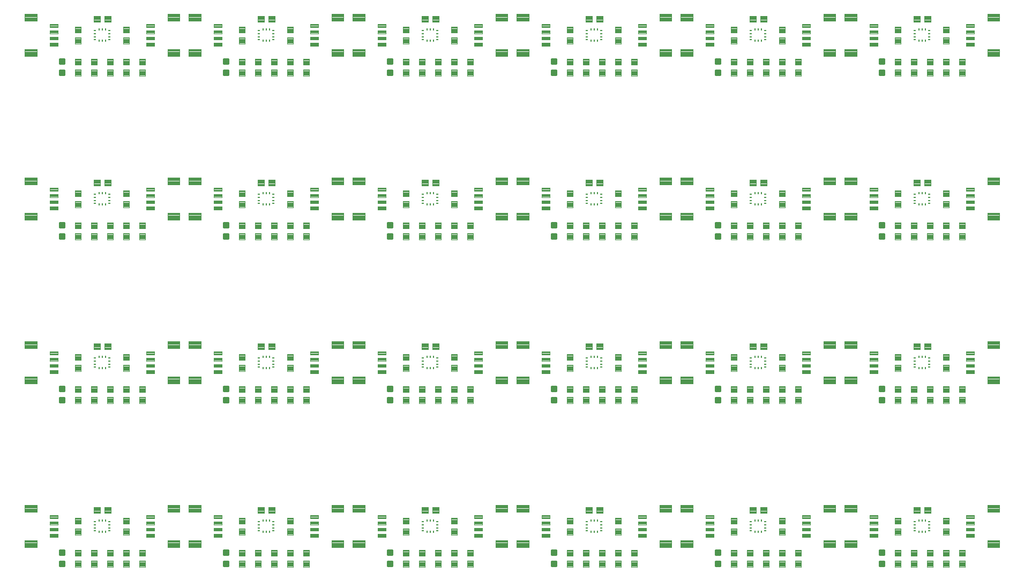
<source format=gtp>
G04 EAGLE Gerber RS-274X export*
G75*
%MOMM*%
%FSLAX34Y34*%
%LPD*%
%INSolderpaste Top*%
%IPPOS*%
%AMOC8*
5,1,8,0,0,1.08239X$1,22.5*%
G01*
%ADD10C,0.300000*%
%ADD11C,0.096000*%
%ADD12C,0.102000*%
%ADD13C,0.100000*%
%ADD14R,0.375000X0.200000*%
%ADD15R,0.200000X0.375000*%


D10*
X67000Y81470D02*
X60000Y81470D01*
X60000Y88470D01*
X67000Y88470D01*
X67000Y81470D01*
X67000Y84320D02*
X60000Y84320D01*
X60000Y87170D02*
X67000Y87170D01*
X67000Y63930D02*
X60000Y63930D01*
X60000Y70930D01*
X67000Y70930D01*
X67000Y63930D01*
X67000Y66780D02*
X60000Y66780D01*
X60000Y69630D02*
X67000Y69630D01*
D11*
X249470Y93480D02*
X249470Y104520D01*
X249470Y93480D02*
X230430Y93480D01*
X230430Y104520D01*
X249470Y104520D01*
X249470Y94392D02*
X230430Y94392D01*
X230430Y95304D02*
X249470Y95304D01*
X249470Y96216D02*
X230430Y96216D01*
X230430Y97128D02*
X249470Y97128D01*
X249470Y98040D02*
X230430Y98040D01*
X230430Y98952D02*
X249470Y98952D01*
X249470Y99864D02*
X230430Y99864D01*
X230430Y100776D02*
X249470Y100776D01*
X249470Y101688D02*
X230430Y101688D01*
X230430Y102600D02*
X249470Y102600D01*
X249470Y103512D02*
X230430Y103512D01*
X230430Y104424D02*
X249470Y104424D01*
X249470Y149480D02*
X249470Y160520D01*
X249470Y149480D02*
X230430Y149480D01*
X230430Y160520D01*
X249470Y160520D01*
X249470Y150392D02*
X230430Y150392D01*
X230430Y151304D02*
X249470Y151304D01*
X249470Y152216D02*
X230430Y152216D01*
X230430Y153128D02*
X249470Y153128D01*
X249470Y154040D02*
X230430Y154040D01*
X230430Y154952D02*
X249470Y154952D01*
X249470Y155864D02*
X230430Y155864D01*
X230430Y156776D02*
X249470Y156776D01*
X249470Y157688D02*
X230430Y157688D01*
X230430Y158600D02*
X249470Y158600D01*
X249470Y159512D02*
X230430Y159512D01*
X230430Y160424D02*
X249470Y160424D01*
D12*
X209440Y114490D02*
X209440Y109510D01*
X196960Y109510D01*
X196960Y114490D01*
X209440Y114490D01*
X209440Y110479D02*
X196960Y110479D01*
X196960Y111448D02*
X209440Y111448D01*
X209440Y112417D02*
X196960Y112417D01*
X196960Y113386D02*
X209440Y113386D01*
X209440Y114355D02*
X196960Y114355D01*
X209440Y119510D02*
X209440Y124490D01*
X209440Y119510D02*
X196960Y119510D01*
X196960Y124490D01*
X209440Y124490D01*
X209440Y120479D02*
X196960Y120479D01*
X196960Y121448D02*
X209440Y121448D01*
X209440Y122417D02*
X196960Y122417D01*
X196960Y123386D02*
X209440Y123386D01*
X209440Y124355D02*
X196960Y124355D01*
X209440Y129510D02*
X209440Y134490D01*
X209440Y129510D02*
X196960Y129510D01*
X196960Y134490D01*
X209440Y134490D01*
X209440Y130479D02*
X196960Y130479D01*
X196960Y131448D02*
X209440Y131448D01*
X209440Y132417D02*
X196960Y132417D01*
X196960Y133386D02*
X209440Y133386D01*
X209440Y134355D02*
X196960Y134355D01*
X209440Y139510D02*
X209440Y144490D01*
X209440Y139510D02*
X196960Y139510D01*
X196960Y144490D01*
X209440Y144490D01*
X209440Y140479D02*
X196960Y140479D01*
X196960Y141448D02*
X209440Y141448D01*
X209440Y142417D02*
X196960Y142417D01*
X196960Y143386D02*
X209440Y143386D01*
X209440Y144355D02*
X196960Y144355D01*
D11*
X4530Y149480D02*
X4530Y160520D01*
X23570Y160520D01*
X23570Y149480D01*
X4530Y149480D01*
X4530Y150392D02*
X23570Y150392D01*
X23570Y151304D02*
X4530Y151304D01*
X4530Y152216D02*
X23570Y152216D01*
X23570Y153128D02*
X4530Y153128D01*
X4530Y154040D02*
X23570Y154040D01*
X23570Y154952D02*
X4530Y154952D01*
X4530Y155864D02*
X23570Y155864D01*
X23570Y156776D02*
X4530Y156776D01*
X4530Y157688D02*
X23570Y157688D01*
X23570Y158600D02*
X4530Y158600D01*
X4530Y159512D02*
X23570Y159512D01*
X23570Y160424D02*
X4530Y160424D01*
X4530Y104520D02*
X4530Y93480D01*
X4530Y104520D02*
X23570Y104520D01*
X23570Y93480D01*
X4530Y93480D01*
X4530Y94392D02*
X23570Y94392D01*
X23570Y95304D02*
X4530Y95304D01*
X4530Y96216D02*
X23570Y96216D01*
X23570Y97128D02*
X4530Y97128D01*
X4530Y98040D02*
X23570Y98040D01*
X23570Y98952D02*
X4530Y98952D01*
X4530Y99864D02*
X23570Y99864D01*
X23570Y100776D02*
X4530Y100776D01*
X4530Y101688D02*
X23570Y101688D01*
X23570Y102600D02*
X4530Y102600D01*
X4530Y103512D02*
X23570Y103512D01*
X23570Y104424D02*
X4530Y104424D01*
D12*
X44560Y139510D02*
X44560Y144490D01*
X57040Y144490D01*
X57040Y139510D01*
X44560Y139510D01*
X44560Y140479D02*
X57040Y140479D01*
X57040Y141448D02*
X44560Y141448D01*
X44560Y142417D02*
X57040Y142417D01*
X57040Y143386D02*
X44560Y143386D01*
X44560Y144355D02*
X57040Y144355D01*
X44560Y134490D02*
X44560Y129510D01*
X44560Y134490D02*
X57040Y134490D01*
X57040Y129510D01*
X44560Y129510D01*
X44560Y130479D02*
X57040Y130479D01*
X57040Y131448D02*
X44560Y131448D01*
X44560Y132417D02*
X57040Y132417D01*
X57040Y133386D02*
X44560Y133386D01*
X44560Y134355D02*
X57040Y134355D01*
X44560Y124490D02*
X44560Y119510D01*
X44560Y124490D02*
X57040Y124490D01*
X57040Y119510D01*
X44560Y119510D01*
X44560Y120479D02*
X57040Y120479D01*
X57040Y121448D02*
X44560Y121448D01*
X44560Y122417D02*
X57040Y122417D01*
X57040Y123386D02*
X44560Y123386D01*
X44560Y124355D02*
X57040Y124355D01*
X44560Y114490D02*
X44560Y109510D01*
X44560Y114490D02*
X57040Y114490D01*
X57040Y109510D01*
X44560Y109510D01*
X44560Y110479D02*
X57040Y110479D01*
X57040Y111448D02*
X44560Y111448D01*
X44560Y112417D02*
X57040Y112417D01*
X57040Y113386D02*
X44560Y113386D01*
X44560Y114355D02*
X57040Y114355D01*
D13*
X135200Y89700D02*
X135200Y79700D01*
X135200Y89700D02*
X144200Y89700D01*
X144200Y79700D01*
X135200Y79700D01*
X135200Y80650D02*
X144200Y80650D01*
X144200Y81600D02*
X135200Y81600D01*
X135200Y82550D02*
X144200Y82550D01*
X144200Y83500D02*
X135200Y83500D01*
X135200Y84450D02*
X144200Y84450D01*
X144200Y85400D02*
X135200Y85400D01*
X135200Y86350D02*
X144200Y86350D01*
X144200Y87300D02*
X135200Y87300D01*
X135200Y88250D02*
X144200Y88250D01*
X144200Y89200D02*
X135200Y89200D01*
X135200Y72700D02*
X135200Y62700D01*
X135200Y72700D02*
X144200Y72700D01*
X144200Y62700D01*
X135200Y62700D01*
X135200Y63650D02*
X144200Y63650D01*
X144200Y64600D02*
X135200Y64600D01*
X135200Y65550D02*
X144200Y65550D01*
X144200Y66500D02*
X135200Y66500D01*
X135200Y67450D02*
X144200Y67450D01*
X144200Y68400D02*
X135200Y68400D01*
X135200Y69350D02*
X144200Y69350D01*
X144200Y70300D02*
X135200Y70300D01*
X135200Y71250D02*
X144200Y71250D01*
X144200Y72200D02*
X135200Y72200D01*
X109800Y79700D02*
X109800Y89700D01*
X118800Y89700D01*
X118800Y79700D01*
X109800Y79700D01*
X109800Y80650D02*
X118800Y80650D01*
X118800Y81600D02*
X109800Y81600D01*
X109800Y82550D02*
X118800Y82550D01*
X118800Y83500D02*
X109800Y83500D01*
X109800Y84450D02*
X118800Y84450D01*
X118800Y85400D02*
X109800Y85400D01*
X109800Y86350D02*
X118800Y86350D01*
X118800Y87300D02*
X109800Y87300D01*
X109800Y88250D02*
X118800Y88250D01*
X118800Y89200D02*
X109800Y89200D01*
X109800Y72700D02*
X109800Y62700D01*
X109800Y72700D02*
X118800Y72700D01*
X118800Y62700D01*
X109800Y62700D01*
X109800Y63650D02*
X118800Y63650D01*
X118800Y64600D02*
X109800Y64600D01*
X109800Y65550D02*
X118800Y65550D01*
X118800Y66500D02*
X109800Y66500D01*
X109800Y67450D02*
X118800Y67450D01*
X118800Y68400D02*
X109800Y68400D01*
X109800Y69350D02*
X118800Y69350D01*
X118800Y70300D02*
X109800Y70300D01*
X109800Y71250D02*
X118800Y71250D01*
X118800Y72200D02*
X109800Y72200D01*
X186000Y79700D02*
X186000Y89700D01*
X195000Y89700D01*
X195000Y79700D01*
X186000Y79700D01*
X186000Y80650D02*
X195000Y80650D01*
X195000Y81600D02*
X186000Y81600D01*
X186000Y82550D02*
X195000Y82550D01*
X195000Y83500D02*
X186000Y83500D01*
X186000Y84450D02*
X195000Y84450D01*
X195000Y85400D02*
X186000Y85400D01*
X186000Y86350D02*
X195000Y86350D01*
X195000Y87300D02*
X186000Y87300D01*
X186000Y88250D02*
X195000Y88250D01*
X195000Y89200D02*
X186000Y89200D01*
X186000Y72700D02*
X186000Y62700D01*
X186000Y72700D02*
X195000Y72700D01*
X195000Y62700D01*
X186000Y62700D01*
X186000Y63650D02*
X195000Y63650D01*
X195000Y64600D02*
X186000Y64600D01*
X186000Y65550D02*
X195000Y65550D01*
X195000Y66500D02*
X186000Y66500D01*
X186000Y67450D02*
X195000Y67450D01*
X195000Y68400D02*
X186000Y68400D01*
X186000Y69350D02*
X195000Y69350D01*
X195000Y70300D02*
X186000Y70300D01*
X186000Y71250D02*
X195000Y71250D01*
X195000Y72200D02*
X186000Y72200D01*
X93400Y72700D02*
X93400Y62700D01*
X84400Y62700D01*
X84400Y72700D01*
X93400Y72700D01*
X93400Y63650D02*
X84400Y63650D01*
X84400Y64600D02*
X93400Y64600D01*
X93400Y65550D02*
X84400Y65550D01*
X84400Y66500D02*
X93400Y66500D01*
X93400Y67450D02*
X84400Y67450D01*
X84400Y68400D02*
X93400Y68400D01*
X93400Y69350D02*
X84400Y69350D01*
X84400Y70300D02*
X93400Y70300D01*
X93400Y71250D02*
X84400Y71250D01*
X84400Y72200D02*
X93400Y72200D01*
X93400Y79700D02*
X93400Y89700D01*
X93400Y79700D02*
X84400Y79700D01*
X84400Y89700D01*
X93400Y89700D01*
X93400Y80650D02*
X84400Y80650D01*
X84400Y81600D02*
X93400Y81600D01*
X93400Y82550D02*
X84400Y82550D01*
X84400Y83500D02*
X93400Y83500D01*
X93400Y84450D02*
X84400Y84450D01*
X84400Y85400D02*
X93400Y85400D01*
X93400Y86350D02*
X84400Y86350D01*
X84400Y87300D02*
X93400Y87300D01*
X93400Y88250D02*
X84400Y88250D01*
X84400Y89200D02*
X93400Y89200D01*
X113500Y147900D02*
X123500Y147900D01*
X113500Y147900D02*
X113500Y156900D01*
X123500Y156900D01*
X123500Y147900D01*
X123500Y148850D02*
X113500Y148850D01*
X113500Y149800D02*
X123500Y149800D01*
X123500Y150750D02*
X113500Y150750D01*
X113500Y151700D02*
X123500Y151700D01*
X123500Y152650D02*
X113500Y152650D01*
X113500Y153600D02*
X123500Y153600D01*
X123500Y154550D02*
X113500Y154550D01*
X113500Y155500D02*
X123500Y155500D01*
X123500Y156450D02*
X113500Y156450D01*
X130500Y147900D02*
X140500Y147900D01*
X130500Y147900D02*
X130500Y156900D01*
X140500Y156900D01*
X140500Y147900D01*
X140500Y148850D02*
X130500Y148850D01*
X130500Y149800D02*
X140500Y149800D01*
X140500Y150750D02*
X130500Y150750D01*
X130500Y151700D02*
X140500Y151700D01*
X140500Y152650D02*
X130500Y152650D01*
X130500Y153600D02*
X140500Y153600D01*
X140500Y154550D02*
X130500Y154550D01*
X130500Y155500D02*
X140500Y155500D01*
X140500Y156450D02*
X130500Y156450D01*
D14*
X138625Y119500D03*
X138625Y124500D03*
X138625Y129500D03*
X138625Y134500D03*
X115375Y134500D03*
X115375Y129500D03*
X115375Y124500D03*
X115375Y119500D03*
D15*
X132000Y136125D03*
X127000Y136125D03*
X122000Y136125D03*
X122000Y117875D03*
X127000Y117875D03*
X132000Y117875D03*
D13*
X169600Y72700D02*
X169600Y62700D01*
X160600Y62700D01*
X160600Y72700D01*
X169600Y72700D01*
X169600Y63650D02*
X160600Y63650D01*
X160600Y64600D02*
X169600Y64600D01*
X169600Y65550D02*
X160600Y65550D01*
X160600Y66500D02*
X169600Y66500D01*
X169600Y67450D02*
X160600Y67450D01*
X160600Y68400D02*
X169600Y68400D01*
X169600Y69350D02*
X160600Y69350D01*
X160600Y70300D02*
X169600Y70300D01*
X169600Y71250D02*
X160600Y71250D01*
X160600Y72200D02*
X169600Y72200D01*
X169600Y79700D02*
X169600Y89700D01*
X169600Y79700D02*
X160600Y79700D01*
X160600Y89700D01*
X169600Y89700D01*
X169600Y80650D02*
X160600Y80650D01*
X160600Y81600D02*
X169600Y81600D01*
X169600Y82550D02*
X160600Y82550D01*
X160600Y83500D02*
X169600Y83500D01*
X169600Y84450D02*
X160600Y84450D01*
X160600Y85400D02*
X169600Y85400D01*
X169600Y86350D02*
X160600Y86350D01*
X160600Y87300D02*
X169600Y87300D01*
X169600Y88250D02*
X160600Y88250D01*
X160600Y89200D02*
X169600Y89200D01*
X160600Y130500D02*
X160600Y140500D01*
X169600Y140500D01*
X169600Y130500D01*
X160600Y130500D01*
X160600Y131450D02*
X169600Y131450D01*
X169600Y132400D02*
X160600Y132400D01*
X160600Y133350D02*
X169600Y133350D01*
X169600Y134300D02*
X160600Y134300D01*
X160600Y135250D02*
X169600Y135250D01*
X169600Y136200D02*
X160600Y136200D01*
X160600Y137150D02*
X169600Y137150D01*
X169600Y138100D02*
X160600Y138100D01*
X160600Y139050D02*
X169600Y139050D01*
X169600Y140000D02*
X160600Y140000D01*
X160600Y123500D02*
X160600Y113500D01*
X160600Y123500D02*
X169600Y123500D01*
X169600Y113500D01*
X160600Y113500D01*
X160600Y114450D02*
X169600Y114450D01*
X169600Y115400D02*
X160600Y115400D01*
X160600Y116350D02*
X169600Y116350D01*
X169600Y117300D02*
X160600Y117300D01*
X160600Y118250D02*
X169600Y118250D01*
X169600Y119200D02*
X160600Y119200D01*
X160600Y120150D02*
X169600Y120150D01*
X169600Y121100D02*
X160600Y121100D01*
X160600Y122050D02*
X169600Y122050D01*
X169600Y123000D02*
X160600Y123000D01*
X93400Y123500D02*
X93400Y113500D01*
X84400Y113500D01*
X84400Y123500D01*
X93400Y123500D01*
X93400Y114450D02*
X84400Y114450D01*
X84400Y115400D02*
X93400Y115400D01*
X93400Y116350D02*
X84400Y116350D01*
X84400Y117300D02*
X93400Y117300D01*
X93400Y118250D02*
X84400Y118250D01*
X84400Y119200D02*
X93400Y119200D01*
X93400Y120150D02*
X84400Y120150D01*
X84400Y121100D02*
X93400Y121100D01*
X93400Y122050D02*
X84400Y122050D01*
X84400Y123000D02*
X93400Y123000D01*
X93400Y130500D02*
X93400Y140500D01*
X93400Y130500D02*
X84400Y130500D01*
X84400Y140500D01*
X93400Y140500D01*
X93400Y131450D02*
X84400Y131450D01*
X84400Y132400D02*
X93400Y132400D01*
X93400Y133350D02*
X84400Y133350D01*
X84400Y134300D02*
X93400Y134300D01*
X93400Y135250D02*
X84400Y135250D01*
X84400Y136200D02*
X93400Y136200D01*
X93400Y137150D02*
X84400Y137150D01*
X84400Y138100D02*
X93400Y138100D01*
X93400Y139050D02*
X84400Y139050D01*
X84400Y140000D02*
X93400Y140000D01*
D10*
X319080Y81470D02*
X326080Y81470D01*
X319080Y81470D02*
X319080Y88470D01*
X326080Y88470D01*
X326080Y81470D01*
X326080Y84320D02*
X319080Y84320D01*
X319080Y87170D02*
X326080Y87170D01*
X326080Y63930D02*
X319080Y63930D01*
X319080Y70930D01*
X326080Y70930D01*
X326080Y63930D01*
X326080Y66780D02*
X319080Y66780D01*
X319080Y69630D02*
X326080Y69630D01*
D11*
X508550Y93480D02*
X508550Y104520D01*
X508550Y93480D02*
X489510Y93480D01*
X489510Y104520D01*
X508550Y104520D01*
X508550Y94392D02*
X489510Y94392D01*
X489510Y95304D02*
X508550Y95304D01*
X508550Y96216D02*
X489510Y96216D01*
X489510Y97128D02*
X508550Y97128D01*
X508550Y98040D02*
X489510Y98040D01*
X489510Y98952D02*
X508550Y98952D01*
X508550Y99864D02*
X489510Y99864D01*
X489510Y100776D02*
X508550Y100776D01*
X508550Y101688D02*
X489510Y101688D01*
X489510Y102600D02*
X508550Y102600D01*
X508550Y103512D02*
X489510Y103512D01*
X489510Y104424D02*
X508550Y104424D01*
X508550Y149480D02*
X508550Y160520D01*
X508550Y149480D02*
X489510Y149480D01*
X489510Y160520D01*
X508550Y160520D01*
X508550Y150392D02*
X489510Y150392D01*
X489510Y151304D02*
X508550Y151304D01*
X508550Y152216D02*
X489510Y152216D01*
X489510Y153128D02*
X508550Y153128D01*
X508550Y154040D02*
X489510Y154040D01*
X489510Y154952D02*
X508550Y154952D01*
X508550Y155864D02*
X489510Y155864D01*
X489510Y156776D02*
X508550Y156776D01*
X508550Y157688D02*
X489510Y157688D01*
X489510Y158600D02*
X508550Y158600D01*
X508550Y159512D02*
X489510Y159512D01*
X489510Y160424D02*
X508550Y160424D01*
D12*
X468520Y114490D02*
X468520Y109510D01*
X456040Y109510D01*
X456040Y114490D01*
X468520Y114490D01*
X468520Y110479D02*
X456040Y110479D01*
X456040Y111448D02*
X468520Y111448D01*
X468520Y112417D02*
X456040Y112417D01*
X456040Y113386D02*
X468520Y113386D01*
X468520Y114355D02*
X456040Y114355D01*
X468520Y119510D02*
X468520Y124490D01*
X468520Y119510D02*
X456040Y119510D01*
X456040Y124490D01*
X468520Y124490D01*
X468520Y120479D02*
X456040Y120479D01*
X456040Y121448D02*
X468520Y121448D01*
X468520Y122417D02*
X456040Y122417D01*
X456040Y123386D02*
X468520Y123386D01*
X468520Y124355D02*
X456040Y124355D01*
X468520Y129510D02*
X468520Y134490D01*
X468520Y129510D02*
X456040Y129510D01*
X456040Y134490D01*
X468520Y134490D01*
X468520Y130479D02*
X456040Y130479D01*
X456040Y131448D02*
X468520Y131448D01*
X468520Y132417D02*
X456040Y132417D01*
X456040Y133386D02*
X468520Y133386D01*
X468520Y134355D02*
X456040Y134355D01*
X468520Y139510D02*
X468520Y144490D01*
X468520Y139510D02*
X456040Y139510D01*
X456040Y144490D01*
X468520Y144490D01*
X468520Y140479D02*
X456040Y140479D01*
X456040Y141448D02*
X468520Y141448D01*
X468520Y142417D02*
X456040Y142417D01*
X456040Y143386D02*
X468520Y143386D01*
X468520Y144355D02*
X456040Y144355D01*
D11*
X263610Y149480D02*
X263610Y160520D01*
X282650Y160520D01*
X282650Y149480D01*
X263610Y149480D01*
X263610Y150392D02*
X282650Y150392D01*
X282650Y151304D02*
X263610Y151304D01*
X263610Y152216D02*
X282650Y152216D01*
X282650Y153128D02*
X263610Y153128D01*
X263610Y154040D02*
X282650Y154040D01*
X282650Y154952D02*
X263610Y154952D01*
X263610Y155864D02*
X282650Y155864D01*
X282650Y156776D02*
X263610Y156776D01*
X263610Y157688D02*
X282650Y157688D01*
X282650Y158600D02*
X263610Y158600D01*
X263610Y159512D02*
X282650Y159512D01*
X282650Y160424D02*
X263610Y160424D01*
X263610Y104520D02*
X263610Y93480D01*
X263610Y104520D02*
X282650Y104520D01*
X282650Y93480D01*
X263610Y93480D01*
X263610Y94392D02*
X282650Y94392D01*
X282650Y95304D02*
X263610Y95304D01*
X263610Y96216D02*
X282650Y96216D01*
X282650Y97128D02*
X263610Y97128D01*
X263610Y98040D02*
X282650Y98040D01*
X282650Y98952D02*
X263610Y98952D01*
X263610Y99864D02*
X282650Y99864D01*
X282650Y100776D02*
X263610Y100776D01*
X263610Y101688D02*
X282650Y101688D01*
X282650Y102600D02*
X263610Y102600D01*
X263610Y103512D02*
X282650Y103512D01*
X282650Y104424D02*
X263610Y104424D01*
D12*
X303640Y139510D02*
X303640Y144490D01*
X316120Y144490D01*
X316120Y139510D01*
X303640Y139510D01*
X303640Y140479D02*
X316120Y140479D01*
X316120Y141448D02*
X303640Y141448D01*
X303640Y142417D02*
X316120Y142417D01*
X316120Y143386D02*
X303640Y143386D01*
X303640Y144355D02*
X316120Y144355D01*
X303640Y134490D02*
X303640Y129510D01*
X303640Y134490D02*
X316120Y134490D01*
X316120Y129510D01*
X303640Y129510D01*
X303640Y130479D02*
X316120Y130479D01*
X316120Y131448D02*
X303640Y131448D01*
X303640Y132417D02*
X316120Y132417D01*
X316120Y133386D02*
X303640Y133386D01*
X303640Y134355D02*
X316120Y134355D01*
X303640Y124490D02*
X303640Y119510D01*
X303640Y124490D02*
X316120Y124490D01*
X316120Y119510D01*
X303640Y119510D01*
X303640Y120479D02*
X316120Y120479D01*
X316120Y121448D02*
X303640Y121448D01*
X303640Y122417D02*
X316120Y122417D01*
X316120Y123386D02*
X303640Y123386D01*
X303640Y124355D02*
X316120Y124355D01*
X303640Y114490D02*
X303640Y109510D01*
X303640Y114490D02*
X316120Y114490D01*
X316120Y109510D01*
X303640Y109510D01*
X303640Y110479D02*
X316120Y110479D01*
X316120Y111448D02*
X303640Y111448D01*
X303640Y112417D02*
X316120Y112417D01*
X316120Y113386D02*
X303640Y113386D01*
X303640Y114355D02*
X316120Y114355D01*
D13*
X394280Y89700D02*
X394280Y79700D01*
X394280Y89700D02*
X403280Y89700D01*
X403280Y79700D01*
X394280Y79700D01*
X394280Y80650D02*
X403280Y80650D01*
X403280Y81600D02*
X394280Y81600D01*
X394280Y82550D02*
X403280Y82550D01*
X403280Y83500D02*
X394280Y83500D01*
X394280Y84450D02*
X403280Y84450D01*
X403280Y85400D02*
X394280Y85400D01*
X394280Y86350D02*
X403280Y86350D01*
X403280Y87300D02*
X394280Y87300D01*
X394280Y88250D02*
X403280Y88250D01*
X403280Y89200D02*
X394280Y89200D01*
X394280Y72700D02*
X394280Y62700D01*
X394280Y72700D02*
X403280Y72700D01*
X403280Y62700D01*
X394280Y62700D01*
X394280Y63650D02*
X403280Y63650D01*
X403280Y64600D02*
X394280Y64600D01*
X394280Y65550D02*
X403280Y65550D01*
X403280Y66500D02*
X394280Y66500D01*
X394280Y67450D02*
X403280Y67450D01*
X403280Y68400D02*
X394280Y68400D01*
X394280Y69350D02*
X403280Y69350D01*
X403280Y70300D02*
X394280Y70300D01*
X394280Y71250D02*
X403280Y71250D01*
X403280Y72200D02*
X394280Y72200D01*
X368880Y79700D02*
X368880Y89700D01*
X377880Y89700D01*
X377880Y79700D01*
X368880Y79700D01*
X368880Y80650D02*
X377880Y80650D01*
X377880Y81600D02*
X368880Y81600D01*
X368880Y82550D02*
X377880Y82550D01*
X377880Y83500D02*
X368880Y83500D01*
X368880Y84450D02*
X377880Y84450D01*
X377880Y85400D02*
X368880Y85400D01*
X368880Y86350D02*
X377880Y86350D01*
X377880Y87300D02*
X368880Y87300D01*
X368880Y88250D02*
X377880Y88250D01*
X377880Y89200D02*
X368880Y89200D01*
X368880Y72700D02*
X368880Y62700D01*
X368880Y72700D02*
X377880Y72700D01*
X377880Y62700D01*
X368880Y62700D01*
X368880Y63650D02*
X377880Y63650D01*
X377880Y64600D02*
X368880Y64600D01*
X368880Y65550D02*
X377880Y65550D01*
X377880Y66500D02*
X368880Y66500D01*
X368880Y67450D02*
X377880Y67450D01*
X377880Y68400D02*
X368880Y68400D01*
X368880Y69350D02*
X377880Y69350D01*
X377880Y70300D02*
X368880Y70300D01*
X368880Y71250D02*
X377880Y71250D01*
X377880Y72200D02*
X368880Y72200D01*
X445080Y79700D02*
X445080Y89700D01*
X454080Y89700D01*
X454080Y79700D01*
X445080Y79700D01*
X445080Y80650D02*
X454080Y80650D01*
X454080Y81600D02*
X445080Y81600D01*
X445080Y82550D02*
X454080Y82550D01*
X454080Y83500D02*
X445080Y83500D01*
X445080Y84450D02*
X454080Y84450D01*
X454080Y85400D02*
X445080Y85400D01*
X445080Y86350D02*
X454080Y86350D01*
X454080Y87300D02*
X445080Y87300D01*
X445080Y88250D02*
X454080Y88250D01*
X454080Y89200D02*
X445080Y89200D01*
X445080Y72700D02*
X445080Y62700D01*
X445080Y72700D02*
X454080Y72700D01*
X454080Y62700D01*
X445080Y62700D01*
X445080Y63650D02*
X454080Y63650D01*
X454080Y64600D02*
X445080Y64600D01*
X445080Y65550D02*
X454080Y65550D01*
X454080Y66500D02*
X445080Y66500D01*
X445080Y67450D02*
X454080Y67450D01*
X454080Y68400D02*
X445080Y68400D01*
X445080Y69350D02*
X454080Y69350D01*
X454080Y70300D02*
X445080Y70300D01*
X445080Y71250D02*
X454080Y71250D01*
X454080Y72200D02*
X445080Y72200D01*
X352480Y72700D02*
X352480Y62700D01*
X343480Y62700D01*
X343480Y72700D01*
X352480Y72700D01*
X352480Y63650D02*
X343480Y63650D01*
X343480Y64600D02*
X352480Y64600D01*
X352480Y65550D02*
X343480Y65550D01*
X343480Y66500D02*
X352480Y66500D01*
X352480Y67450D02*
X343480Y67450D01*
X343480Y68400D02*
X352480Y68400D01*
X352480Y69350D02*
X343480Y69350D01*
X343480Y70300D02*
X352480Y70300D01*
X352480Y71250D02*
X343480Y71250D01*
X343480Y72200D02*
X352480Y72200D01*
X352480Y79700D02*
X352480Y89700D01*
X352480Y79700D02*
X343480Y79700D01*
X343480Y89700D01*
X352480Y89700D01*
X352480Y80650D02*
X343480Y80650D01*
X343480Y81600D02*
X352480Y81600D01*
X352480Y82550D02*
X343480Y82550D01*
X343480Y83500D02*
X352480Y83500D01*
X352480Y84450D02*
X343480Y84450D01*
X343480Y85400D02*
X352480Y85400D01*
X352480Y86350D02*
X343480Y86350D01*
X343480Y87300D02*
X352480Y87300D01*
X352480Y88250D02*
X343480Y88250D01*
X343480Y89200D02*
X352480Y89200D01*
X372580Y147900D02*
X382580Y147900D01*
X372580Y147900D02*
X372580Y156900D01*
X382580Y156900D01*
X382580Y147900D01*
X382580Y148850D02*
X372580Y148850D01*
X372580Y149800D02*
X382580Y149800D01*
X382580Y150750D02*
X372580Y150750D01*
X372580Y151700D02*
X382580Y151700D01*
X382580Y152650D02*
X372580Y152650D01*
X372580Y153600D02*
X382580Y153600D01*
X382580Y154550D02*
X372580Y154550D01*
X372580Y155500D02*
X382580Y155500D01*
X382580Y156450D02*
X372580Y156450D01*
X389580Y147900D02*
X399580Y147900D01*
X389580Y147900D02*
X389580Y156900D01*
X399580Y156900D01*
X399580Y147900D01*
X399580Y148850D02*
X389580Y148850D01*
X389580Y149800D02*
X399580Y149800D01*
X399580Y150750D02*
X389580Y150750D01*
X389580Y151700D02*
X399580Y151700D01*
X399580Y152650D02*
X389580Y152650D01*
X389580Y153600D02*
X399580Y153600D01*
X399580Y154550D02*
X389580Y154550D01*
X389580Y155500D02*
X399580Y155500D01*
X399580Y156450D02*
X389580Y156450D01*
D14*
X397705Y119500D03*
X397705Y124500D03*
X397705Y129500D03*
X397705Y134500D03*
X374455Y134500D03*
X374455Y129500D03*
X374455Y124500D03*
X374455Y119500D03*
D15*
X391080Y136125D03*
X386080Y136125D03*
X381080Y136125D03*
X381080Y117875D03*
X386080Y117875D03*
X391080Y117875D03*
D13*
X428680Y72700D02*
X428680Y62700D01*
X419680Y62700D01*
X419680Y72700D01*
X428680Y72700D01*
X428680Y63650D02*
X419680Y63650D01*
X419680Y64600D02*
X428680Y64600D01*
X428680Y65550D02*
X419680Y65550D01*
X419680Y66500D02*
X428680Y66500D01*
X428680Y67450D02*
X419680Y67450D01*
X419680Y68400D02*
X428680Y68400D01*
X428680Y69350D02*
X419680Y69350D01*
X419680Y70300D02*
X428680Y70300D01*
X428680Y71250D02*
X419680Y71250D01*
X419680Y72200D02*
X428680Y72200D01*
X428680Y79700D02*
X428680Y89700D01*
X428680Y79700D02*
X419680Y79700D01*
X419680Y89700D01*
X428680Y89700D01*
X428680Y80650D02*
X419680Y80650D01*
X419680Y81600D02*
X428680Y81600D01*
X428680Y82550D02*
X419680Y82550D01*
X419680Y83500D02*
X428680Y83500D01*
X428680Y84450D02*
X419680Y84450D01*
X419680Y85400D02*
X428680Y85400D01*
X428680Y86350D02*
X419680Y86350D01*
X419680Y87300D02*
X428680Y87300D01*
X428680Y88250D02*
X419680Y88250D01*
X419680Y89200D02*
X428680Y89200D01*
X419680Y130500D02*
X419680Y140500D01*
X428680Y140500D01*
X428680Y130500D01*
X419680Y130500D01*
X419680Y131450D02*
X428680Y131450D01*
X428680Y132400D02*
X419680Y132400D01*
X419680Y133350D02*
X428680Y133350D01*
X428680Y134300D02*
X419680Y134300D01*
X419680Y135250D02*
X428680Y135250D01*
X428680Y136200D02*
X419680Y136200D01*
X419680Y137150D02*
X428680Y137150D01*
X428680Y138100D02*
X419680Y138100D01*
X419680Y139050D02*
X428680Y139050D01*
X428680Y140000D02*
X419680Y140000D01*
X419680Y123500D02*
X419680Y113500D01*
X419680Y123500D02*
X428680Y123500D01*
X428680Y113500D01*
X419680Y113500D01*
X419680Y114450D02*
X428680Y114450D01*
X428680Y115400D02*
X419680Y115400D01*
X419680Y116350D02*
X428680Y116350D01*
X428680Y117300D02*
X419680Y117300D01*
X419680Y118250D02*
X428680Y118250D01*
X428680Y119200D02*
X419680Y119200D01*
X419680Y120150D02*
X428680Y120150D01*
X428680Y121100D02*
X419680Y121100D01*
X419680Y122050D02*
X428680Y122050D01*
X428680Y123000D02*
X419680Y123000D01*
X352480Y123500D02*
X352480Y113500D01*
X343480Y113500D01*
X343480Y123500D01*
X352480Y123500D01*
X352480Y114450D02*
X343480Y114450D01*
X343480Y115400D02*
X352480Y115400D01*
X352480Y116350D02*
X343480Y116350D01*
X343480Y117300D02*
X352480Y117300D01*
X352480Y118250D02*
X343480Y118250D01*
X343480Y119200D02*
X352480Y119200D01*
X352480Y120150D02*
X343480Y120150D01*
X343480Y121100D02*
X352480Y121100D01*
X352480Y122050D02*
X343480Y122050D01*
X343480Y123000D02*
X352480Y123000D01*
X352480Y130500D02*
X352480Y140500D01*
X352480Y130500D02*
X343480Y130500D01*
X343480Y140500D01*
X352480Y140500D01*
X352480Y131450D02*
X343480Y131450D01*
X343480Y132400D02*
X352480Y132400D01*
X352480Y133350D02*
X343480Y133350D01*
X343480Y134300D02*
X352480Y134300D01*
X352480Y135250D02*
X343480Y135250D01*
X343480Y136200D02*
X352480Y136200D01*
X352480Y137150D02*
X343480Y137150D01*
X343480Y138100D02*
X352480Y138100D01*
X352480Y139050D02*
X343480Y139050D01*
X343480Y140000D02*
X352480Y140000D01*
D10*
X578160Y81470D02*
X585160Y81470D01*
X578160Y81470D02*
X578160Y88470D01*
X585160Y88470D01*
X585160Y81470D01*
X585160Y84320D02*
X578160Y84320D01*
X578160Y87170D02*
X585160Y87170D01*
X585160Y63930D02*
X578160Y63930D01*
X578160Y70930D01*
X585160Y70930D01*
X585160Y63930D01*
X585160Y66780D02*
X578160Y66780D01*
X578160Y69630D02*
X585160Y69630D01*
D11*
X767630Y93480D02*
X767630Y104520D01*
X767630Y93480D02*
X748590Y93480D01*
X748590Y104520D01*
X767630Y104520D01*
X767630Y94392D02*
X748590Y94392D01*
X748590Y95304D02*
X767630Y95304D01*
X767630Y96216D02*
X748590Y96216D01*
X748590Y97128D02*
X767630Y97128D01*
X767630Y98040D02*
X748590Y98040D01*
X748590Y98952D02*
X767630Y98952D01*
X767630Y99864D02*
X748590Y99864D01*
X748590Y100776D02*
X767630Y100776D01*
X767630Y101688D02*
X748590Y101688D01*
X748590Y102600D02*
X767630Y102600D01*
X767630Y103512D02*
X748590Y103512D01*
X748590Y104424D02*
X767630Y104424D01*
X767630Y149480D02*
X767630Y160520D01*
X767630Y149480D02*
X748590Y149480D01*
X748590Y160520D01*
X767630Y160520D01*
X767630Y150392D02*
X748590Y150392D01*
X748590Y151304D02*
X767630Y151304D01*
X767630Y152216D02*
X748590Y152216D01*
X748590Y153128D02*
X767630Y153128D01*
X767630Y154040D02*
X748590Y154040D01*
X748590Y154952D02*
X767630Y154952D01*
X767630Y155864D02*
X748590Y155864D01*
X748590Y156776D02*
X767630Y156776D01*
X767630Y157688D02*
X748590Y157688D01*
X748590Y158600D02*
X767630Y158600D01*
X767630Y159512D02*
X748590Y159512D01*
X748590Y160424D02*
X767630Y160424D01*
D12*
X727600Y114490D02*
X727600Y109510D01*
X715120Y109510D01*
X715120Y114490D01*
X727600Y114490D01*
X727600Y110479D02*
X715120Y110479D01*
X715120Y111448D02*
X727600Y111448D01*
X727600Y112417D02*
X715120Y112417D01*
X715120Y113386D02*
X727600Y113386D01*
X727600Y114355D02*
X715120Y114355D01*
X727600Y119510D02*
X727600Y124490D01*
X727600Y119510D02*
X715120Y119510D01*
X715120Y124490D01*
X727600Y124490D01*
X727600Y120479D02*
X715120Y120479D01*
X715120Y121448D02*
X727600Y121448D01*
X727600Y122417D02*
X715120Y122417D01*
X715120Y123386D02*
X727600Y123386D01*
X727600Y124355D02*
X715120Y124355D01*
X727600Y129510D02*
X727600Y134490D01*
X727600Y129510D02*
X715120Y129510D01*
X715120Y134490D01*
X727600Y134490D01*
X727600Y130479D02*
X715120Y130479D01*
X715120Y131448D02*
X727600Y131448D01*
X727600Y132417D02*
X715120Y132417D01*
X715120Y133386D02*
X727600Y133386D01*
X727600Y134355D02*
X715120Y134355D01*
X727600Y139510D02*
X727600Y144490D01*
X727600Y139510D02*
X715120Y139510D01*
X715120Y144490D01*
X727600Y144490D01*
X727600Y140479D02*
X715120Y140479D01*
X715120Y141448D02*
X727600Y141448D01*
X727600Y142417D02*
X715120Y142417D01*
X715120Y143386D02*
X727600Y143386D01*
X727600Y144355D02*
X715120Y144355D01*
D11*
X522690Y149480D02*
X522690Y160520D01*
X541730Y160520D01*
X541730Y149480D01*
X522690Y149480D01*
X522690Y150392D02*
X541730Y150392D01*
X541730Y151304D02*
X522690Y151304D01*
X522690Y152216D02*
X541730Y152216D01*
X541730Y153128D02*
X522690Y153128D01*
X522690Y154040D02*
X541730Y154040D01*
X541730Y154952D02*
X522690Y154952D01*
X522690Y155864D02*
X541730Y155864D01*
X541730Y156776D02*
X522690Y156776D01*
X522690Y157688D02*
X541730Y157688D01*
X541730Y158600D02*
X522690Y158600D01*
X522690Y159512D02*
X541730Y159512D01*
X541730Y160424D02*
X522690Y160424D01*
X522690Y104520D02*
X522690Y93480D01*
X522690Y104520D02*
X541730Y104520D01*
X541730Y93480D01*
X522690Y93480D01*
X522690Y94392D02*
X541730Y94392D01*
X541730Y95304D02*
X522690Y95304D01*
X522690Y96216D02*
X541730Y96216D01*
X541730Y97128D02*
X522690Y97128D01*
X522690Y98040D02*
X541730Y98040D01*
X541730Y98952D02*
X522690Y98952D01*
X522690Y99864D02*
X541730Y99864D01*
X541730Y100776D02*
X522690Y100776D01*
X522690Y101688D02*
X541730Y101688D01*
X541730Y102600D02*
X522690Y102600D01*
X522690Y103512D02*
X541730Y103512D01*
X541730Y104424D02*
X522690Y104424D01*
D12*
X562720Y139510D02*
X562720Y144490D01*
X575200Y144490D01*
X575200Y139510D01*
X562720Y139510D01*
X562720Y140479D02*
X575200Y140479D01*
X575200Y141448D02*
X562720Y141448D01*
X562720Y142417D02*
X575200Y142417D01*
X575200Y143386D02*
X562720Y143386D01*
X562720Y144355D02*
X575200Y144355D01*
X562720Y134490D02*
X562720Y129510D01*
X562720Y134490D02*
X575200Y134490D01*
X575200Y129510D01*
X562720Y129510D01*
X562720Y130479D02*
X575200Y130479D01*
X575200Y131448D02*
X562720Y131448D01*
X562720Y132417D02*
X575200Y132417D01*
X575200Y133386D02*
X562720Y133386D01*
X562720Y134355D02*
X575200Y134355D01*
X562720Y124490D02*
X562720Y119510D01*
X562720Y124490D02*
X575200Y124490D01*
X575200Y119510D01*
X562720Y119510D01*
X562720Y120479D02*
X575200Y120479D01*
X575200Y121448D02*
X562720Y121448D01*
X562720Y122417D02*
X575200Y122417D01*
X575200Y123386D02*
X562720Y123386D01*
X562720Y124355D02*
X575200Y124355D01*
X562720Y114490D02*
X562720Y109510D01*
X562720Y114490D02*
X575200Y114490D01*
X575200Y109510D01*
X562720Y109510D01*
X562720Y110479D02*
X575200Y110479D01*
X575200Y111448D02*
X562720Y111448D01*
X562720Y112417D02*
X575200Y112417D01*
X575200Y113386D02*
X562720Y113386D01*
X562720Y114355D02*
X575200Y114355D01*
D13*
X653360Y89700D02*
X653360Y79700D01*
X653360Y89700D02*
X662360Y89700D01*
X662360Y79700D01*
X653360Y79700D01*
X653360Y80650D02*
X662360Y80650D01*
X662360Y81600D02*
X653360Y81600D01*
X653360Y82550D02*
X662360Y82550D01*
X662360Y83500D02*
X653360Y83500D01*
X653360Y84450D02*
X662360Y84450D01*
X662360Y85400D02*
X653360Y85400D01*
X653360Y86350D02*
X662360Y86350D01*
X662360Y87300D02*
X653360Y87300D01*
X653360Y88250D02*
X662360Y88250D01*
X662360Y89200D02*
X653360Y89200D01*
X653360Y72700D02*
X653360Y62700D01*
X653360Y72700D02*
X662360Y72700D01*
X662360Y62700D01*
X653360Y62700D01*
X653360Y63650D02*
X662360Y63650D01*
X662360Y64600D02*
X653360Y64600D01*
X653360Y65550D02*
X662360Y65550D01*
X662360Y66500D02*
X653360Y66500D01*
X653360Y67450D02*
X662360Y67450D01*
X662360Y68400D02*
X653360Y68400D01*
X653360Y69350D02*
X662360Y69350D01*
X662360Y70300D02*
X653360Y70300D01*
X653360Y71250D02*
X662360Y71250D01*
X662360Y72200D02*
X653360Y72200D01*
X627960Y79700D02*
X627960Y89700D01*
X636960Y89700D01*
X636960Y79700D01*
X627960Y79700D01*
X627960Y80650D02*
X636960Y80650D01*
X636960Y81600D02*
X627960Y81600D01*
X627960Y82550D02*
X636960Y82550D01*
X636960Y83500D02*
X627960Y83500D01*
X627960Y84450D02*
X636960Y84450D01*
X636960Y85400D02*
X627960Y85400D01*
X627960Y86350D02*
X636960Y86350D01*
X636960Y87300D02*
X627960Y87300D01*
X627960Y88250D02*
X636960Y88250D01*
X636960Y89200D02*
X627960Y89200D01*
X627960Y72700D02*
X627960Y62700D01*
X627960Y72700D02*
X636960Y72700D01*
X636960Y62700D01*
X627960Y62700D01*
X627960Y63650D02*
X636960Y63650D01*
X636960Y64600D02*
X627960Y64600D01*
X627960Y65550D02*
X636960Y65550D01*
X636960Y66500D02*
X627960Y66500D01*
X627960Y67450D02*
X636960Y67450D01*
X636960Y68400D02*
X627960Y68400D01*
X627960Y69350D02*
X636960Y69350D01*
X636960Y70300D02*
X627960Y70300D01*
X627960Y71250D02*
X636960Y71250D01*
X636960Y72200D02*
X627960Y72200D01*
X704160Y79700D02*
X704160Y89700D01*
X713160Y89700D01*
X713160Y79700D01*
X704160Y79700D01*
X704160Y80650D02*
X713160Y80650D01*
X713160Y81600D02*
X704160Y81600D01*
X704160Y82550D02*
X713160Y82550D01*
X713160Y83500D02*
X704160Y83500D01*
X704160Y84450D02*
X713160Y84450D01*
X713160Y85400D02*
X704160Y85400D01*
X704160Y86350D02*
X713160Y86350D01*
X713160Y87300D02*
X704160Y87300D01*
X704160Y88250D02*
X713160Y88250D01*
X713160Y89200D02*
X704160Y89200D01*
X704160Y72700D02*
X704160Y62700D01*
X704160Y72700D02*
X713160Y72700D01*
X713160Y62700D01*
X704160Y62700D01*
X704160Y63650D02*
X713160Y63650D01*
X713160Y64600D02*
X704160Y64600D01*
X704160Y65550D02*
X713160Y65550D01*
X713160Y66500D02*
X704160Y66500D01*
X704160Y67450D02*
X713160Y67450D01*
X713160Y68400D02*
X704160Y68400D01*
X704160Y69350D02*
X713160Y69350D01*
X713160Y70300D02*
X704160Y70300D01*
X704160Y71250D02*
X713160Y71250D01*
X713160Y72200D02*
X704160Y72200D01*
X611560Y72700D02*
X611560Y62700D01*
X602560Y62700D01*
X602560Y72700D01*
X611560Y72700D01*
X611560Y63650D02*
X602560Y63650D01*
X602560Y64600D02*
X611560Y64600D01*
X611560Y65550D02*
X602560Y65550D01*
X602560Y66500D02*
X611560Y66500D01*
X611560Y67450D02*
X602560Y67450D01*
X602560Y68400D02*
X611560Y68400D01*
X611560Y69350D02*
X602560Y69350D01*
X602560Y70300D02*
X611560Y70300D01*
X611560Y71250D02*
X602560Y71250D01*
X602560Y72200D02*
X611560Y72200D01*
X611560Y79700D02*
X611560Y89700D01*
X611560Y79700D02*
X602560Y79700D01*
X602560Y89700D01*
X611560Y89700D01*
X611560Y80650D02*
X602560Y80650D01*
X602560Y81600D02*
X611560Y81600D01*
X611560Y82550D02*
X602560Y82550D01*
X602560Y83500D02*
X611560Y83500D01*
X611560Y84450D02*
X602560Y84450D01*
X602560Y85400D02*
X611560Y85400D01*
X611560Y86350D02*
X602560Y86350D01*
X602560Y87300D02*
X611560Y87300D01*
X611560Y88250D02*
X602560Y88250D01*
X602560Y89200D02*
X611560Y89200D01*
X631660Y147900D02*
X641660Y147900D01*
X631660Y147900D02*
X631660Y156900D01*
X641660Y156900D01*
X641660Y147900D01*
X641660Y148850D02*
X631660Y148850D01*
X631660Y149800D02*
X641660Y149800D01*
X641660Y150750D02*
X631660Y150750D01*
X631660Y151700D02*
X641660Y151700D01*
X641660Y152650D02*
X631660Y152650D01*
X631660Y153600D02*
X641660Y153600D01*
X641660Y154550D02*
X631660Y154550D01*
X631660Y155500D02*
X641660Y155500D01*
X641660Y156450D02*
X631660Y156450D01*
X648660Y147900D02*
X658660Y147900D01*
X648660Y147900D02*
X648660Y156900D01*
X658660Y156900D01*
X658660Y147900D01*
X658660Y148850D02*
X648660Y148850D01*
X648660Y149800D02*
X658660Y149800D01*
X658660Y150750D02*
X648660Y150750D01*
X648660Y151700D02*
X658660Y151700D01*
X658660Y152650D02*
X648660Y152650D01*
X648660Y153600D02*
X658660Y153600D01*
X658660Y154550D02*
X648660Y154550D01*
X648660Y155500D02*
X658660Y155500D01*
X658660Y156450D02*
X648660Y156450D01*
D14*
X656785Y119500D03*
X656785Y124500D03*
X656785Y129500D03*
X656785Y134500D03*
X633535Y134500D03*
X633535Y129500D03*
X633535Y124500D03*
X633535Y119500D03*
D15*
X650160Y136125D03*
X645160Y136125D03*
X640160Y136125D03*
X640160Y117875D03*
X645160Y117875D03*
X650160Y117875D03*
D13*
X687760Y72700D02*
X687760Y62700D01*
X678760Y62700D01*
X678760Y72700D01*
X687760Y72700D01*
X687760Y63650D02*
X678760Y63650D01*
X678760Y64600D02*
X687760Y64600D01*
X687760Y65550D02*
X678760Y65550D01*
X678760Y66500D02*
X687760Y66500D01*
X687760Y67450D02*
X678760Y67450D01*
X678760Y68400D02*
X687760Y68400D01*
X687760Y69350D02*
X678760Y69350D01*
X678760Y70300D02*
X687760Y70300D01*
X687760Y71250D02*
X678760Y71250D01*
X678760Y72200D02*
X687760Y72200D01*
X687760Y79700D02*
X687760Y89700D01*
X687760Y79700D02*
X678760Y79700D01*
X678760Y89700D01*
X687760Y89700D01*
X687760Y80650D02*
X678760Y80650D01*
X678760Y81600D02*
X687760Y81600D01*
X687760Y82550D02*
X678760Y82550D01*
X678760Y83500D02*
X687760Y83500D01*
X687760Y84450D02*
X678760Y84450D01*
X678760Y85400D02*
X687760Y85400D01*
X687760Y86350D02*
X678760Y86350D01*
X678760Y87300D02*
X687760Y87300D01*
X687760Y88250D02*
X678760Y88250D01*
X678760Y89200D02*
X687760Y89200D01*
X678760Y130500D02*
X678760Y140500D01*
X687760Y140500D01*
X687760Y130500D01*
X678760Y130500D01*
X678760Y131450D02*
X687760Y131450D01*
X687760Y132400D02*
X678760Y132400D01*
X678760Y133350D02*
X687760Y133350D01*
X687760Y134300D02*
X678760Y134300D01*
X678760Y135250D02*
X687760Y135250D01*
X687760Y136200D02*
X678760Y136200D01*
X678760Y137150D02*
X687760Y137150D01*
X687760Y138100D02*
X678760Y138100D01*
X678760Y139050D02*
X687760Y139050D01*
X687760Y140000D02*
X678760Y140000D01*
X678760Y123500D02*
X678760Y113500D01*
X678760Y123500D02*
X687760Y123500D01*
X687760Y113500D01*
X678760Y113500D01*
X678760Y114450D02*
X687760Y114450D01*
X687760Y115400D02*
X678760Y115400D01*
X678760Y116350D02*
X687760Y116350D01*
X687760Y117300D02*
X678760Y117300D01*
X678760Y118250D02*
X687760Y118250D01*
X687760Y119200D02*
X678760Y119200D01*
X678760Y120150D02*
X687760Y120150D01*
X687760Y121100D02*
X678760Y121100D01*
X678760Y122050D02*
X687760Y122050D01*
X687760Y123000D02*
X678760Y123000D01*
X611560Y123500D02*
X611560Y113500D01*
X602560Y113500D01*
X602560Y123500D01*
X611560Y123500D01*
X611560Y114450D02*
X602560Y114450D01*
X602560Y115400D02*
X611560Y115400D01*
X611560Y116350D02*
X602560Y116350D01*
X602560Y117300D02*
X611560Y117300D01*
X611560Y118250D02*
X602560Y118250D01*
X602560Y119200D02*
X611560Y119200D01*
X611560Y120150D02*
X602560Y120150D01*
X602560Y121100D02*
X611560Y121100D01*
X611560Y122050D02*
X602560Y122050D01*
X602560Y123000D02*
X611560Y123000D01*
X611560Y130500D02*
X611560Y140500D01*
X611560Y130500D02*
X602560Y130500D01*
X602560Y140500D01*
X611560Y140500D01*
X611560Y131450D02*
X602560Y131450D01*
X602560Y132400D02*
X611560Y132400D01*
X611560Y133350D02*
X602560Y133350D01*
X602560Y134300D02*
X611560Y134300D01*
X611560Y135250D02*
X602560Y135250D01*
X602560Y136200D02*
X611560Y136200D01*
X611560Y137150D02*
X602560Y137150D01*
X602560Y138100D02*
X611560Y138100D01*
X611560Y139050D02*
X602560Y139050D01*
X602560Y140000D02*
X611560Y140000D01*
D10*
X837240Y81470D02*
X844240Y81470D01*
X837240Y81470D02*
X837240Y88470D01*
X844240Y88470D01*
X844240Y81470D01*
X844240Y84320D02*
X837240Y84320D01*
X837240Y87170D02*
X844240Y87170D01*
X844240Y63930D02*
X837240Y63930D01*
X837240Y70930D01*
X844240Y70930D01*
X844240Y63930D01*
X844240Y66780D02*
X837240Y66780D01*
X837240Y69630D02*
X844240Y69630D01*
D11*
X1026710Y93480D02*
X1026710Y104520D01*
X1026710Y93480D02*
X1007670Y93480D01*
X1007670Y104520D01*
X1026710Y104520D01*
X1026710Y94392D02*
X1007670Y94392D01*
X1007670Y95304D02*
X1026710Y95304D01*
X1026710Y96216D02*
X1007670Y96216D01*
X1007670Y97128D02*
X1026710Y97128D01*
X1026710Y98040D02*
X1007670Y98040D01*
X1007670Y98952D02*
X1026710Y98952D01*
X1026710Y99864D02*
X1007670Y99864D01*
X1007670Y100776D02*
X1026710Y100776D01*
X1026710Y101688D02*
X1007670Y101688D01*
X1007670Y102600D02*
X1026710Y102600D01*
X1026710Y103512D02*
X1007670Y103512D01*
X1007670Y104424D02*
X1026710Y104424D01*
X1026710Y149480D02*
X1026710Y160520D01*
X1026710Y149480D02*
X1007670Y149480D01*
X1007670Y160520D01*
X1026710Y160520D01*
X1026710Y150392D02*
X1007670Y150392D01*
X1007670Y151304D02*
X1026710Y151304D01*
X1026710Y152216D02*
X1007670Y152216D01*
X1007670Y153128D02*
X1026710Y153128D01*
X1026710Y154040D02*
X1007670Y154040D01*
X1007670Y154952D02*
X1026710Y154952D01*
X1026710Y155864D02*
X1007670Y155864D01*
X1007670Y156776D02*
X1026710Y156776D01*
X1026710Y157688D02*
X1007670Y157688D01*
X1007670Y158600D02*
X1026710Y158600D01*
X1026710Y159512D02*
X1007670Y159512D01*
X1007670Y160424D02*
X1026710Y160424D01*
D12*
X986680Y114490D02*
X986680Y109510D01*
X974200Y109510D01*
X974200Y114490D01*
X986680Y114490D01*
X986680Y110479D02*
X974200Y110479D01*
X974200Y111448D02*
X986680Y111448D01*
X986680Y112417D02*
X974200Y112417D01*
X974200Y113386D02*
X986680Y113386D01*
X986680Y114355D02*
X974200Y114355D01*
X986680Y119510D02*
X986680Y124490D01*
X986680Y119510D02*
X974200Y119510D01*
X974200Y124490D01*
X986680Y124490D01*
X986680Y120479D02*
X974200Y120479D01*
X974200Y121448D02*
X986680Y121448D01*
X986680Y122417D02*
X974200Y122417D01*
X974200Y123386D02*
X986680Y123386D01*
X986680Y124355D02*
X974200Y124355D01*
X986680Y129510D02*
X986680Y134490D01*
X986680Y129510D02*
X974200Y129510D01*
X974200Y134490D01*
X986680Y134490D01*
X986680Y130479D02*
X974200Y130479D01*
X974200Y131448D02*
X986680Y131448D01*
X986680Y132417D02*
X974200Y132417D01*
X974200Y133386D02*
X986680Y133386D01*
X986680Y134355D02*
X974200Y134355D01*
X986680Y139510D02*
X986680Y144490D01*
X986680Y139510D02*
X974200Y139510D01*
X974200Y144490D01*
X986680Y144490D01*
X986680Y140479D02*
X974200Y140479D01*
X974200Y141448D02*
X986680Y141448D01*
X986680Y142417D02*
X974200Y142417D01*
X974200Y143386D02*
X986680Y143386D01*
X986680Y144355D02*
X974200Y144355D01*
D11*
X781770Y149480D02*
X781770Y160520D01*
X800810Y160520D01*
X800810Y149480D01*
X781770Y149480D01*
X781770Y150392D02*
X800810Y150392D01*
X800810Y151304D02*
X781770Y151304D01*
X781770Y152216D02*
X800810Y152216D01*
X800810Y153128D02*
X781770Y153128D01*
X781770Y154040D02*
X800810Y154040D01*
X800810Y154952D02*
X781770Y154952D01*
X781770Y155864D02*
X800810Y155864D01*
X800810Y156776D02*
X781770Y156776D01*
X781770Y157688D02*
X800810Y157688D01*
X800810Y158600D02*
X781770Y158600D01*
X781770Y159512D02*
X800810Y159512D01*
X800810Y160424D02*
X781770Y160424D01*
X781770Y104520D02*
X781770Y93480D01*
X781770Y104520D02*
X800810Y104520D01*
X800810Y93480D01*
X781770Y93480D01*
X781770Y94392D02*
X800810Y94392D01*
X800810Y95304D02*
X781770Y95304D01*
X781770Y96216D02*
X800810Y96216D01*
X800810Y97128D02*
X781770Y97128D01*
X781770Y98040D02*
X800810Y98040D01*
X800810Y98952D02*
X781770Y98952D01*
X781770Y99864D02*
X800810Y99864D01*
X800810Y100776D02*
X781770Y100776D01*
X781770Y101688D02*
X800810Y101688D01*
X800810Y102600D02*
X781770Y102600D01*
X781770Y103512D02*
X800810Y103512D01*
X800810Y104424D02*
X781770Y104424D01*
D12*
X821800Y139510D02*
X821800Y144490D01*
X834280Y144490D01*
X834280Y139510D01*
X821800Y139510D01*
X821800Y140479D02*
X834280Y140479D01*
X834280Y141448D02*
X821800Y141448D01*
X821800Y142417D02*
X834280Y142417D01*
X834280Y143386D02*
X821800Y143386D01*
X821800Y144355D02*
X834280Y144355D01*
X821800Y134490D02*
X821800Y129510D01*
X821800Y134490D02*
X834280Y134490D01*
X834280Y129510D01*
X821800Y129510D01*
X821800Y130479D02*
X834280Y130479D01*
X834280Y131448D02*
X821800Y131448D01*
X821800Y132417D02*
X834280Y132417D01*
X834280Y133386D02*
X821800Y133386D01*
X821800Y134355D02*
X834280Y134355D01*
X821800Y124490D02*
X821800Y119510D01*
X821800Y124490D02*
X834280Y124490D01*
X834280Y119510D01*
X821800Y119510D01*
X821800Y120479D02*
X834280Y120479D01*
X834280Y121448D02*
X821800Y121448D01*
X821800Y122417D02*
X834280Y122417D01*
X834280Y123386D02*
X821800Y123386D01*
X821800Y124355D02*
X834280Y124355D01*
X821800Y114490D02*
X821800Y109510D01*
X821800Y114490D02*
X834280Y114490D01*
X834280Y109510D01*
X821800Y109510D01*
X821800Y110479D02*
X834280Y110479D01*
X834280Y111448D02*
X821800Y111448D01*
X821800Y112417D02*
X834280Y112417D01*
X834280Y113386D02*
X821800Y113386D01*
X821800Y114355D02*
X834280Y114355D01*
D13*
X912440Y89700D02*
X912440Y79700D01*
X912440Y89700D02*
X921440Y89700D01*
X921440Y79700D01*
X912440Y79700D01*
X912440Y80650D02*
X921440Y80650D01*
X921440Y81600D02*
X912440Y81600D01*
X912440Y82550D02*
X921440Y82550D01*
X921440Y83500D02*
X912440Y83500D01*
X912440Y84450D02*
X921440Y84450D01*
X921440Y85400D02*
X912440Y85400D01*
X912440Y86350D02*
X921440Y86350D01*
X921440Y87300D02*
X912440Y87300D01*
X912440Y88250D02*
X921440Y88250D01*
X921440Y89200D02*
X912440Y89200D01*
X912440Y72700D02*
X912440Y62700D01*
X912440Y72700D02*
X921440Y72700D01*
X921440Y62700D01*
X912440Y62700D01*
X912440Y63650D02*
X921440Y63650D01*
X921440Y64600D02*
X912440Y64600D01*
X912440Y65550D02*
X921440Y65550D01*
X921440Y66500D02*
X912440Y66500D01*
X912440Y67450D02*
X921440Y67450D01*
X921440Y68400D02*
X912440Y68400D01*
X912440Y69350D02*
X921440Y69350D01*
X921440Y70300D02*
X912440Y70300D01*
X912440Y71250D02*
X921440Y71250D01*
X921440Y72200D02*
X912440Y72200D01*
X887040Y79700D02*
X887040Y89700D01*
X896040Y89700D01*
X896040Y79700D01*
X887040Y79700D01*
X887040Y80650D02*
X896040Y80650D01*
X896040Y81600D02*
X887040Y81600D01*
X887040Y82550D02*
X896040Y82550D01*
X896040Y83500D02*
X887040Y83500D01*
X887040Y84450D02*
X896040Y84450D01*
X896040Y85400D02*
X887040Y85400D01*
X887040Y86350D02*
X896040Y86350D01*
X896040Y87300D02*
X887040Y87300D01*
X887040Y88250D02*
X896040Y88250D01*
X896040Y89200D02*
X887040Y89200D01*
X887040Y72700D02*
X887040Y62700D01*
X887040Y72700D02*
X896040Y72700D01*
X896040Y62700D01*
X887040Y62700D01*
X887040Y63650D02*
X896040Y63650D01*
X896040Y64600D02*
X887040Y64600D01*
X887040Y65550D02*
X896040Y65550D01*
X896040Y66500D02*
X887040Y66500D01*
X887040Y67450D02*
X896040Y67450D01*
X896040Y68400D02*
X887040Y68400D01*
X887040Y69350D02*
X896040Y69350D01*
X896040Y70300D02*
X887040Y70300D01*
X887040Y71250D02*
X896040Y71250D01*
X896040Y72200D02*
X887040Y72200D01*
X963240Y79700D02*
X963240Y89700D01*
X972240Y89700D01*
X972240Y79700D01*
X963240Y79700D01*
X963240Y80650D02*
X972240Y80650D01*
X972240Y81600D02*
X963240Y81600D01*
X963240Y82550D02*
X972240Y82550D01*
X972240Y83500D02*
X963240Y83500D01*
X963240Y84450D02*
X972240Y84450D01*
X972240Y85400D02*
X963240Y85400D01*
X963240Y86350D02*
X972240Y86350D01*
X972240Y87300D02*
X963240Y87300D01*
X963240Y88250D02*
X972240Y88250D01*
X972240Y89200D02*
X963240Y89200D01*
X963240Y72700D02*
X963240Y62700D01*
X963240Y72700D02*
X972240Y72700D01*
X972240Y62700D01*
X963240Y62700D01*
X963240Y63650D02*
X972240Y63650D01*
X972240Y64600D02*
X963240Y64600D01*
X963240Y65550D02*
X972240Y65550D01*
X972240Y66500D02*
X963240Y66500D01*
X963240Y67450D02*
X972240Y67450D01*
X972240Y68400D02*
X963240Y68400D01*
X963240Y69350D02*
X972240Y69350D01*
X972240Y70300D02*
X963240Y70300D01*
X963240Y71250D02*
X972240Y71250D01*
X972240Y72200D02*
X963240Y72200D01*
X870640Y72700D02*
X870640Y62700D01*
X861640Y62700D01*
X861640Y72700D01*
X870640Y72700D01*
X870640Y63650D02*
X861640Y63650D01*
X861640Y64600D02*
X870640Y64600D01*
X870640Y65550D02*
X861640Y65550D01*
X861640Y66500D02*
X870640Y66500D01*
X870640Y67450D02*
X861640Y67450D01*
X861640Y68400D02*
X870640Y68400D01*
X870640Y69350D02*
X861640Y69350D01*
X861640Y70300D02*
X870640Y70300D01*
X870640Y71250D02*
X861640Y71250D01*
X861640Y72200D02*
X870640Y72200D01*
X870640Y79700D02*
X870640Y89700D01*
X870640Y79700D02*
X861640Y79700D01*
X861640Y89700D01*
X870640Y89700D01*
X870640Y80650D02*
X861640Y80650D01*
X861640Y81600D02*
X870640Y81600D01*
X870640Y82550D02*
X861640Y82550D01*
X861640Y83500D02*
X870640Y83500D01*
X870640Y84450D02*
X861640Y84450D01*
X861640Y85400D02*
X870640Y85400D01*
X870640Y86350D02*
X861640Y86350D01*
X861640Y87300D02*
X870640Y87300D01*
X870640Y88250D02*
X861640Y88250D01*
X861640Y89200D02*
X870640Y89200D01*
X890740Y147900D02*
X900740Y147900D01*
X890740Y147900D02*
X890740Y156900D01*
X900740Y156900D01*
X900740Y147900D01*
X900740Y148850D02*
X890740Y148850D01*
X890740Y149800D02*
X900740Y149800D01*
X900740Y150750D02*
X890740Y150750D01*
X890740Y151700D02*
X900740Y151700D01*
X900740Y152650D02*
X890740Y152650D01*
X890740Y153600D02*
X900740Y153600D01*
X900740Y154550D02*
X890740Y154550D01*
X890740Y155500D02*
X900740Y155500D01*
X900740Y156450D02*
X890740Y156450D01*
X907740Y147900D02*
X917740Y147900D01*
X907740Y147900D02*
X907740Y156900D01*
X917740Y156900D01*
X917740Y147900D01*
X917740Y148850D02*
X907740Y148850D01*
X907740Y149800D02*
X917740Y149800D01*
X917740Y150750D02*
X907740Y150750D01*
X907740Y151700D02*
X917740Y151700D01*
X917740Y152650D02*
X907740Y152650D01*
X907740Y153600D02*
X917740Y153600D01*
X917740Y154550D02*
X907740Y154550D01*
X907740Y155500D02*
X917740Y155500D01*
X917740Y156450D02*
X907740Y156450D01*
D14*
X915865Y119500D03*
X915865Y124500D03*
X915865Y129500D03*
X915865Y134500D03*
X892615Y134500D03*
X892615Y129500D03*
X892615Y124500D03*
X892615Y119500D03*
D15*
X909240Y136125D03*
X904240Y136125D03*
X899240Y136125D03*
X899240Y117875D03*
X904240Y117875D03*
X909240Y117875D03*
D13*
X946840Y72700D02*
X946840Y62700D01*
X937840Y62700D01*
X937840Y72700D01*
X946840Y72700D01*
X946840Y63650D02*
X937840Y63650D01*
X937840Y64600D02*
X946840Y64600D01*
X946840Y65550D02*
X937840Y65550D01*
X937840Y66500D02*
X946840Y66500D01*
X946840Y67450D02*
X937840Y67450D01*
X937840Y68400D02*
X946840Y68400D01*
X946840Y69350D02*
X937840Y69350D01*
X937840Y70300D02*
X946840Y70300D01*
X946840Y71250D02*
X937840Y71250D01*
X937840Y72200D02*
X946840Y72200D01*
X946840Y79700D02*
X946840Y89700D01*
X946840Y79700D02*
X937840Y79700D01*
X937840Y89700D01*
X946840Y89700D01*
X946840Y80650D02*
X937840Y80650D01*
X937840Y81600D02*
X946840Y81600D01*
X946840Y82550D02*
X937840Y82550D01*
X937840Y83500D02*
X946840Y83500D01*
X946840Y84450D02*
X937840Y84450D01*
X937840Y85400D02*
X946840Y85400D01*
X946840Y86350D02*
X937840Y86350D01*
X937840Y87300D02*
X946840Y87300D01*
X946840Y88250D02*
X937840Y88250D01*
X937840Y89200D02*
X946840Y89200D01*
X937840Y130500D02*
X937840Y140500D01*
X946840Y140500D01*
X946840Y130500D01*
X937840Y130500D01*
X937840Y131450D02*
X946840Y131450D01*
X946840Y132400D02*
X937840Y132400D01*
X937840Y133350D02*
X946840Y133350D01*
X946840Y134300D02*
X937840Y134300D01*
X937840Y135250D02*
X946840Y135250D01*
X946840Y136200D02*
X937840Y136200D01*
X937840Y137150D02*
X946840Y137150D01*
X946840Y138100D02*
X937840Y138100D01*
X937840Y139050D02*
X946840Y139050D01*
X946840Y140000D02*
X937840Y140000D01*
X937840Y123500D02*
X937840Y113500D01*
X937840Y123500D02*
X946840Y123500D01*
X946840Y113500D01*
X937840Y113500D01*
X937840Y114450D02*
X946840Y114450D01*
X946840Y115400D02*
X937840Y115400D01*
X937840Y116350D02*
X946840Y116350D01*
X946840Y117300D02*
X937840Y117300D01*
X937840Y118250D02*
X946840Y118250D01*
X946840Y119200D02*
X937840Y119200D01*
X937840Y120150D02*
X946840Y120150D01*
X946840Y121100D02*
X937840Y121100D01*
X937840Y122050D02*
X946840Y122050D01*
X946840Y123000D02*
X937840Y123000D01*
X870640Y123500D02*
X870640Y113500D01*
X861640Y113500D01*
X861640Y123500D01*
X870640Y123500D01*
X870640Y114450D02*
X861640Y114450D01*
X861640Y115400D02*
X870640Y115400D01*
X870640Y116350D02*
X861640Y116350D01*
X861640Y117300D02*
X870640Y117300D01*
X870640Y118250D02*
X861640Y118250D01*
X861640Y119200D02*
X870640Y119200D01*
X870640Y120150D02*
X861640Y120150D01*
X861640Y121100D02*
X870640Y121100D01*
X870640Y122050D02*
X861640Y122050D01*
X861640Y123000D02*
X870640Y123000D01*
X870640Y130500D02*
X870640Y140500D01*
X870640Y130500D02*
X861640Y130500D01*
X861640Y140500D01*
X870640Y140500D01*
X870640Y131450D02*
X861640Y131450D01*
X861640Y132400D02*
X870640Y132400D01*
X870640Y133350D02*
X861640Y133350D01*
X861640Y134300D02*
X870640Y134300D01*
X870640Y135250D02*
X861640Y135250D01*
X861640Y136200D02*
X870640Y136200D01*
X870640Y137150D02*
X861640Y137150D01*
X861640Y138100D02*
X870640Y138100D01*
X870640Y139050D02*
X861640Y139050D01*
X861640Y140000D02*
X870640Y140000D01*
D10*
X1096320Y81470D02*
X1103320Y81470D01*
X1096320Y81470D02*
X1096320Y88470D01*
X1103320Y88470D01*
X1103320Y81470D01*
X1103320Y84320D02*
X1096320Y84320D01*
X1096320Y87170D02*
X1103320Y87170D01*
X1103320Y63930D02*
X1096320Y63930D01*
X1096320Y70930D01*
X1103320Y70930D01*
X1103320Y63930D01*
X1103320Y66780D02*
X1096320Y66780D01*
X1096320Y69630D02*
X1103320Y69630D01*
D11*
X1285790Y93480D02*
X1285790Y104520D01*
X1285790Y93480D02*
X1266750Y93480D01*
X1266750Y104520D01*
X1285790Y104520D01*
X1285790Y94392D02*
X1266750Y94392D01*
X1266750Y95304D02*
X1285790Y95304D01*
X1285790Y96216D02*
X1266750Y96216D01*
X1266750Y97128D02*
X1285790Y97128D01*
X1285790Y98040D02*
X1266750Y98040D01*
X1266750Y98952D02*
X1285790Y98952D01*
X1285790Y99864D02*
X1266750Y99864D01*
X1266750Y100776D02*
X1285790Y100776D01*
X1285790Y101688D02*
X1266750Y101688D01*
X1266750Y102600D02*
X1285790Y102600D01*
X1285790Y103512D02*
X1266750Y103512D01*
X1266750Y104424D02*
X1285790Y104424D01*
X1285790Y149480D02*
X1285790Y160520D01*
X1285790Y149480D02*
X1266750Y149480D01*
X1266750Y160520D01*
X1285790Y160520D01*
X1285790Y150392D02*
X1266750Y150392D01*
X1266750Y151304D02*
X1285790Y151304D01*
X1285790Y152216D02*
X1266750Y152216D01*
X1266750Y153128D02*
X1285790Y153128D01*
X1285790Y154040D02*
X1266750Y154040D01*
X1266750Y154952D02*
X1285790Y154952D01*
X1285790Y155864D02*
X1266750Y155864D01*
X1266750Y156776D02*
X1285790Y156776D01*
X1285790Y157688D02*
X1266750Y157688D01*
X1266750Y158600D02*
X1285790Y158600D01*
X1285790Y159512D02*
X1266750Y159512D01*
X1266750Y160424D02*
X1285790Y160424D01*
D12*
X1245760Y114490D02*
X1245760Y109510D01*
X1233280Y109510D01*
X1233280Y114490D01*
X1245760Y114490D01*
X1245760Y110479D02*
X1233280Y110479D01*
X1233280Y111448D02*
X1245760Y111448D01*
X1245760Y112417D02*
X1233280Y112417D01*
X1233280Y113386D02*
X1245760Y113386D01*
X1245760Y114355D02*
X1233280Y114355D01*
X1245760Y119510D02*
X1245760Y124490D01*
X1245760Y119510D02*
X1233280Y119510D01*
X1233280Y124490D01*
X1245760Y124490D01*
X1245760Y120479D02*
X1233280Y120479D01*
X1233280Y121448D02*
X1245760Y121448D01*
X1245760Y122417D02*
X1233280Y122417D01*
X1233280Y123386D02*
X1245760Y123386D01*
X1245760Y124355D02*
X1233280Y124355D01*
X1245760Y129510D02*
X1245760Y134490D01*
X1245760Y129510D02*
X1233280Y129510D01*
X1233280Y134490D01*
X1245760Y134490D01*
X1245760Y130479D02*
X1233280Y130479D01*
X1233280Y131448D02*
X1245760Y131448D01*
X1245760Y132417D02*
X1233280Y132417D01*
X1233280Y133386D02*
X1245760Y133386D01*
X1245760Y134355D02*
X1233280Y134355D01*
X1245760Y139510D02*
X1245760Y144490D01*
X1245760Y139510D02*
X1233280Y139510D01*
X1233280Y144490D01*
X1245760Y144490D01*
X1245760Y140479D02*
X1233280Y140479D01*
X1233280Y141448D02*
X1245760Y141448D01*
X1245760Y142417D02*
X1233280Y142417D01*
X1233280Y143386D02*
X1245760Y143386D01*
X1245760Y144355D02*
X1233280Y144355D01*
D11*
X1040850Y149480D02*
X1040850Y160520D01*
X1059890Y160520D01*
X1059890Y149480D01*
X1040850Y149480D01*
X1040850Y150392D02*
X1059890Y150392D01*
X1059890Y151304D02*
X1040850Y151304D01*
X1040850Y152216D02*
X1059890Y152216D01*
X1059890Y153128D02*
X1040850Y153128D01*
X1040850Y154040D02*
X1059890Y154040D01*
X1059890Y154952D02*
X1040850Y154952D01*
X1040850Y155864D02*
X1059890Y155864D01*
X1059890Y156776D02*
X1040850Y156776D01*
X1040850Y157688D02*
X1059890Y157688D01*
X1059890Y158600D02*
X1040850Y158600D01*
X1040850Y159512D02*
X1059890Y159512D01*
X1059890Y160424D02*
X1040850Y160424D01*
X1040850Y104520D02*
X1040850Y93480D01*
X1040850Y104520D02*
X1059890Y104520D01*
X1059890Y93480D01*
X1040850Y93480D01*
X1040850Y94392D02*
X1059890Y94392D01*
X1059890Y95304D02*
X1040850Y95304D01*
X1040850Y96216D02*
X1059890Y96216D01*
X1059890Y97128D02*
X1040850Y97128D01*
X1040850Y98040D02*
X1059890Y98040D01*
X1059890Y98952D02*
X1040850Y98952D01*
X1040850Y99864D02*
X1059890Y99864D01*
X1059890Y100776D02*
X1040850Y100776D01*
X1040850Y101688D02*
X1059890Y101688D01*
X1059890Y102600D02*
X1040850Y102600D01*
X1040850Y103512D02*
X1059890Y103512D01*
X1059890Y104424D02*
X1040850Y104424D01*
D12*
X1080880Y139510D02*
X1080880Y144490D01*
X1093360Y144490D01*
X1093360Y139510D01*
X1080880Y139510D01*
X1080880Y140479D02*
X1093360Y140479D01*
X1093360Y141448D02*
X1080880Y141448D01*
X1080880Y142417D02*
X1093360Y142417D01*
X1093360Y143386D02*
X1080880Y143386D01*
X1080880Y144355D02*
X1093360Y144355D01*
X1080880Y134490D02*
X1080880Y129510D01*
X1080880Y134490D02*
X1093360Y134490D01*
X1093360Y129510D01*
X1080880Y129510D01*
X1080880Y130479D02*
X1093360Y130479D01*
X1093360Y131448D02*
X1080880Y131448D01*
X1080880Y132417D02*
X1093360Y132417D01*
X1093360Y133386D02*
X1080880Y133386D01*
X1080880Y134355D02*
X1093360Y134355D01*
X1080880Y124490D02*
X1080880Y119510D01*
X1080880Y124490D02*
X1093360Y124490D01*
X1093360Y119510D01*
X1080880Y119510D01*
X1080880Y120479D02*
X1093360Y120479D01*
X1093360Y121448D02*
X1080880Y121448D01*
X1080880Y122417D02*
X1093360Y122417D01*
X1093360Y123386D02*
X1080880Y123386D01*
X1080880Y124355D02*
X1093360Y124355D01*
X1080880Y114490D02*
X1080880Y109510D01*
X1080880Y114490D02*
X1093360Y114490D01*
X1093360Y109510D01*
X1080880Y109510D01*
X1080880Y110479D02*
X1093360Y110479D01*
X1093360Y111448D02*
X1080880Y111448D01*
X1080880Y112417D02*
X1093360Y112417D01*
X1093360Y113386D02*
X1080880Y113386D01*
X1080880Y114355D02*
X1093360Y114355D01*
D13*
X1171520Y89700D02*
X1171520Y79700D01*
X1171520Y89700D02*
X1180520Y89700D01*
X1180520Y79700D01*
X1171520Y79700D01*
X1171520Y80650D02*
X1180520Y80650D01*
X1180520Y81600D02*
X1171520Y81600D01*
X1171520Y82550D02*
X1180520Y82550D01*
X1180520Y83500D02*
X1171520Y83500D01*
X1171520Y84450D02*
X1180520Y84450D01*
X1180520Y85400D02*
X1171520Y85400D01*
X1171520Y86350D02*
X1180520Y86350D01*
X1180520Y87300D02*
X1171520Y87300D01*
X1171520Y88250D02*
X1180520Y88250D01*
X1180520Y89200D02*
X1171520Y89200D01*
X1171520Y72700D02*
X1171520Y62700D01*
X1171520Y72700D02*
X1180520Y72700D01*
X1180520Y62700D01*
X1171520Y62700D01*
X1171520Y63650D02*
X1180520Y63650D01*
X1180520Y64600D02*
X1171520Y64600D01*
X1171520Y65550D02*
X1180520Y65550D01*
X1180520Y66500D02*
X1171520Y66500D01*
X1171520Y67450D02*
X1180520Y67450D01*
X1180520Y68400D02*
X1171520Y68400D01*
X1171520Y69350D02*
X1180520Y69350D01*
X1180520Y70300D02*
X1171520Y70300D01*
X1171520Y71250D02*
X1180520Y71250D01*
X1180520Y72200D02*
X1171520Y72200D01*
X1146120Y79700D02*
X1146120Y89700D01*
X1155120Y89700D01*
X1155120Y79700D01*
X1146120Y79700D01*
X1146120Y80650D02*
X1155120Y80650D01*
X1155120Y81600D02*
X1146120Y81600D01*
X1146120Y82550D02*
X1155120Y82550D01*
X1155120Y83500D02*
X1146120Y83500D01*
X1146120Y84450D02*
X1155120Y84450D01*
X1155120Y85400D02*
X1146120Y85400D01*
X1146120Y86350D02*
X1155120Y86350D01*
X1155120Y87300D02*
X1146120Y87300D01*
X1146120Y88250D02*
X1155120Y88250D01*
X1155120Y89200D02*
X1146120Y89200D01*
X1146120Y72700D02*
X1146120Y62700D01*
X1146120Y72700D02*
X1155120Y72700D01*
X1155120Y62700D01*
X1146120Y62700D01*
X1146120Y63650D02*
X1155120Y63650D01*
X1155120Y64600D02*
X1146120Y64600D01*
X1146120Y65550D02*
X1155120Y65550D01*
X1155120Y66500D02*
X1146120Y66500D01*
X1146120Y67450D02*
X1155120Y67450D01*
X1155120Y68400D02*
X1146120Y68400D01*
X1146120Y69350D02*
X1155120Y69350D01*
X1155120Y70300D02*
X1146120Y70300D01*
X1146120Y71250D02*
X1155120Y71250D01*
X1155120Y72200D02*
X1146120Y72200D01*
X1222320Y79700D02*
X1222320Y89700D01*
X1231320Y89700D01*
X1231320Y79700D01*
X1222320Y79700D01*
X1222320Y80650D02*
X1231320Y80650D01*
X1231320Y81600D02*
X1222320Y81600D01*
X1222320Y82550D02*
X1231320Y82550D01*
X1231320Y83500D02*
X1222320Y83500D01*
X1222320Y84450D02*
X1231320Y84450D01*
X1231320Y85400D02*
X1222320Y85400D01*
X1222320Y86350D02*
X1231320Y86350D01*
X1231320Y87300D02*
X1222320Y87300D01*
X1222320Y88250D02*
X1231320Y88250D01*
X1231320Y89200D02*
X1222320Y89200D01*
X1222320Y72700D02*
X1222320Y62700D01*
X1222320Y72700D02*
X1231320Y72700D01*
X1231320Y62700D01*
X1222320Y62700D01*
X1222320Y63650D02*
X1231320Y63650D01*
X1231320Y64600D02*
X1222320Y64600D01*
X1222320Y65550D02*
X1231320Y65550D01*
X1231320Y66500D02*
X1222320Y66500D01*
X1222320Y67450D02*
X1231320Y67450D01*
X1231320Y68400D02*
X1222320Y68400D01*
X1222320Y69350D02*
X1231320Y69350D01*
X1231320Y70300D02*
X1222320Y70300D01*
X1222320Y71250D02*
X1231320Y71250D01*
X1231320Y72200D02*
X1222320Y72200D01*
X1129720Y72700D02*
X1129720Y62700D01*
X1120720Y62700D01*
X1120720Y72700D01*
X1129720Y72700D01*
X1129720Y63650D02*
X1120720Y63650D01*
X1120720Y64600D02*
X1129720Y64600D01*
X1129720Y65550D02*
X1120720Y65550D01*
X1120720Y66500D02*
X1129720Y66500D01*
X1129720Y67450D02*
X1120720Y67450D01*
X1120720Y68400D02*
X1129720Y68400D01*
X1129720Y69350D02*
X1120720Y69350D01*
X1120720Y70300D02*
X1129720Y70300D01*
X1129720Y71250D02*
X1120720Y71250D01*
X1120720Y72200D02*
X1129720Y72200D01*
X1129720Y79700D02*
X1129720Y89700D01*
X1129720Y79700D02*
X1120720Y79700D01*
X1120720Y89700D01*
X1129720Y89700D01*
X1129720Y80650D02*
X1120720Y80650D01*
X1120720Y81600D02*
X1129720Y81600D01*
X1129720Y82550D02*
X1120720Y82550D01*
X1120720Y83500D02*
X1129720Y83500D01*
X1129720Y84450D02*
X1120720Y84450D01*
X1120720Y85400D02*
X1129720Y85400D01*
X1129720Y86350D02*
X1120720Y86350D01*
X1120720Y87300D02*
X1129720Y87300D01*
X1129720Y88250D02*
X1120720Y88250D01*
X1120720Y89200D02*
X1129720Y89200D01*
X1149820Y147900D02*
X1159820Y147900D01*
X1149820Y147900D02*
X1149820Y156900D01*
X1159820Y156900D01*
X1159820Y147900D01*
X1159820Y148850D02*
X1149820Y148850D01*
X1149820Y149800D02*
X1159820Y149800D01*
X1159820Y150750D02*
X1149820Y150750D01*
X1149820Y151700D02*
X1159820Y151700D01*
X1159820Y152650D02*
X1149820Y152650D01*
X1149820Y153600D02*
X1159820Y153600D01*
X1159820Y154550D02*
X1149820Y154550D01*
X1149820Y155500D02*
X1159820Y155500D01*
X1159820Y156450D02*
X1149820Y156450D01*
X1166820Y147900D02*
X1176820Y147900D01*
X1166820Y147900D02*
X1166820Y156900D01*
X1176820Y156900D01*
X1176820Y147900D01*
X1176820Y148850D02*
X1166820Y148850D01*
X1166820Y149800D02*
X1176820Y149800D01*
X1176820Y150750D02*
X1166820Y150750D01*
X1166820Y151700D02*
X1176820Y151700D01*
X1176820Y152650D02*
X1166820Y152650D01*
X1166820Y153600D02*
X1176820Y153600D01*
X1176820Y154550D02*
X1166820Y154550D01*
X1166820Y155500D02*
X1176820Y155500D01*
X1176820Y156450D02*
X1166820Y156450D01*
D14*
X1174945Y119500D03*
X1174945Y124500D03*
X1174945Y129500D03*
X1174945Y134500D03*
X1151695Y134500D03*
X1151695Y129500D03*
X1151695Y124500D03*
X1151695Y119500D03*
D15*
X1168320Y136125D03*
X1163320Y136125D03*
X1158320Y136125D03*
X1158320Y117875D03*
X1163320Y117875D03*
X1168320Y117875D03*
D13*
X1205920Y72700D02*
X1205920Y62700D01*
X1196920Y62700D01*
X1196920Y72700D01*
X1205920Y72700D01*
X1205920Y63650D02*
X1196920Y63650D01*
X1196920Y64600D02*
X1205920Y64600D01*
X1205920Y65550D02*
X1196920Y65550D01*
X1196920Y66500D02*
X1205920Y66500D01*
X1205920Y67450D02*
X1196920Y67450D01*
X1196920Y68400D02*
X1205920Y68400D01*
X1205920Y69350D02*
X1196920Y69350D01*
X1196920Y70300D02*
X1205920Y70300D01*
X1205920Y71250D02*
X1196920Y71250D01*
X1196920Y72200D02*
X1205920Y72200D01*
X1205920Y79700D02*
X1205920Y89700D01*
X1205920Y79700D02*
X1196920Y79700D01*
X1196920Y89700D01*
X1205920Y89700D01*
X1205920Y80650D02*
X1196920Y80650D01*
X1196920Y81600D02*
X1205920Y81600D01*
X1205920Y82550D02*
X1196920Y82550D01*
X1196920Y83500D02*
X1205920Y83500D01*
X1205920Y84450D02*
X1196920Y84450D01*
X1196920Y85400D02*
X1205920Y85400D01*
X1205920Y86350D02*
X1196920Y86350D01*
X1196920Y87300D02*
X1205920Y87300D01*
X1205920Y88250D02*
X1196920Y88250D01*
X1196920Y89200D02*
X1205920Y89200D01*
X1196920Y130500D02*
X1196920Y140500D01*
X1205920Y140500D01*
X1205920Y130500D01*
X1196920Y130500D01*
X1196920Y131450D02*
X1205920Y131450D01*
X1205920Y132400D02*
X1196920Y132400D01*
X1196920Y133350D02*
X1205920Y133350D01*
X1205920Y134300D02*
X1196920Y134300D01*
X1196920Y135250D02*
X1205920Y135250D01*
X1205920Y136200D02*
X1196920Y136200D01*
X1196920Y137150D02*
X1205920Y137150D01*
X1205920Y138100D02*
X1196920Y138100D01*
X1196920Y139050D02*
X1205920Y139050D01*
X1205920Y140000D02*
X1196920Y140000D01*
X1196920Y123500D02*
X1196920Y113500D01*
X1196920Y123500D02*
X1205920Y123500D01*
X1205920Y113500D01*
X1196920Y113500D01*
X1196920Y114450D02*
X1205920Y114450D01*
X1205920Y115400D02*
X1196920Y115400D01*
X1196920Y116350D02*
X1205920Y116350D01*
X1205920Y117300D02*
X1196920Y117300D01*
X1196920Y118250D02*
X1205920Y118250D01*
X1205920Y119200D02*
X1196920Y119200D01*
X1196920Y120150D02*
X1205920Y120150D01*
X1205920Y121100D02*
X1196920Y121100D01*
X1196920Y122050D02*
X1205920Y122050D01*
X1205920Y123000D02*
X1196920Y123000D01*
X1129720Y123500D02*
X1129720Y113500D01*
X1120720Y113500D01*
X1120720Y123500D01*
X1129720Y123500D01*
X1129720Y114450D02*
X1120720Y114450D01*
X1120720Y115400D02*
X1129720Y115400D01*
X1129720Y116350D02*
X1120720Y116350D01*
X1120720Y117300D02*
X1129720Y117300D01*
X1129720Y118250D02*
X1120720Y118250D01*
X1120720Y119200D02*
X1129720Y119200D01*
X1129720Y120150D02*
X1120720Y120150D01*
X1120720Y121100D02*
X1129720Y121100D01*
X1129720Y122050D02*
X1120720Y122050D01*
X1120720Y123000D02*
X1129720Y123000D01*
X1129720Y130500D02*
X1129720Y140500D01*
X1129720Y130500D02*
X1120720Y130500D01*
X1120720Y140500D01*
X1129720Y140500D01*
X1129720Y131450D02*
X1120720Y131450D01*
X1120720Y132400D02*
X1129720Y132400D01*
X1129720Y133350D02*
X1120720Y133350D01*
X1120720Y134300D02*
X1129720Y134300D01*
X1129720Y135250D02*
X1120720Y135250D01*
X1120720Y136200D02*
X1129720Y136200D01*
X1129720Y137150D02*
X1120720Y137150D01*
X1120720Y138100D02*
X1129720Y138100D01*
X1129720Y139050D02*
X1120720Y139050D01*
X1120720Y140000D02*
X1129720Y140000D01*
D10*
X1355400Y81470D02*
X1362400Y81470D01*
X1355400Y81470D02*
X1355400Y88470D01*
X1362400Y88470D01*
X1362400Y81470D01*
X1362400Y84320D02*
X1355400Y84320D01*
X1355400Y87170D02*
X1362400Y87170D01*
X1362400Y63930D02*
X1355400Y63930D01*
X1355400Y70930D01*
X1362400Y70930D01*
X1362400Y63930D01*
X1362400Y66780D02*
X1355400Y66780D01*
X1355400Y69630D02*
X1362400Y69630D01*
D11*
X1544870Y93480D02*
X1544870Y104520D01*
X1544870Y93480D02*
X1525830Y93480D01*
X1525830Y104520D01*
X1544870Y104520D01*
X1544870Y94392D02*
X1525830Y94392D01*
X1525830Y95304D02*
X1544870Y95304D01*
X1544870Y96216D02*
X1525830Y96216D01*
X1525830Y97128D02*
X1544870Y97128D01*
X1544870Y98040D02*
X1525830Y98040D01*
X1525830Y98952D02*
X1544870Y98952D01*
X1544870Y99864D02*
X1525830Y99864D01*
X1525830Y100776D02*
X1544870Y100776D01*
X1544870Y101688D02*
X1525830Y101688D01*
X1525830Y102600D02*
X1544870Y102600D01*
X1544870Y103512D02*
X1525830Y103512D01*
X1525830Y104424D02*
X1544870Y104424D01*
X1544870Y149480D02*
X1544870Y160520D01*
X1544870Y149480D02*
X1525830Y149480D01*
X1525830Y160520D01*
X1544870Y160520D01*
X1544870Y150392D02*
X1525830Y150392D01*
X1525830Y151304D02*
X1544870Y151304D01*
X1544870Y152216D02*
X1525830Y152216D01*
X1525830Y153128D02*
X1544870Y153128D01*
X1544870Y154040D02*
X1525830Y154040D01*
X1525830Y154952D02*
X1544870Y154952D01*
X1544870Y155864D02*
X1525830Y155864D01*
X1525830Y156776D02*
X1544870Y156776D01*
X1544870Y157688D02*
X1525830Y157688D01*
X1525830Y158600D02*
X1544870Y158600D01*
X1544870Y159512D02*
X1525830Y159512D01*
X1525830Y160424D02*
X1544870Y160424D01*
D12*
X1504840Y114490D02*
X1504840Y109510D01*
X1492360Y109510D01*
X1492360Y114490D01*
X1504840Y114490D01*
X1504840Y110479D02*
X1492360Y110479D01*
X1492360Y111448D02*
X1504840Y111448D01*
X1504840Y112417D02*
X1492360Y112417D01*
X1492360Y113386D02*
X1504840Y113386D01*
X1504840Y114355D02*
X1492360Y114355D01*
X1504840Y119510D02*
X1504840Y124490D01*
X1504840Y119510D02*
X1492360Y119510D01*
X1492360Y124490D01*
X1504840Y124490D01*
X1504840Y120479D02*
X1492360Y120479D01*
X1492360Y121448D02*
X1504840Y121448D01*
X1504840Y122417D02*
X1492360Y122417D01*
X1492360Y123386D02*
X1504840Y123386D01*
X1504840Y124355D02*
X1492360Y124355D01*
X1504840Y129510D02*
X1504840Y134490D01*
X1504840Y129510D02*
X1492360Y129510D01*
X1492360Y134490D01*
X1504840Y134490D01*
X1504840Y130479D02*
X1492360Y130479D01*
X1492360Y131448D02*
X1504840Y131448D01*
X1504840Y132417D02*
X1492360Y132417D01*
X1492360Y133386D02*
X1504840Y133386D01*
X1504840Y134355D02*
X1492360Y134355D01*
X1504840Y139510D02*
X1504840Y144490D01*
X1504840Y139510D02*
X1492360Y139510D01*
X1492360Y144490D01*
X1504840Y144490D01*
X1504840Y140479D02*
X1492360Y140479D01*
X1492360Y141448D02*
X1504840Y141448D01*
X1504840Y142417D02*
X1492360Y142417D01*
X1492360Y143386D02*
X1504840Y143386D01*
X1504840Y144355D02*
X1492360Y144355D01*
D11*
X1299930Y149480D02*
X1299930Y160520D01*
X1318970Y160520D01*
X1318970Y149480D01*
X1299930Y149480D01*
X1299930Y150392D02*
X1318970Y150392D01*
X1318970Y151304D02*
X1299930Y151304D01*
X1299930Y152216D02*
X1318970Y152216D01*
X1318970Y153128D02*
X1299930Y153128D01*
X1299930Y154040D02*
X1318970Y154040D01*
X1318970Y154952D02*
X1299930Y154952D01*
X1299930Y155864D02*
X1318970Y155864D01*
X1318970Y156776D02*
X1299930Y156776D01*
X1299930Y157688D02*
X1318970Y157688D01*
X1318970Y158600D02*
X1299930Y158600D01*
X1299930Y159512D02*
X1318970Y159512D01*
X1318970Y160424D02*
X1299930Y160424D01*
X1299930Y104520D02*
X1299930Y93480D01*
X1299930Y104520D02*
X1318970Y104520D01*
X1318970Y93480D01*
X1299930Y93480D01*
X1299930Y94392D02*
X1318970Y94392D01*
X1318970Y95304D02*
X1299930Y95304D01*
X1299930Y96216D02*
X1318970Y96216D01*
X1318970Y97128D02*
X1299930Y97128D01*
X1299930Y98040D02*
X1318970Y98040D01*
X1318970Y98952D02*
X1299930Y98952D01*
X1299930Y99864D02*
X1318970Y99864D01*
X1318970Y100776D02*
X1299930Y100776D01*
X1299930Y101688D02*
X1318970Y101688D01*
X1318970Y102600D02*
X1299930Y102600D01*
X1299930Y103512D02*
X1318970Y103512D01*
X1318970Y104424D02*
X1299930Y104424D01*
D12*
X1339960Y139510D02*
X1339960Y144490D01*
X1352440Y144490D01*
X1352440Y139510D01*
X1339960Y139510D01*
X1339960Y140479D02*
X1352440Y140479D01*
X1352440Y141448D02*
X1339960Y141448D01*
X1339960Y142417D02*
X1352440Y142417D01*
X1352440Y143386D02*
X1339960Y143386D01*
X1339960Y144355D02*
X1352440Y144355D01*
X1339960Y134490D02*
X1339960Y129510D01*
X1339960Y134490D02*
X1352440Y134490D01*
X1352440Y129510D01*
X1339960Y129510D01*
X1339960Y130479D02*
X1352440Y130479D01*
X1352440Y131448D02*
X1339960Y131448D01*
X1339960Y132417D02*
X1352440Y132417D01*
X1352440Y133386D02*
X1339960Y133386D01*
X1339960Y134355D02*
X1352440Y134355D01*
X1339960Y124490D02*
X1339960Y119510D01*
X1339960Y124490D02*
X1352440Y124490D01*
X1352440Y119510D01*
X1339960Y119510D01*
X1339960Y120479D02*
X1352440Y120479D01*
X1352440Y121448D02*
X1339960Y121448D01*
X1339960Y122417D02*
X1352440Y122417D01*
X1352440Y123386D02*
X1339960Y123386D01*
X1339960Y124355D02*
X1352440Y124355D01*
X1339960Y114490D02*
X1339960Y109510D01*
X1339960Y114490D02*
X1352440Y114490D01*
X1352440Y109510D01*
X1339960Y109510D01*
X1339960Y110479D02*
X1352440Y110479D01*
X1352440Y111448D02*
X1339960Y111448D01*
X1339960Y112417D02*
X1352440Y112417D01*
X1352440Y113386D02*
X1339960Y113386D01*
X1339960Y114355D02*
X1352440Y114355D01*
D13*
X1430600Y89700D02*
X1430600Y79700D01*
X1430600Y89700D02*
X1439600Y89700D01*
X1439600Y79700D01*
X1430600Y79700D01*
X1430600Y80650D02*
X1439600Y80650D01*
X1439600Y81600D02*
X1430600Y81600D01*
X1430600Y82550D02*
X1439600Y82550D01*
X1439600Y83500D02*
X1430600Y83500D01*
X1430600Y84450D02*
X1439600Y84450D01*
X1439600Y85400D02*
X1430600Y85400D01*
X1430600Y86350D02*
X1439600Y86350D01*
X1439600Y87300D02*
X1430600Y87300D01*
X1430600Y88250D02*
X1439600Y88250D01*
X1439600Y89200D02*
X1430600Y89200D01*
X1430600Y72700D02*
X1430600Y62700D01*
X1430600Y72700D02*
X1439600Y72700D01*
X1439600Y62700D01*
X1430600Y62700D01*
X1430600Y63650D02*
X1439600Y63650D01*
X1439600Y64600D02*
X1430600Y64600D01*
X1430600Y65550D02*
X1439600Y65550D01*
X1439600Y66500D02*
X1430600Y66500D01*
X1430600Y67450D02*
X1439600Y67450D01*
X1439600Y68400D02*
X1430600Y68400D01*
X1430600Y69350D02*
X1439600Y69350D01*
X1439600Y70300D02*
X1430600Y70300D01*
X1430600Y71250D02*
X1439600Y71250D01*
X1439600Y72200D02*
X1430600Y72200D01*
X1405200Y79700D02*
X1405200Y89700D01*
X1414200Y89700D01*
X1414200Y79700D01*
X1405200Y79700D01*
X1405200Y80650D02*
X1414200Y80650D01*
X1414200Y81600D02*
X1405200Y81600D01*
X1405200Y82550D02*
X1414200Y82550D01*
X1414200Y83500D02*
X1405200Y83500D01*
X1405200Y84450D02*
X1414200Y84450D01*
X1414200Y85400D02*
X1405200Y85400D01*
X1405200Y86350D02*
X1414200Y86350D01*
X1414200Y87300D02*
X1405200Y87300D01*
X1405200Y88250D02*
X1414200Y88250D01*
X1414200Y89200D02*
X1405200Y89200D01*
X1405200Y72700D02*
X1405200Y62700D01*
X1405200Y72700D02*
X1414200Y72700D01*
X1414200Y62700D01*
X1405200Y62700D01*
X1405200Y63650D02*
X1414200Y63650D01*
X1414200Y64600D02*
X1405200Y64600D01*
X1405200Y65550D02*
X1414200Y65550D01*
X1414200Y66500D02*
X1405200Y66500D01*
X1405200Y67450D02*
X1414200Y67450D01*
X1414200Y68400D02*
X1405200Y68400D01*
X1405200Y69350D02*
X1414200Y69350D01*
X1414200Y70300D02*
X1405200Y70300D01*
X1405200Y71250D02*
X1414200Y71250D01*
X1414200Y72200D02*
X1405200Y72200D01*
X1481400Y79700D02*
X1481400Y89700D01*
X1490400Y89700D01*
X1490400Y79700D01*
X1481400Y79700D01*
X1481400Y80650D02*
X1490400Y80650D01*
X1490400Y81600D02*
X1481400Y81600D01*
X1481400Y82550D02*
X1490400Y82550D01*
X1490400Y83500D02*
X1481400Y83500D01*
X1481400Y84450D02*
X1490400Y84450D01*
X1490400Y85400D02*
X1481400Y85400D01*
X1481400Y86350D02*
X1490400Y86350D01*
X1490400Y87300D02*
X1481400Y87300D01*
X1481400Y88250D02*
X1490400Y88250D01*
X1490400Y89200D02*
X1481400Y89200D01*
X1481400Y72700D02*
X1481400Y62700D01*
X1481400Y72700D02*
X1490400Y72700D01*
X1490400Y62700D01*
X1481400Y62700D01*
X1481400Y63650D02*
X1490400Y63650D01*
X1490400Y64600D02*
X1481400Y64600D01*
X1481400Y65550D02*
X1490400Y65550D01*
X1490400Y66500D02*
X1481400Y66500D01*
X1481400Y67450D02*
X1490400Y67450D01*
X1490400Y68400D02*
X1481400Y68400D01*
X1481400Y69350D02*
X1490400Y69350D01*
X1490400Y70300D02*
X1481400Y70300D01*
X1481400Y71250D02*
X1490400Y71250D01*
X1490400Y72200D02*
X1481400Y72200D01*
X1388800Y72700D02*
X1388800Y62700D01*
X1379800Y62700D01*
X1379800Y72700D01*
X1388800Y72700D01*
X1388800Y63650D02*
X1379800Y63650D01*
X1379800Y64600D02*
X1388800Y64600D01*
X1388800Y65550D02*
X1379800Y65550D01*
X1379800Y66500D02*
X1388800Y66500D01*
X1388800Y67450D02*
X1379800Y67450D01*
X1379800Y68400D02*
X1388800Y68400D01*
X1388800Y69350D02*
X1379800Y69350D01*
X1379800Y70300D02*
X1388800Y70300D01*
X1388800Y71250D02*
X1379800Y71250D01*
X1379800Y72200D02*
X1388800Y72200D01*
X1388800Y79700D02*
X1388800Y89700D01*
X1388800Y79700D02*
X1379800Y79700D01*
X1379800Y89700D01*
X1388800Y89700D01*
X1388800Y80650D02*
X1379800Y80650D01*
X1379800Y81600D02*
X1388800Y81600D01*
X1388800Y82550D02*
X1379800Y82550D01*
X1379800Y83500D02*
X1388800Y83500D01*
X1388800Y84450D02*
X1379800Y84450D01*
X1379800Y85400D02*
X1388800Y85400D01*
X1388800Y86350D02*
X1379800Y86350D01*
X1379800Y87300D02*
X1388800Y87300D01*
X1388800Y88250D02*
X1379800Y88250D01*
X1379800Y89200D02*
X1388800Y89200D01*
X1408900Y147900D02*
X1418900Y147900D01*
X1408900Y147900D02*
X1408900Y156900D01*
X1418900Y156900D01*
X1418900Y147900D01*
X1418900Y148850D02*
X1408900Y148850D01*
X1408900Y149800D02*
X1418900Y149800D01*
X1418900Y150750D02*
X1408900Y150750D01*
X1408900Y151700D02*
X1418900Y151700D01*
X1418900Y152650D02*
X1408900Y152650D01*
X1408900Y153600D02*
X1418900Y153600D01*
X1418900Y154550D02*
X1408900Y154550D01*
X1408900Y155500D02*
X1418900Y155500D01*
X1418900Y156450D02*
X1408900Y156450D01*
X1425900Y147900D02*
X1435900Y147900D01*
X1425900Y147900D02*
X1425900Y156900D01*
X1435900Y156900D01*
X1435900Y147900D01*
X1435900Y148850D02*
X1425900Y148850D01*
X1425900Y149800D02*
X1435900Y149800D01*
X1435900Y150750D02*
X1425900Y150750D01*
X1425900Y151700D02*
X1435900Y151700D01*
X1435900Y152650D02*
X1425900Y152650D01*
X1425900Y153600D02*
X1435900Y153600D01*
X1435900Y154550D02*
X1425900Y154550D01*
X1425900Y155500D02*
X1435900Y155500D01*
X1435900Y156450D02*
X1425900Y156450D01*
D14*
X1434025Y119500D03*
X1434025Y124500D03*
X1434025Y129500D03*
X1434025Y134500D03*
X1410775Y134500D03*
X1410775Y129500D03*
X1410775Y124500D03*
X1410775Y119500D03*
D15*
X1427400Y136125D03*
X1422400Y136125D03*
X1417400Y136125D03*
X1417400Y117875D03*
X1422400Y117875D03*
X1427400Y117875D03*
D13*
X1465000Y72700D02*
X1465000Y62700D01*
X1456000Y62700D01*
X1456000Y72700D01*
X1465000Y72700D01*
X1465000Y63650D02*
X1456000Y63650D01*
X1456000Y64600D02*
X1465000Y64600D01*
X1465000Y65550D02*
X1456000Y65550D01*
X1456000Y66500D02*
X1465000Y66500D01*
X1465000Y67450D02*
X1456000Y67450D01*
X1456000Y68400D02*
X1465000Y68400D01*
X1465000Y69350D02*
X1456000Y69350D01*
X1456000Y70300D02*
X1465000Y70300D01*
X1465000Y71250D02*
X1456000Y71250D01*
X1456000Y72200D02*
X1465000Y72200D01*
X1465000Y79700D02*
X1465000Y89700D01*
X1465000Y79700D02*
X1456000Y79700D01*
X1456000Y89700D01*
X1465000Y89700D01*
X1465000Y80650D02*
X1456000Y80650D01*
X1456000Y81600D02*
X1465000Y81600D01*
X1465000Y82550D02*
X1456000Y82550D01*
X1456000Y83500D02*
X1465000Y83500D01*
X1465000Y84450D02*
X1456000Y84450D01*
X1456000Y85400D02*
X1465000Y85400D01*
X1465000Y86350D02*
X1456000Y86350D01*
X1456000Y87300D02*
X1465000Y87300D01*
X1465000Y88250D02*
X1456000Y88250D01*
X1456000Y89200D02*
X1465000Y89200D01*
X1456000Y130500D02*
X1456000Y140500D01*
X1465000Y140500D01*
X1465000Y130500D01*
X1456000Y130500D01*
X1456000Y131450D02*
X1465000Y131450D01*
X1465000Y132400D02*
X1456000Y132400D01*
X1456000Y133350D02*
X1465000Y133350D01*
X1465000Y134300D02*
X1456000Y134300D01*
X1456000Y135250D02*
X1465000Y135250D01*
X1465000Y136200D02*
X1456000Y136200D01*
X1456000Y137150D02*
X1465000Y137150D01*
X1465000Y138100D02*
X1456000Y138100D01*
X1456000Y139050D02*
X1465000Y139050D01*
X1465000Y140000D02*
X1456000Y140000D01*
X1456000Y123500D02*
X1456000Y113500D01*
X1456000Y123500D02*
X1465000Y123500D01*
X1465000Y113500D01*
X1456000Y113500D01*
X1456000Y114450D02*
X1465000Y114450D01*
X1465000Y115400D02*
X1456000Y115400D01*
X1456000Y116350D02*
X1465000Y116350D01*
X1465000Y117300D02*
X1456000Y117300D01*
X1456000Y118250D02*
X1465000Y118250D01*
X1465000Y119200D02*
X1456000Y119200D01*
X1456000Y120150D02*
X1465000Y120150D01*
X1465000Y121100D02*
X1456000Y121100D01*
X1456000Y122050D02*
X1465000Y122050D01*
X1465000Y123000D02*
X1456000Y123000D01*
X1388800Y123500D02*
X1388800Y113500D01*
X1379800Y113500D01*
X1379800Y123500D01*
X1388800Y123500D01*
X1388800Y114450D02*
X1379800Y114450D01*
X1379800Y115400D02*
X1388800Y115400D01*
X1388800Y116350D02*
X1379800Y116350D01*
X1379800Y117300D02*
X1388800Y117300D01*
X1388800Y118250D02*
X1379800Y118250D01*
X1379800Y119200D02*
X1388800Y119200D01*
X1388800Y120150D02*
X1379800Y120150D01*
X1379800Y121100D02*
X1388800Y121100D01*
X1388800Y122050D02*
X1379800Y122050D01*
X1379800Y123000D02*
X1388800Y123000D01*
X1388800Y130500D02*
X1388800Y140500D01*
X1388800Y130500D02*
X1379800Y130500D01*
X1379800Y140500D01*
X1388800Y140500D01*
X1388800Y131450D02*
X1379800Y131450D01*
X1379800Y132400D02*
X1388800Y132400D01*
X1388800Y133350D02*
X1379800Y133350D01*
X1379800Y134300D02*
X1388800Y134300D01*
X1388800Y135250D02*
X1379800Y135250D01*
X1379800Y136200D02*
X1388800Y136200D01*
X1388800Y137150D02*
X1379800Y137150D01*
X1379800Y138100D02*
X1388800Y138100D01*
X1388800Y139050D02*
X1379800Y139050D01*
X1379800Y140000D02*
X1388800Y140000D01*
D10*
X67000Y340550D02*
X60000Y340550D01*
X60000Y347550D01*
X67000Y347550D01*
X67000Y340550D01*
X67000Y343400D02*
X60000Y343400D01*
X60000Y346250D02*
X67000Y346250D01*
X67000Y323010D02*
X60000Y323010D01*
X60000Y330010D01*
X67000Y330010D01*
X67000Y323010D01*
X67000Y325860D02*
X60000Y325860D01*
X60000Y328710D02*
X67000Y328710D01*
D11*
X249470Y352560D02*
X249470Y363600D01*
X249470Y352560D02*
X230430Y352560D01*
X230430Y363600D01*
X249470Y363600D01*
X249470Y353472D02*
X230430Y353472D01*
X230430Y354384D02*
X249470Y354384D01*
X249470Y355296D02*
X230430Y355296D01*
X230430Y356208D02*
X249470Y356208D01*
X249470Y357120D02*
X230430Y357120D01*
X230430Y358032D02*
X249470Y358032D01*
X249470Y358944D02*
X230430Y358944D01*
X230430Y359856D02*
X249470Y359856D01*
X249470Y360768D02*
X230430Y360768D01*
X230430Y361680D02*
X249470Y361680D01*
X249470Y362592D02*
X230430Y362592D01*
X230430Y363504D02*
X249470Y363504D01*
X249470Y408560D02*
X249470Y419600D01*
X249470Y408560D02*
X230430Y408560D01*
X230430Y419600D01*
X249470Y419600D01*
X249470Y409472D02*
X230430Y409472D01*
X230430Y410384D02*
X249470Y410384D01*
X249470Y411296D02*
X230430Y411296D01*
X230430Y412208D02*
X249470Y412208D01*
X249470Y413120D02*
X230430Y413120D01*
X230430Y414032D02*
X249470Y414032D01*
X249470Y414944D02*
X230430Y414944D01*
X230430Y415856D02*
X249470Y415856D01*
X249470Y416768D02*
X230430Y416768D01*
X230430Y417680D02*
X249470Y417680D01*
X249470Y418592D02*
X230430Y418592D01*
X230430Y419504D02*
X249470Y419504D01*
D12*
X209440Y373570D02*
X209440Y368590D01*
X196960Y368590D01*
X196960Y373570D01*
X209440Y373570D01*
X209440Y369559D02*
X196960Y369559D01*
X196960Y370528D02*
X209440Y370528D01*
X209440Y371497D02*
X196960Y371497D01*
X196960Y372466D02*
X209440Y372466D01*
X209440Y373435D02*
X196960Y373435D01*
X209440Y378590D02*
X209440Y383570D01*
X209440Y378590D02*
X196960Y378590D01*
X196960Y383570D01*
X209440Y383570D01*
X209440Y379559D02*
X196960Y379559D01*
X196960Y380528D02*
X209440Y380528D01*
X209440Y381497D02*
X196960Y381497D01*
X196960Y382466D02*
X209440Y382466D01*
X209440Y383435D02*
X196960Y383435D01*
X209440Y388590D02*
X209440Y393570D01*
X209440Y388590D02*
X196960Y388590D01*
X196960Y393570D01*
X209440Y393570D01*
X209440Y389559D02*
X196960Y389559D01*
X196960Y390528D02*
X209440Y390528D01*
X209440Y391497D02*
X196960Y391497D01*
X196960Y392466D02*
X209440Y392466D01*
X209440Y393435D02*
X196960Y393435D01*
X209440Y398590D02*
X209440Y403570D01*
X209440Y398590D02*
X196960Y398590D01*
X196960Y403570D01*
X209440Y403570D01*
X209440Y399559D02*
X196960Y399559D01*
X196960Y400528D02*
X209440Y400528D01*
X209440Y401497D02*
X196960Y401497D01*
X196960Y402466D02*
X209440Y402466D01*
X209440Y403435D02*
X196960Y403435D01*
D11*
X4530Y408560D02*
X4530Y419600D01*
X23570Y419600D01*
X23570Y408560D01*
X4530Y408560D01*
X4530Y409472D02*
X23570Y409472D01*
X23570Y410384D02*
X4530Y410384D01*
X4530Y411296D02*
X23570Y411296D01*
X23570Y412208D02*
X4530Y412208D01*
X4530Y413120D02*
X23570Y413120D01*
X23570Y414032D02*
X4530Y414032D01*
X4530Y414944D02*
X23570Y414944D01*
X23570Y415856D02*
X4530Y415856D01*
X4530Y416768D02*
X23570Y416768D01*
X23570Y417680D02*
X4530Y417680D01*
X4530Y418592D02*
X23570Y418592D01*
X23570Y419504D02*
X4530Y419504D01*
X4530Y363600D02*
X4530Y352560D01*
X4530Y363600D02*
X23570Y363600D01*
X23570Y352560D01*
X4530Y352560D01*
X4530Y353472D02*
X23570Y353472D01*
X23570Y354384D02*
X4530Y354384D01*
X4530Y355296D02*
X23570Y355296D01*
X23570Y356208D02*
X4530Y356208D01*
X4530Y357120D02*
X23570Y357120D01*
X23570Y358032D02*
X4530Y358032D01*
X4530Y358944D02*
X23570Y358944D01*
X23570Y359856D02*
X4530Y359856D01*
X4530Y360768D02*
X23570Y360768D01*
X23570Y361680D02*
X4530Y361680D01*
X4530Y362592D02*
X23570Y362592D01*
X23570Y363504D02*
X4530Y363504D01*
D12*
X44560Y398590D02*
X44560Y403570D01*
X57040Y403570D01*
X57040Y398590D01*
X44560Y398590D01*
X44560Y399559D02*
X57040Y399559D01*
X57040Y400528D02*
X44560Y400528D01*
X44560Y401497D02*
X57040Y401497D01*
X57040Y402466D02*
X44560Y402466D01*
X44560Y403435D02*
X57040Y403435D01*
X44560Y393570D02*
X44560Y388590D01*
X44560Y393570D02*
X57040Y393570D01*
X57040Y388590D01*
X44560Y388590D01*
X44560Y389559D02*
X57040Y389559D01*
X57040Y390528D02*
X44560Y390528D01*
X44560Y391497D02*
X57040Y391497D01*
X57040Y392466D02*
X44560Y392466D01*
X44560Y393435D02*
X57040Y393435D01*
X44560Y383570D02*
X44560Y378590D01*
X44560Y383570D02*
X57040Y383570D01*
X57040Y378590D01*
X44560Y378590D01*
X44560Y379559D02*
X57040Y379559D01*
X57040Y380528D02*
X44560Y380528D01*
X44560Y381497D02*
X57040Y381497D01*
X57040Y382466D02*
X44560Y382466D01*
X44560Y383435D02*
X57040Y383435D01*
X44560Y373570D02*
X44560Y368590D01*
X44560Y373570D02*
X57040Y373570D01*
X57040Y368590D01*
X44560Y368590D01*
X44560Y369559D02*
X57040Y369559D01*
X57040Y370528D02*
X44560Y370528D01*
X44560Y371497D02*
X57040Y371497D01*
X57040Y372466D02*
X44560Y372466D01*
X44560Y373435D02*
X57040Y373435D01*
D13*
X135200Y348780D02*
X135200Y338780D01*
X135200Y348780D02*
X144200Y348780D01*
X144200Y338780D01*
X135200Y338780D01*
X135200Y339730D02*
X144200Y339730D01*
X144200Y340680D02*
X135200Y340680D01*
X135200Y341630D02*
X144200Y341630D01*
X144200Y342580D02*
X135200Y342580D01*
X135200Y343530D02*
X144200Y343530D01*
X144200Y344480D02*
X135200Y344480D01*
X135200Y345430D02*
X144200Y345430D01*
X144200Y346380D02*
X135200Y346380D01*
X135200Y347330D02*
X144200Y347330D01*
X144200Y348280D02*
X135200Y348280D01*
X135200Y331780D02*
X135200Y321780D01*
X135200Y331780D02*
X144200Y331780D01*
X144200Y321780D01*
X135200Y321780D01*
X135200Y322730D02*
X144200Y322730D01*
X144200Y323680D02*
X135200Y323680D01*
X135200Y324630D02*
X144200Y324630D01*
X144200Y325580D02*
X135200Y325580D01*
X135200Y326530D02*
X144200Y326530D01*
X144200Y327480D02*
X135200Y327480D01*
X135200Y328430D02*
X144200Y328430D01*
X144200Y329380D02*
X135200Y329380D01*
X135200Y330330D02*
X144200Y330330D01*
X144200Y331280D02*
X135200Y331280D01*
X109800Y338780D02*
X109800Y348780D01*
X118800Y348780D01*
X118800Y338780D01*
X109800Y338780D01*
X109800Y339730D02*
X118800Y339730D01*
X118800Y340680D02*
X109800Y340680D01*
X109800Y341630D02*
X118800Y341630D01*
X118800Y342580D02*
X109800Y342580D01*
X109800Y343530D02*
X118800Y343530D01*
X118800Y344480D02*
X109800Y344480D01*
X109800Y345430D02*
X118800Y345430D01*
X118800Y346380D02*
X109800Y346380D01*
X109800Y347330D02*
X118800Y347330D01*
X118800Y348280D02*
X109800Y348280D01*
X109800Y331780D02*
X109800Y321780D01*
X109800Y331780D02*
X118800Y331780D01*
X118800Y321780D01*
X109800Y321780D01*
X109800Y322730D02*
X118800Y322730D01*
X118800Y323680D02*
X109800Y323680D01*
X109800Y324630D02*
X118800Y324630D01*
X118800Y325580D02*
X109800Y325580D01*
X109800Y326530D02*
X118800Y326530D01*
X118800Y327480D02*
X109800Y327480D01*
X109800Y328430D02*
X118800Y328430D01*
X118800Y329380D02*
X109800Y329380D01*
X109800Y330330D02*
X118800Y330330D01*
X118800Y331280D02*
X109800Y331280D01*
X186000Y338780D02*
X186000Y348780D01*
X195000Y348780D01*
X195000Y338780D01*
X186000Y338780D01*
X186000Y339730D02*
X195000Y339730D01*
X195000Y340680D02*
X186000Y340680D01*
X186000Y341630D02*
X195000Y341630D01*
X195000Y342580D02*
X186000Y342580D01*
X186000Y343530D02*
X195000Y343530D01*
X195000Y344480D02*
X186000Y344480D01*
X186000Y345430D02*
X195000Y345430D01*
X195000Y346380D02*
X186000Y346380D01*
X186000Y347330D02*
X195000Y347330D01*
X195000Y348280D02*
X186000Y348280D01*
X186000Y331780D02*
X186000Y321780D01*
X186000Y331780D02*
X195000Y331780D01*
X195000Y321780D01*
X186000Y321780D01*
X186000Y322730D02*
X195000Y322730D01*
X195000Y323680D02*
X186000Y323680D01*
X186000Y324630D02*
X195000Y324630D01*
X195000Y325580D02*
X186000Y325580D01*
X186000Y326530D02*
X195000Y326530D01*
X195000Y327480D02*
X186000Y327480D01*
X186000Y328430D02*
X195000Y328430D01*
X195000Y329380D02*
X186000Y329380D01*
X186000Y330330D02*
X195000Y330330D01*
X195000Y331280D02*
X186000Y331280D01*
X93400Y331780D02*
X93400Y321780D01*
X84400Y321780D01*
X84400Y331780D01*
X93400Y331780D01*
X93400Y322730D02*
X84400Y322730D01*
X84400Y323680D02*
X93400Y323680D01*
X93400Y324630D02*
X84400Y324630D01*
X84400Y325580D02*
X93400Y325580D01*
X93400Y326530D02*
X84400Y326530D01*
X84400Y327480D02*
X93400Y327480D01*
X93400Y328430D02*
X84400Y328430D01*
X84400Y329380D02*
X93400Y329380D01*
X93400Y330330D02*
X84400Y330330D01*
X84400Y331280D02*
X93400Y331280D01*
X93400Y338780D02*
X93400Y348780D01*
X93400Y338780D02*
X84400Y338780D01*
X84400Y348780D01*
X93400Y348780D01*
X93400Y339730D02*
X84400Y339730D01*
X84400Y340680D02*
X93400Y340680D01*
X93400Y341630D02*
X84400Y341630D01*
X84400Y342580D02*
X93400Y342580D01*
X93400Y343530D02*
X84400Y343530D01*
X84400Y344480D02*
X93400Y344480D01*
X93400Y345430D02*
X84400Y345430D01*
X84400Y346380D02*
X93400Y346380D01*
X93400Y347330D02*
X84400Y347330D01*
X84400Y348280D02*
X93400Y348280D01*
X113500Y406980D02*
X123500Y406980D01*
X113500Y406980D02*
X113500Y415980D01*
X123500Y415980D01*
X123500Y406980D01*
X123500Y407930D02*
X113500Y407930D01*
X113500Y408880D02*
X123500Y408880D01*
X123500Y409830D02*
X113500Y409830D01*
X113500Y410780D02*
X123500Y410780D01*
X123500Y411730D02*
X113500Y411730D01*
X113500Y412680D02*
X123500Y412680D01*
X123500Y413630D02*
X113500Y413630D01*
X113500Y414580D02*
X123500Y414580D01*
X123500Y415530D02*
X113500Y415530D01*
X130500Y406980D02*
X140500Y406980D01*
X130500Y406980D02*
X130500Y415980D01*
X140500Y415980D01*
X140500Y406980D01*
X140500Y407930D02*
X130500Y407930D01*
X130500Y408880D02*
X140500Y408880D01*
X140500Y409830D02*
X130500Y409830D01*
X130500Y410780D02*
X140500Y410780D01*
X140500Y411730D02*
X130500Y411730D01*
X130500Y412680D02*
X140500Y412680D01*
X140500Y413630D02*
X130500Y413630D01*
X130500Y414580D02*
X140500Y414580D01*
X140500Y415530D02*
X130500Y415530D01*
D14*
X138625Y378580D03*
X138625Y383580D03*
X138625Y388580D03*
X138625Y393580D03*
X115375Y393580D03*
X115375Y388580D03*
X115375Y383580D03*
X115375Y378580D03*
D15*
X132000Y395205D03*
X127000Y395205D03*
X122000Y395205D03*
X122000Y376955D03*
X127000Y376955D03*
X132000Y376955D03*
D13*
X169600Y331780D02*
X169600Y321780D01*
X160600Y321780D01*
X160600Y331780D01*
X169600Y331780D01*
X169600Y322730D02*
X160600Y322730D01*
X160600Y323680D02*
X169600Y323680D01*
X169600Y324630D02*
X160600Y324630D01*
X160600Y325580D02*
X169600Y325580D01*
X169600Y326530D02*
X160600Y326530D01*
X160600Y327480D02*
X169600Y327480D01*
X169600Y328430D02*
X160600Y328430D01*
X160600Y329380D02*
X169600Y329380D01*
X169600Y330330D02*
X160600Y330330D01*
X160600Y331280D02*
X169600Y331280D01*
X169600Y338780D02*
X169600Y348780D01*
X169600Y338780D02*
X160600Y338780D01*
X160600Y348780D01*
X169600Y348780D01*
X169600Y339730D02*
X160600Y339730D01*
X160600Y340680D02*
X169600Y340680D01*
X169600Y341630D02*
X160600Y341630D01*
X160600Y342580D02*
X169600Y342580D01*
X169600Y343530D02*
X160600Y343530D01*
X160600Y344480D02*
X169600Y344480D01*
X169600Y345430D02*
X160600Y345430D01*
X160600Y346380D02*
X169600Y346380D01*
X169600Y347330D02*
X160600Y347330D01*
X160600Y348280D02*
X169600Y348280D01*
X160600Y389580D02*
X160600Y399580D01*
X169600Y399580D01*
X169600Y389580D01*
X160600Y389580D01*
X160600Y390530D02*
X169600Y390530D01*
X169600Y391480D02*
X160600Y391480D01*
X160600Y392430D02*
X169600Y392430D01*
X169600Y393380D02*
X160600Y393380D01*
X160600Y394330D02*
X169600Y394330D01*
X169600Y395280D02*
X160600Y395280D01*
X160600Y396230D02*
X169600Y396230D01*
X169600Y397180D02*
X160600Y397180D01*
X160600Y398130D02*
X169600Y398130D01*
X169600Y399080D02*
X160600Y399080D01*
X160600Y382580D02*
X160600Y372580D01*
X160600Y382580D02*
X169600Y382580D01*
X169600Y372580D01*
X160600Y372580D01*
X160600Y373530D02*
X169600Y373530D01*
X169600Y374480D02*
X160600Y374480D01*
X160600Y375430D02*
X169600Y375430D01*
X169600Y376380D02*
X160600Y376380D01*
X160600Y377330D02*
X169600Y377330D01*
X169600Y378280D02*
X160600Y378280D01*
X160600Y379230D02*
X169600Y379230D01*
X169600Y380180D02*
X160600Y380180D01*
X160600Y381130D02*
X169600Y381130D01*
X169600Y382080D02*
X160600Y382080D01*
X93400Y382580D02*
X93400Y372580D01*
X84400Y372580D01*
X84400Y382580D01*
X93400Y382580D01*
X93400Y373530D02*
X84400Y373530D01*
X84400Y374480D02*
X93400Y374480D01*
X93400Y375430D02*
X84400Y375430D01*
X84400Y376380D02*
X93400Y376380D01*
X93400Y377330D02*
X84400Y377330D01*
X84400Y378280D02*
X93400Y378280D01*
X93400Y379230D02*
X84400Y379230D01*
X84400Y380180D02*
X93400Y380180D01*
X93400Y381130D02*
X84400Y381130D01*
X84400Y382080D02*
X93400Y382080D01*
X93400Y389580D02*
X93400Y399580D01*
X93400Y389580D02*
X84400Y389580D01*
X84400Y399580D01*
X93400Y399580D01*
X93400Y390530D02*
X84400Y390530D01*
X84400Y391480D02*
X93400Y391480D01*
X93400Y392430D02*
X84400Y392430D01*
X84400Y393380D02*
X93400Y393380D01*
X93400Y394330D02*
X84400Y394330D01*
X84400Y395280D02*
X93400Y395280D01*
X93400Y396230D02*
X84400Y396230D01*
X84400Y397180D02*
X93400Y397180D01*
X93400Y398130D02*
X84400Y398130D01*
X84400Y399080D02*
X93400Y399080D01*
D10*
X319080Y340550D02*
X326080Y340550D01*
X319080Y340550D02*
X319080Y347550D01*
X326080Y347550D01*
X326080Y340550D01*
X326080Y343400D02*
X319080Y343400D01*
X319080Y346250D02*
X326080Y346250D01*
X326080Y323010D02*
X319080Y323010D01*
X319080Y330010D01*
X326080Y330010D01*
X326080Y323010D01*
X326080Y325860D02*
X319080Y325860D01*
X319080Y328710D02*
X326080Y328710D01*
D11*
X508550Y352560D02*
X508550Y363600D01*
X508550Y352560D02*
X489510Y352560D01*
X489510Y363600D01*
X508550Y363600D01*
X508550Y353472D02*
X489510Y353472D01*
X489510Y354384D02*
X508550Y354384D01*
X508550Y355296D02*
X489510Y355296D01*
X489510Y356208D02*
X508550Y356208D01*
X508550Y357120D02*
X489510Y357120D01*
X489510Y358032D02*
X508550Y358032D01*
X508550Y358944D02*
X489510Y358944D01*
X489510Y359856D02*
X508550Y359856D01*
X508550Y360768D02*
X489510Y360768D01*
X489510Y361680D02*
X508550Y361680D01*
X508550Y362592D02*
X489510Y362592D01*
X489510Y363504D02*
X508550Y363504D01*
X508550Y408560D02*
X508550Y419600D01*
X508550Y408560D02*
X489510Y408560D01*
X489510Y419600D01*
X508550Y419600D01*
X508550Y409472D02*
X489510Y409472D01*
X489510Y410384D02*
X508550Y410384D01*
X508550Y411296D02*
X489510Y411296D01*
X489510Y412208D02*
X508550Y412208D01*
X508550Y413120D02*
X489510Y413120D01*
X489510Y414032D02*
X508550Y414032D01*
X508550Y414944D02*
X489510Y414944D01*
X489510Y415856D02*
X508550Y415856D01*
X508550Y416768D02*
X489510Y416768D01*
X489510Y417680D02*
X508550Y417680D01*
X508550Y418592D02*
X489510Y418592D01*
X489510Y419504D02*
X508550Y419504D01*
D12*
X468520Y373570D02*
X468520Y368590D01*
X456040Y368590D01*
X456040Y373570D01*
X468520Y373570D01*
X468520Y369559D02*
X456040Y369559D01*
X456040Y370528D02*
X468520Y370528D01*
X468520Y371497D02*
X456040Y371497D01*
X456040Y372466D02*
X468520Y372466D01*
X468520Y373435D02*
X456040Y373435D01*
X468520Y378590D02*
X468520Y383570D01*
X468520Y378590D02*
X456040Y378590D01*
X456040Y383570D01*
X468520Y383570D01*
X468520Y379559D02*
X456040Y379559D01*
X456040Y380528D02*
X468520Y380528D01*
X468520Y381497D02*
X456040Y381497D01*
X456040Y382466D02*
X468520Y382466D01*
X468520Y383435D02*
X456040Y383435D01*
X468520Y388590D02*
X468520Y393570D01*
X468520Y388590D02*
X456040Y388590D01*
X456040Y393570D01*
X468520Y393570D01*
X468520Y389559D02*
X456040Y389559D01*
X456040Y390528D02*
X468520Y390528D01*
X468520Y391497D02*
X456040Y391497D01*
X456040Y392466D02*
X468520Y392466D01*
X468520Y393435D02*
X456040Y393435D01*
X468520Y398590D02*
X468520Y403570D01*
X468520Y398590D02*
X456040Y398590D01*
X456040Y403570D01*
X468520Y403570D01*
X468520Y399559D02*
X456040Y399559D01*
X456040Y400528D02*
X468520Y400528D01*
X468520Y401497D02*
X456040Y401497D01*
X456040Y402466D02*
X468520Y402466D01*
X468520Y403435D02*
X456040Y403435D01*
D11*
X263610Y408560D02*
X263610Y419600D01*
X282650Y419600D01*
X282650Y408560D01*
X263610Y408560D01*
X263610Y409472D02*
X282650Y409472D01*
X282650Y410384D02*
X263610Y410384D01*
X263610Y411296D02*
X282650Y411296D01*
X282650Y412208D02*
X263610Y412208D01*
X263610Y413120D02*
X282650Y413120D01*
X282650Y414032D02*
X263610Y414032D01*
X263610Y414944D02*
X282650Y414944D01*
X282650Y415856D02*
X263610Y415856D01*
X263610Y416768D02*
X282650Y416768D01*
X282650Y417680D02*
X263610Y417680D01*
X263610Y418592D02*
X282650Y418592D01*
X282650Y419504D02*
X263610Y419504D01*
X263610Y363600D02*
X263610Y352560D01*
X263610Y363600D02*
X282650Y363600D01*
X282650Y352560D01*
X263610Y352560D01*
X263610Y353472D02*
X282650Y353472D01*
X282650Y354384D02*
X263610Y354384D01*
X263610Y355296D02*
X282650Y355296D01*
X282650Y356208D02*
X263610Y356208D01*
X263610Y357120D02*
X282650Y357120D01*
X282650Y358032D02*
X263610Y358032D01*
X263610Y358944D02*
X282650Y358944D01*
X282650Y359856D02*
X263610Y359856D01*
X263610Y360768D02*
X282650Y360768D01*
X282650Y361680D02*
X263610Y361680D01*
X263610Y362592D02*
X282650Y362592D01*
X282650Y363504D02*
X263610Y363504D01*
D12*
X303640Y398590D02*
X303640Y403570D01*
X316120Y403570D01*
X316120Y398590D01*
X303640Y398590D01*
X303640Y399559D02*
X316120Y399559D01*
X316120Y400528D02*
X303640Y400528D01*
X303640Y401497D02*
X316120Y401497D01*
X316120Y402466D02*
X303640Y402466D01*
X303640Y403435D02*
X316120Y403435D01*
X303640Y393570D02*
X303640Y388590D01*
X303640Y393570D02*
X316120Y393570D01*
X316120Y388590D01*
X303640Y388590D01*
X303640Y389559D02*
X316120Y389559D01*
X316120Y390528D02*
X303640Y390528D01*
X303640Y391497D02*
X316120Y391497D01*
X316120Y392466D02*
X303640Y392466D01*
X303640Y393435D02*
X316120Y393435D01*
X303640Y383570D02*
X303640Y378590D01*
X303640Y383570D02*
X316120Y383570D01*
X316120Y378590D01*
X303640Y378590D01*
X303640Y379559D02*
X316120Y379559D01*
X316120Y380528D02*
X303640Y380528D01*
X303640Y381497D02*
X316120Y381497D01*
X316120Y382466D02*
X303640Y382466D01*
X303640Y383435D02*
X316120Y383435D01*
X303640Y373570D02*
X303640Y368590D01*
X303640Y373570D02*
X316120Y373570D01*
X316120Y368590D01*
X303640Y368590D01*
X303640Y369559D02*
X316120Y369559D01*
X316120Y370528D02*
X303640Y370528D01*
X303640Y371497D02*
X316120Y371497D01*
X316120Y372466D02*
X303640Y372466D01*
X303640Y373435D02*
X316120Y373435D01*
D13*
X394280Y348780D02*
X394280Y338780D01*
X394280Y348780D02*
X403280Y348780D01*
X403280Y338780D01*
X394280Y338780D01*
X394280Y339730D02*
X403280Y339730D01*
X403280Y340680D02*
X394280Y340680D01*
X394280Y341630D02*
X403280Y341630D01*
X403280Y342580D02*
X394280Y342580D01*
X394280Y343530D02*
X403280Y343530D01*
X403280Y344480D02*
X394280Y344480D01*
X394280Y345430D02*
X403280Y345430D01*
X403280Y346380D02*
X394280Y346380D01*
X394280Y347330D02*
X403280Y347330D01*
X403280Y348280D02*
X394280Y348280D01*
X394280Y331780D02*
X394280Y321780D01*
X394280Y331780D02*
X403280Y331780D01*
X403280Y321780D01*
X394280Y321780D01*
X394280Y322730D02*
X403280Y322730D01*
X403280Y323680D02*
X394280Y323680D01*
X394280Y324630D02*
X403280Y324630D01*
X403280Y325580D02*
X394280Y325580D01*
X394280Y326530D02*
X403280Y326530D01*
X403280Y327480D02*
X394280Y327480D01*
X394280Y328430D02*
X403280Y328430D01*
X403280Y329380D02*
X394280Y329380D01*
X394280Y330330D02*
X403280Y330330D01*
X403280Y331280D02*
X394280Y331280D01*
X368880Y338780D02*
X368880Y348780D01*
X377880Y348780D01*
X377880Y338780D01*
X368880Y338780D01*
X368880Y339730D02*
X377880Y339730D01*
X377880Y340680D02*
X368880Y340680D01*
X368880Y341630D02*
X377880Y341630D01*
X377880Y342580D02*
X368880Y342580D01*
X368880Y343530D02*
X377880Y343530D01*
X377880Y344480D02*
X368880Y344480D01*
X368880Y345430D02*
X377880Y345430D01*
X377880Y346380D02*
X368880Y346380D01*
X368880Y347330D02*
X377880Y347330D01*
X377880Y348280D02*
X368880Y348280D01*
X368880Y331780D02*
X368880Y321780D01*
X368880Y331780D02*
X377880Y331780D01*
X377880Y321780D01*
X368880Y321780D01*
X368880Y322730D02*
X377880Y322730D01*
X377880Y323680D02*
X368880Y323680D01*
X368880Y324630D02*
X377880Y324630D01*
X377880Y325580D02*
X368880Y325580D01*
X368880Y326530D02*
X377880Y326530D01*
X377880Y327480D02*
X368880Y327480D01*
X368880Y328430D02*
X377880Y328430D01*
X377880Y329380D02*
X368880Y329380D01*
X368880Y330330D02*
X377880Y330330D01*
X377880Y331280D02*
X368880Y331280D01*
X445080Y338780D02*
X445080Y348780D01*
X454080Y348780D01*
X454080Y338780D01*
X445080Y338780D01*
X445080Y339730D02*
X454080Y339730D01*
X454080Y340680D02*
X445080Y340680D01*
X445080Y341630D02*
X454080Y341630D01*
X454080Y342580D02*
X445080Y342580D01*
X445080Y343530D02*
X454080Y343530D01*
X454080Y344480D02*
X445080Y344480D01*
X445080Y345430D02*
X454080Y345430D01*
X454080Y346380D02*
X445080Y346380D01*
X445080Y347330D02*
X454080Y347330D01*
X454080Y348280D02*
X445080Y348280D01*
X445080Y331780D02*
X445080Y321780D01*
X445080Y331780D02*
X454080Y331780D01*
X454080Y321780D01*
X445080Y321780D01*
X445080Y322730D02*
X454080Y322730D01*
X454080Y323680D02*
X445080Y323680D01*
X445080Y324630D02*
X454080Y324630D01*
X454080Y325580D02*
X445080Y325580D01*
X445080Y326530D02*
X454080Y326530D01*
X454080Y327480D02*
X445080Y327480D01*
X445080Y328430D02*
X454080Y328430D01*
X454080Y329380D02*
X445080Y329380D01*
X445080Y330330D02*
X454080Y330330D01*
X454080Y331280D02*
X445080Y331280D01*
X352480Y331780D02*
X352480Y321780D01*
X343480Y321780D01*
X343480Y331780D01*
X352480Y331780D01*
X352480Y322730D02*
X343480Y322730D01*
X343480Y323680D02*
X352480Y323680D01*
X352480Y324630D02*
X343480Y324630D01*
X343480Y325580D02*
X352480Y325580D01*
X352480Y326530D02*
X343480Y326530D01*
X343480Y327480D02*
X352480Y327480D01*
X352480Y328430D02*
X343480Y328430D01*
X343480Y329380D02*
X352480Y329380D01*
X352480Y330330D02*
X343480Y330330D01*
X343480Y331280D02*
X352480Y331280D01*
X352480Y338780D02*
X352480Y348780D01*
X352480Y338780D02*
X343480Y338780D01*
X343480Y348780D01*
X352480Y348780D01*
X352480Y339730D02*
X343480Y339730D01*
X343480Y340680D02*
X352480Y340680D01*
X352480Y341630D02*
X343480Y341630D01*
X343480Y342580D02*
X352480Y342580D01*
X352480Y343530D02*
X343480Y343530D01*
X343480Y344480D02*
X352480Y344480D01*
X352480Y345430D02*
X343480Y345430D01*
X343480Y346380D02*
X352480Y346380D01*
X352480Y347330D02*
X343480Y347330D01*
X343480Y348280D02*
X352480Y348280D01*
X372580Y406980D02*
X382580Y406980D01*
X372580Y406980D02*
X372580Y415980D01*
X382580Y415980D01*
X382580Y406980D01*
X382580Y407930D02*
X372580Y407930D01*
X372580Y408880D02*
X382580Y408880D01*
X382580Y409830D02*
X372580Y409830D01*
X372580Y410780D02*
X382580Y410780D01*
X382580Y411730D02*
X372580Y411730D01*
X372580Y412680D02*
X382580Y412680D01*
X382580Y413630D02*
X372580Y413630D01*
X372580Y414580D02*
X382580Y414580D01*
X382580Y415530D02*
X372580Y415530D01*
X389580Y406980D02*
X399580Y406980D01*
X389580Y406980D02*
X389580Y415980D01*
X399580Y415980D01*
X399580Y406980D01*
X399580Y407930D02*
X389580Y407930D01*
X389580Y408880D02*
X399580Y408880D01*
X399580Y409830D02*
X389580Y409830D01*
X389580Y410780D02*
X399580Y410780D01*
X399580Y411730D02*
X389580Y411730D01*
X389580Y412680D02*
X399580Y412680D01*
X399580Y413630D02*
X389580Y413630D01*
X389580Y414580D02*
X399580Y414580D01*
X399580Y415530D02*
X389580Y415530D01*
D14*
X397705Y378580D03*
X397705Y383580D03*
X397705Y388580D03*
X397705Y393580D03*
X374455Y393580D03*
X374455Y388580D03*
X374455Y383580D03*
X374455Y378580D03*
D15*
X391080Y395205D03*
X386080Y395205D03*
X381080Y395205D03*
X381080Y376955D03*
X386080Y376955D03*
X391080Y376955D03*
D13*
X428680Y331780D02*
X428680Y321780D01*
X419680Y321780D01*
X419680Y331780D01*
X428680Y331780D01*
X428680Y322730D02*
X419680Y322730D01*
X419680Y323680D02*
X428680Y323680D01*
X428680Y324630D02*
X419680Y324630D01*
X419680Y325580D02*
X428680Y325580D01*
X428680Y326530D02*
X419680Y326530D01*
X419680Y327480D02*
X428680Y327480D01*
X428680Y328430D02*
X419680Y328430D01*
X419680Y329380D02*
X428680Y329380D01*
X428680Y330330D02*
X419680Y330330D01*
X419680Y331280D02*
X428680Y331280D01*
X428680Y338780D02*
X428680Y348780D01*
X428680Y338780D02*
X419680Y338780D01*
X419680Y348780D01*
X428680Y348780D01*
X428680Y339730D02*
X419680Y339730D01*
X419680Y340680D02*
X428680Y340680D01*
X428680Y341630D02*
X419680Y341630D01*
X419680Y342580D02*
X428680Y342580D01*
X428680Y343530D02*
X419680Y343530D01*
X419680Y344480D02*
X428680Y344480D01*
X428680Y345430D02*
X419680Y345430D01*
X419680Y346380D02*
X428680Y346380D01*
X428680Y347330D02*
X419680Y347330D01*
X419680Y348280D02*
X428680Y348280D01*
X419680Y389580D02*
X419680Y399580D01*
X428680Y399580D01*
X428680Y389580D01*
X419680Y389580D01*
X419680Y390530D02*
X428680Y390530D01*
X428680Y391480D02*
X419680Y391480D01*
X419680Y392430D02*
X428680Y392430D01*
X428680Y393380D02*
X419680Y393380D01*
X419680Y394330D02*
X428680Y394330D01*
X428680Y395280D02*
X419680Y395280D01*
X419680Y396230D02*
X428680Y396230D01*
X428680Y397180D02*
X419680Y397180D01*
X419680Y398130D02*
X428680Y398130D01*
X428680Y399080D02*
X419680Y399080D01*
X419680Y382580D02*
X419680Y372580D01*
X419680Y382580D02*
X428680Y382580D01*
X428680Y372580D01*
X419680Y372580D01*
X419680Y373530D02*
X428680Y373530D01*
X428680Y374480D02*
X419680Y374480D01*
X419680Y375430D02*
X428680Y375430D01*
X428680Y376380D02*
X419680Y376380D01*
X419680Y377330D02*
X428680Y377330D01*
X428680Y378280D02*
X419680Y378280D01*
X419680Y379230D02*
X428680Y379230D01*
X428680Y380180D02*
X419680Y380180D01*
X419680Y381130D02*
X428680Y381130D01*
X428680Y382080D02*
X419680Y382080D01*
X352480Y382580D02*
X352480Y372580D01*
X343480Y372580D01*
X343480Y382580D01*
X352480Y382580D01*
X352480Y373530D02*
X343480Y373530D01*
X343480Y374480D02*
X352480Y374480D01*
X352480Y375430D02*
X343480Y375430D01*
X343480Y376380D02*
X352480Y376380D01*
X352480Y377330D02*
X343480Y377330D01*
X343480Y378280D02*
X352480Y378280D01*
X352480Y379230D02*
X343480Y379230D01*
X343480Y380180D02*
X352480Y380180D01*
X352480Y381130D02*
X343480Y381130D01*
X343480Y382080D02*
X352480Y382080D01*
X352480Y389580D02*
X352480Y399580D01*
X352480Y389580D02*
X343480Y389580D01*
X343480Y399580D01*
X352480Y399580D01*
X352480Y390530D02*
X343480Y390530D01*
X343480Y391480D02*
X352480Y391480D01*
X352480Y392430D02*
X343480Y392430D01*
X343480Y393380D02*
X352480Y393380D01*
X352480Y394330D02*
X343480Y394330D01*
X343480Y395280D02*
X352480Y395280D01*
X352480Y396230D02*
X343480Y396230D01*
X343480Y397180D02*
X352480Y397180D01*
X352480Y398130D02*
X343480Y398130D01*
X343480Y399080D02*
X352480Y399080D01*
D10*
X578160Y340550D02*
X585160Y340550D01*
X578160Y340550D02*
X578160Y347550D01*
X585160Y347550D01*
X585160Y340550D01*
X585160Y343400D02*
X578160Y343400D01*
X578160Y346250D02*
X585160Y346250D01*
X585160Y323010D02*
X578160Y323010D01*
X578160Y330010D01*
X585160Y330010D01*
X585160Y323010D01*
X585160Y325860D02*
X578160Y325860D01*
X578160Y328710D02*
X585160Y328710D01*
D11*
X767630Y352560D02*
X767630Y363600D01*
X767630Y352560D02*
X748590Y352560D01*
X748590Y363600D01*
X767630Y363600D01*
X767630Y353472D02*
X748590Y353472D01*
X748590Y354384D02*
X767630Y354384D01*
X767630Y355296D02*
X748590Y355296D01*
X748590Y356208D02*
X767630Y356208D01*
X767630Y357120D02*
X748590Y357120D01*
X748590Y358032D02*
X767630Y358032D01*
X767630Y358944D02*
X748590Y358944D01*
X748590Y359856D02*
X767630Y359856D01*
X767630Y360768D02*
X748590Y360768D01*
X748590Y361680D02*
X767630Y361680D01*
X767630Y362592D02*
X748590Y362592D01*
X748590Y363504D02*
X767630Y363504D01*
X767630Y408560D02*
X767630Y419600D01*
X767630Y408560D02*
X748590Y408560D01*
X748590Y419600D01*
X767630Y419600D01*
X767630Y409472D02*
X748590Y409472D01*
X748590Y410384D02*
X767630Y410384D01*
X767630Y411296D02*
X748590Y411296D01*
X748590Y412208D02*
X767630Y412208D01*
X767630Y413120D02*
X748590Y413120D01*
X748590Y414032D02*
X767630Y414032D01*
X767630Y414944D02*
X748590Y414944D01*
X748590Y415856D02*
X767630Y415856D01*
X767630Y416768D02*
X748590Y416768D01*
X748590Y417680D02*
X767630Y417680D01*
X767630Y418592D02*
X748590Y418592D01*
X748590Y419504D02*
X767630Y419504D01*
D12*
X727600Y373570D02*
X727600Y368590D01*
X715120Y368590D01*
X715120Y373570D01*
X727600Y373570D01*
X727600Y369559D02*
X715120Y369559D01*
X715120Y370528D02*
X727600Y370528D01*
X727600Y371497D02*
X715120Y371497D01*
X715120Y372466D02*
X727600Y372466D01*
X727600Y373435D02*
X715120Y373435D01*
X727600Y378590D02*
X727600Y383570D01*
X727600Y378590D02*
X715120Y378590D01*
X715120Y383570D01*
X727600Y383570D01*
X727600Y379559D02*
X715120Y379559D01*
X715120Y380528D02*
X727600Y380528D01*
X727600Y381497D02*
X715120Y381497D01*
X715120Y382466D02*
X727600Y382466D01*
X727600Y383435D02*
X715120Y383435D01*
X727600Y388590D02*
X727600Y393570D01*
X727600Y388590D02*
X715120Y388590D01*
X715120Y393570D01*
X727600Y393570D01*
X727600Y389559D02*
X715120Y389559D01*
X715120Y390528D02*
X727600Y390528D01*
X727600Y391497D02*
X715120Y391497D01*
X715120Y392466D02*
X727600Y392466D01*
X727600Y393435D02*
X715120Y393435D01*
X727600Y398590D02*
X727600Y403570D01*
X727600Y398590D02*
X715120Y398590D01*
X715120Y403570D01*
X727600Y403570D01*
X727600Y399559D02*
X715120Y399559D01*
X715120Y400528D02*
X727600Y400528D01*
X727600Y401497D02*
X715120Y401497D01*
X715120Y402466D02*
X727600Y402466D01*
X727600Y403435D02*
X715120Y403435D01*
D11*
X522690Y408560D02*
X522690Y419600D01*
X541730Y419600D01*
X541730Y408560D01*
X522690Y408560D01*
X522690Y409472D02*
X541730Y409472D01*
X541730Y410384D02*
X522690Y410384D01*
X522690Y411296D02*
X541730Y411296D01*
X541730Y412208D02*
X522690Y412208D01*
X522690Y413120D02*
X541730Y413120D01*
X541730Y414032D02*
X522690Y414032D01*
X522690Y414944D02*
X541730Y414944D01*
X541730Y415856D02*
X522690Y415856D01*
X522690Y416768D02*
X541730Y416768D01*
X541730Y417680D02*
X522690Y417680D01*
X522690Y418592D02*
X541730Y418592D01*
X541730Y419504D02*
X522690Y419504D01*
X522690Y363600D02*
X522690Y352560D01*
X522690Y363600D02*
X541730Y363600D01*
X541730Y352560D01*
X522690Y352560D01*
X522690Y353472D02*
X541730Y353472D01*
X541730Y354384D02*
X522690Y354384D01*
X522690Y355296D02*
X541730Y355296D01*
X541730Y356208D02*
X522690Y356208D01*
X522690Y357120D02*
X541730Y357120D01*
X541730Y358032D02*
X522690Y358032D01*
X522690Y358944D02*
X541730Y358944D01*
X541730Y359856D02*
X522690Y359856D01*
X522690Y360768D02*
X541730Y360768D01*
X541730Y361680D02*
X522690Y361680D01*
X522690Y362592D02*
X541730Y362592D01*
X541730Y363504D02*
X522690Y363504D01*
D12*
X562720Y398590D02*
X562720Y403570D01*
X575200Y403570D01*
X575200Y398590D01*
X562720Y398590D01*
X562720Y399559D02*
X575200Y399559D01*
X575200Y400528D02*
X562720Y400528D01*
X562720Y401497D02*
X575200Y401497D01*
X575200Y402466D02*
X562720Y402466D01*
X562720Y403435D02*
X575200Y403435D01*
X562720Y393570D02*
X562720Y388590D01*
X562720Y393570D02*
X575200Y393570D01*
X575200Y388590D01*
X562720Y388590D01*
X562720Y389559D02*
X575200Y389559D01*
X575200Y390528D02*
X562720Y390528D01*
X562720Y391497D02*
X575200Y391497D01*
X575200Y392466D02*
X562720Y392466D01*
X562720Y393435D02*
X575200Y393435D01*
X562720Y383570D02*
X562720Y378590D01*
X562720Y383570D02*
X575200Y383570D01*
X575200Y378590D01*
X562720Y378590D01*
X562720Y379559D02*
X575200Y379559D01*
X575200Y380528D02*
X562720Y380528D01*
X562720Y381497D02*
X575200Y381497D01*
X575200Y382466D02*
X562720Y382466D01*
X562720Y383435D02*
X575200Y383435D01*
X562720Y373570D02*
X562720Y368590D01*
X562720Y373570D02*
X575200Y373570D01*
X575200Y368590D01*
X562720Y368590D01*
X562720Y369559D02*
X575200Y369559D01*
X575200Y370528D02*
X562720Y370528D01*
X562720Y371497D02*
X575200Y371497D01*
X575200Y372466D02*
X562720Y372466D01*
X562720Y373435D02*
X575200Y373435D01*
D13*
X653360Y348780D02*
X653360Y338780D01*
X653360Y348780D02*
X662360Y348780D01*
X662360Y338780D01*
X653360Y338780D01*
X653360Y339730D02*
X662360Y339730D01*
X662360Y340680D02*
X653360Y340680D01*
X653360Y341630D02*
X662360Y341630D01*
X662360Y342580D02*
X653360Y342580D01*
X653360Y343530D02*
X662360Y343530D01*
X662360Y344480D02*
X653360Y344480D01*
X653360Y345430D02*
X662360Y345430D01*
X662360Y346380D02*
X653360Y346380D01*
X653360Y347330D02*
X662360Y347330D01*
X662360Y348280D02*
X653360Y348280D01*
X653360Y331780D02*
X653360Y321780D01*
X653360Y331780D02*
X662360Y331780D01*
X662360Y321780D01*
X653360Y321780D01*
X653360Y322730D02*
X662360Y322730D01*
X662360Y323680D02*
X653360Y323680D01*
X653360Y324630D02*
X662360Y324630D01*
X662360Y325580D02*
X653360Y325580D01*
X653360Y326530D02*
X662360Y326530D01*
X662360Y327480D02*
X653360Y327480D01*
X653360Y328430D02*
X662360Y328430D01*
X662360Y329380D02*
X653360Y329380D01*
X653360Y330330D02*
X662360Y330330D01*
X662360Y331280D02*
X653360Y331280D01*
X627960Y338780D02*
X627960Y348780D01*
X636960Y348780D01*
X636960Y338780D01*
X627960Y338780D01*
X627960Y339730D02*
X636960Y339730D01*
X636960Y340680D02*
X627960Y340680D01*
X627960Y341630D02*
X636960Y341630D01*
X636960Y342580D02*
X627960Y342580D01*
X627960Y343530D02*
X636960Y343530D01*
X636960Y344480D02*
X627960Y344480D01*
X627960Y345430D02*
X636960Y345430D01*
X636960Y346380D02*
X627960Y346380D01*
X627960Y347330D02*
X636960Y347330D01*
X636960Y348280D02*
X627960Y348280D01*
X627960Y331780D02*
X627960Y321780D01*
X627960Y331780D02*
X636960Y331780D01*
X636960Y321780D01*
X627960Y321780D01*
X627960Y322730D02*
X636960Y322730D01*
X636960Y323680D02*
X627960Y323680D01*
X627960Y324630D02*
X636960Y324630D01*
X636960Y325580D02*
X627960Y325580D01*
X627960Y326530D02*
X636960Y326530D01*
X636960Y327480D02*
X627960Y327480D01*
X627960Y328430D02*
X636960Y328430D01*
X636960Y329380D02*
X627960Y329380D01*
X627960Y330330D02*
X636960Y330330D01*
X636960Y331280D02*
X627960Y331280D01*
X704160Y338780D02*
X704160Y348780D01*
X713160Y348780D01*
X713160Y338780D01*
X704160Y338780D01*
X704160Y339730D02*
X713160Y339730D01*
X713160Y340680D02*
X704160Y340680D01*
X704160Y341630D02*
X713160Y341630D01*
X713160Y342580D02*
X704160Y342580D01*
X704160Y343530D02*
X713160Y343530D01*
X713160Y344480D02*
X704160Y344480D01*
X704160Y345430D02*
X713160Y345430D01*
X713160Y346380D02*
X704160Y346380D01*
X704160Y347330D02*
X713160Y347330D01*
X713160Y348280D02*
X704160Y348280D01*
X704160Y331780D02*
X704160Y321780D01*
X704160Y331780D02*
X713160Y331780D01*
X713160Y321780D01*
X704160Y321780D01*
X704160Y322730D02*
X713160Y322730D01*
X713160Y323680D02*
X704160Y323680D01*
X704160Y324630D02*
X713160Y324630D01*
X713160Y325580D02*
X704160Y325580D01*
X704160Y326530D02*
X713160Y326530D01*
X713160Y327480D02*
X704160Y327480D01*
X704160Y328430D02*
X713160Y328430D01*
X713160Y329380D02*
X704160Y329380D01*
X704160Y330330D02*
X713160Y330330D01*
X713160Y331280D02*
X704160Y331280D01*
X611560Y331780D02*
X611560Y321780D01*
X602560Y321780D01*
X602560Y331780D01*
X611560Y331780D01*
X611560Y322730D02*
X602560Y322730D01*
X602560Y323680D02*
X611560Y323680D01*
X611560Y324630D02*
X602560Y324630D01*
X602560Y325580D02*
X611560Y325580D01*
X611560Y326530D02*
X602560Y326530D01*
X602560Y327480D02*
X611560Y327480D01*
X611560Y328430D02*
X602560Y328430D01*
X602560Y329380D02*
X611560Y329380D01*
X611560Y330330D02*
X602560Y330330D01*
X602560Y331280D02*
X611560Y331280D01*
X611560Y338780D02*
X611560Y348780D01*
X611560Y338780D02*
X602560Y338780D01*
X602560Y348780D01*
X611560Y348780D01*
X611560Y339730D02*
X602560Y339730D01*
X602560Y340680D02*
X611560Y340680D01*
X611560Y341630D02*
X602560Y341630D01*
X602560Y342580D02*
X611560Y342580D01*
X611560Y343530D02*
X602560Y343530D01*
X602560Y344480D02*
X611560Y344480D01*
X611560Y345430D02*
X602560Y345430D01*
X602560Y346380D02*
X611560Y346380D01*
X611560Y347330D02*
X602560Y347330D01*
X602560Y348280D02*
X611560Y348280D01*
X631660Y406980D02*
X641660Y406980D01*
X631660Y406980D02*
X631660Y415980D01*
X641660Y415980D01*
X641660Y406980D01*
X641660Y407930D02*
X631660Y407930D01*
X631660Y408880D02*
X641660Y408880D01*
X641660Y409830D02*
X631660Y409830D01*
X631660Y410780D02*
X641660Y410780D01*
X641660Y411730D02*
X631660Y411730D01*
X631660Y412680D02*
X641660Y412680D01*
X641660Y413630D02*
X631660Y413630D01*
X631660Y414580D02*
X641660Y414580D01*
X641660Y415530D02*
X631660Y415530D01*
X648660Y406980D02*
X658660Y406980D01*
X648660Y406980D02*
X648660Y415980D01*
X658660Y415980D01*
X658660Y406980D01*
X658660Y407930D02*
X648660Y407930D01*
X648660Y408880D02*
X658660Y408880D01*
X658660Y409830D02*
X648660Y409830D01*
X648660Y410780D02*
X658660Y410780D01*
X658660Y411730D02*
X648660Y411730D01*
X648660Y412680D02*
X658660Y412680D01*
X658660Y413630D02*
X648660Y413630D01*
X648660Y414580D02*
X658660Y414580D01*
X658660Y415530D02*
X648660Y415530D01*
D14*
X656785Y378580D03*
X656785Y383580D03*
X656785Y388580D03*
X656785Y393580D03*
X633535Y393580D03*
X633535Y388580D03*
X633535Y383580D03*
X633535Y378580D03*
D15*
X650160Y395205D03*
X645160Y395205D03*
X640160Y395205D03*
X640160Y376955D03*
X645160Y376955D03*
X650160Y376955D03*
D13*
X687760Y331780D02*
X687760Y321780D01*
X678760Y321780D01*
X678760Y331780D01*
X687760Y331780D01*
X687760Y322730D02*
X678760Y322730D01*
X678760Y323680D02*
X687760Y323680D01*
X687760Y324630D02*
X678760Y324630D01*
X678760Y325580D02*
X687760Y325580D01*
X687760Y326530D02*
X678760Y326530D01*
X678760Y327480D02*
X687760Y327480D01*
X687760Y328430D02*
X678760Y328430D01*
X678760Y329380D02*
X687760Y329380D01*
X687760Y330330D02*
X678760Y330330D01*
X678760Y331280D02*
X687760Y331280D01*
X687760Y338780D02*
X687760Y348780D01*
X687760Y338780D02*
X678760Y338780D01*
X678760Y348780D01*
X687760Y348780D01*
X687760Y339730D02*
X678760Y339730D01*
X678760Y340680D02*
X687760Y340680D01*
X687760Y341630D02*
X678760Y341630D01*
X678760Y342580D02*
X687760Y342580D01*
X687760Y343530D02*
X678760Y343530D01*
X678760Y344480D02*
X687760Y344480D01*
X687760Y345430D02*
X678760Y345430D01*
X678760Y346380D02*
X687760Y346380D01*
X687760Y347330D02*
X678760Y347330D01*
X678760Y348280D02*
X687760Y348280D01*
X678760Y389580D02*
X678760Y399580D01*
X687760Y399580D01*
X687760Y389580D01*
X678760Y389580D01*
X678760Y390530D02*
X687760Y390530D01*
X687760Y391480D02*
X678760Y391480D01*
X678760Y392430D02*
X687760Y392430D01*
X687760Y393380D02*
X678760Y393380D01*
X678760Y394330D02*
X687760Y394330D01*
X687760Y395280D02*
X678760Y395280D01*
X678760Y396230D02*
X687760Y396230D01*
X687760Y397180D02*
X678760Y397180D01*
X678760Y398130D02*
X687760Y398130D01*
X687760Y399080D02*
X678760Y399080D01*
X678760Y382580D02*
X678760Y372580D01*
X678760Y382580D02*
X687760Y382580D01*
X687760Y372580D01*
X678760Y372580D01*
X678760Y373530D02*
X687760Y373530D01*
X687760Y374480D02*
X678760Y374480D01*
X678760Y375430D02*
X687760Y375430D01*
X687760Y376380D02*
X678760Y376380D01*
X678760Y377330D02*
X687760Y377330D01*
X687760Y378280D02*
X678760Y378280D01*
X678760Y379230D02*
X687760Y379230D01*
X687760Y380180D02*
X678760Y380180D01*
X678760Y381130D02*
X687760Y381130D01*
X687760Y382080D02*
X678760Y382080D01*
X611560Y382580D02*
X611560Y372580D01*
X602560Y372580D01*
X602560Y382580D01*
X611560Y382580D01*
X611560Y373530D02*
X602560Y373530D01*
X602560Y374480D02*
X611560Y374480D01*
X611560Y375430D02*
X602560Y375430D01*
X602560Y376380D02*
X611560Y376380D01*
X611560Y377330D02*
X602560Y377330D01*
X602560Y378280D02*
X611560Y378280D01*
X611560Y379230D02*
X602560Y379230D01*
X602560Y380180D02*
X611560Y380180D01*
X611560Y381130D02*
X602560Y381130D01*
X602560Y382080D02*
X611560Y382080D01*
X611560Y389580D02*
X611560Y399580D01*
X611560Y389580D02*
X602560Y389580D01*
X602560Y399580D01*
X611560Y399580D01*
X611560Y390530D02*
X602560Y390530D01*
X602560Y391480D02*
X611560Y391480D01*
X611560Y392430D02*
X602560Y392430D01*
X602560Y393380D02*
X611560Y393380D01*
X611560Y394330D02*
X602560Y394330D01*
X602560Y395280D02*
X611560Y395280D01*
X611560Y396230D02*
X602560Y396230D01*
X602560Y397180D02*
X611560Y397180D01*
X611560Y398130D02*
X602560Y398130D01*
X602560Y399080D02*
X611560Y399080D01*
D10*
X837240Y340550D02*
X844240Y340550D01*
X837240Y340550D02*
X837240Y347550D01*
X844240Y347550D01*
X844240Y340550D01*
X844240Y343400D02*
X837240Y343400D01*
X837240Y346250D02*
X844240Y346250D01*
X844240Y323010D02*
X837240Y323010D01*
X837240Y330010D01*
X844240Y330010D01*
X844240Y323010D01*
X844240Y325860D02*
X837240Y325860D01*
X837240Y328710D02*
X844240Y328710D01*
D11*
X1026710Y352560D02*
X1026710Y363600D01*
X1026710Y352560D02*
X1007670Y352560D01*
X1007670Y363600D01*
X1026710Y363600D01*
X1026710Y353472D02*
X1007670Y353472D01*
X1007670Y354384D02*
X1026710Y354384D01*
X1026710Y355296D02*
X1007670Y355296D01*
X1007670Y356208D02*
X1026710Y356208D01*
X1026710Y357120D02*
X1007670Y357120D01*
X1007670Y358032D02*
X1026710Y358032D01*
X1026710Y358944D02*
X1007670Y358944D01*
X1007670Y359856D02*
X1026710Y359856D01*
X1026710Y360768D02*
X1007670Y360768D01*
X1007670Y361680D02*
X1026710Y361680D01*
X1026710Y362592D02*
X1007670Y362592D01*
X1007670Y363504D02*
X1026710Y363504D01*
X1026710Y408560D02*
X1026710Y419600D01*
X1026710Y408560D02*
X1007670Y408560D01*
X1007670Y419600D01*
X1026710Y419600D01*
X1026710Y409472D02*
X1007670Y409472D01*
X1007670Y410384D02*
X1026710Y410384D01*
X1026710Y411296D02*
X1007670Y411296D01*
X1007670Y412208D02*
X1026710Y412208D01*
X1026710Y413120D02*
X1007670Y413120D01*
X1007670Y414032D02*
X1026710Y414032D01*
X1026710Y414944D02*
X1007670Y414944D01*
X1007670Y415856D02*
X1026710Y415856D01*
X1026710Y416768D02*
X1007670Y416768D01*
X1007670Y417680D02*
X1026710Y417680D01*
X1026710Y418592D02*
X1007670Y418592D01*
X1007670Y419504D02*
X1026710Y419504D01*
D12*
X986680Y373570D02*
X986680Y368590D01*
X974200Y368590D01*
X974200Y373570D01*
X986680Y373570D01*
X986680Y369559D02*
X974200Y369559D01*
X974200Y370528D02*
X986680Y370528D01*
X986680Y371497D02*
X974200Y371497D01*
X974200Y372466D02*
X986680Y372466D01*
X986680Y373435D02*
X974200Y373435D01*
X986680Y378590D02*
X986680Y383570D01*
X986680Y378590D02*
X974200Y378590D01*
X974200Y383570D01*
X986680Y383570D01*
X986680Y379559D02*
X974200Y379559D01*
X974200Y380528D02*
X986680Y380528D01*
X986680Y381497D02*
X974200Y381497D01*
X974200Y382466D02*
X986680Y382466D01*
X986680Y383435D02*
X974200Y383435D01*
X986680Y388590D02*
X986680Y393570D01*
X986680Y388590D02*
X974200Y388590D01*
X974200Y393570D01*
X986680Y393570D01*
X986680Y389559D02*
X974200Y389559D01*
X974200Y390528D02*
X986680Y390528D01*
X986680Y391497D02*
X974200Y391497D01*
X974200Y392466D02*
X986680Y392466D01*
X986680Y393435D02*
X974200Y393435D01*
X986680Y398590D02*
X986680Y403570D01*
X986680Y398590D02*
X974200Y398590D01*
X974200Y403570D01*
X986680Y403570D01*
X986680Y399559D02*
X974200Y399559D01*
X974200Y400528D02*
X986680Y400528D01*
X986680Y401497D02*
X974200Y401497D01*
X974200Y402466D02*
X986680Y402466D01*
X986680Y403435D02*
X974200Y403435D01*
D11*
X781770Y408560D02*
X781770Y419600D01*
X800810Y419600D01*
X800810Y408560D01*
X781770Y408560D01*
X781770Y409472D02*
X800810Y409472D01*
X800810Y410384D02*
X781770Y410384D01*
X781770Y411296D02*
X800810Y411296D01*
X800810Y412208D02*
X781770Y412208D01*
X781770Y413120D02*
X800810Y413120D01*
X800810Y414032D02*
X781770Y414032D01*
X781770Y414944D02*
X800810Y414944D01*
X800810Y415856D02*
X781770Y415856D01*
X781770Y416768D02*
X800810Y416768D01*
X800810Y417680D02*
X781770Y417680D01*
X781770Y418592D02*
X800810Y418592D01*
X800810Y419504D02*
X781770Y419504D01*
X781770Y363600D02*
X781770Y352560D01*
X781770Y363600D02*
X800810Y363600D01*
X800810Y352560D01*
X781770Y352560D01*
X781770Y353472D02*
X800810Y353472D01*
X800810Y354384D02*
X781770Y354384D01*
X781770Y355296D02*
X800810Y355296D01*
X800810Y356208D02*
X781770Y356208D01*
X781770Y357120D02*
X800810Y357120D01*
X800810Y358032D02*
X781770Y358032D01*
X781770Y358944D02*
X800810Y358944D01*
X800810Y359856D02*
X781770Y359856D01*
X781770Y360768D02*
X800810Y360768D01*
X800810Y361680D02*
X781770Y361680D01*
X781770Y362592D02*
X800810Y362592D01*
X800810Y363504D02*
X781770Y363504D01*
D12*
X821800Y398590D02*
X821800Y403570D01*
X834280Y403570D01*
X834280Y398590D01*
X821800Y398590D01*
X821800Y399559D02*
X834280Y399559D01*
X834280Y400528D02*
X821800Y400528D01*
X821800Y401497D02*
X834280Y401497D01*
X834280Y402466D02*
X821800Y402466D01*
X821800Y403435D02*
X834280Y403435D01*
X821800Y393570D02*
X821800Y388590D01*
X821800Y393570D02*
X834280Y393570D01*
X834280Y388590D01*
X821800Y388590D01*
X821800Y389559D02*
X834280Y389559D01*
X834280Y390528D02*
X821800Y390528D01*
X821800Y391497D02*
X834280Y391497D01*
X834280Y392466D02*
X821800Y392466D01*
X821800Y393435D02*
X834280Y393435D01*
X821800Y383570D02*
X821800Y378590D01*
X821800Y383570D02*
X834280Y383570D01*
X834280Y378590D01*
X821800Y378590D01*
X821800Y379559D02*
X834280Y379559D01*
X834280Y380528D02*
X821800Y380528D01*
X821800Y381497D02*
X834280Y381497D01*
X834280Y382466D02*
X821800Y382466D01*
X821800Y383435D02*
X834280Y383435D01*
X821800Y373570D02*
X821800Y368590D01*
X821800Y373570D02*
X834280Y373570D01*
X834280Y368590D01*
X821800Y368590D01*
X821800Y369559D02*
X834280Y369559D01*
X834280Y370528D02*
X821800Y370528D01*
X821800Y371497D02*
X834280Y371497D01*
X834280Y372466D02*
X821800Y372466D01*
X821800Y373435D02*
X834280Y373435D01*
D13*
X912440Y348780D02*
X912440Y338780D01*
X912440Y348780D02*
X921440Y348780D01*
X921440Y338780D01*
X912440Y338780D01*
X912440Y339730D02*
X921440Y339730D01*
X921440Y340680D02*
X912440Y340680D01*
X912440Y341630D02*
X921440Y341630D01*
X921440Y342580D02*
X912440Y342580D01*
X912440Y343530D02*
X921440Y343530D01*
X921440Y344480D02*
X912440Y344480D01*
X912440Y345430D02*
X921440Y345430D01*
X921440Y346380D02*
X912440Y346380D01*
X912440Y347330D02*
X921440Y347330D01*
X921440Y348280D02*
X912440Y348280D01*
X912440Y331780D02*
X912440Y321780D01*
X912440Y331780D02*
X921440Y331780D01*
X921440Y321780D01*
X912440Y321780D01*
X912440Y322730D02*
X921440Y322730D01*
X921440Y323680D02*
X912440Y323680D01*
X912440Y324630D02*
X921440Y324630D01*
X921440Y325580D02*
X912440Y325580D01*
X912440Y326530D02*
X921440Y326530D01*
X921440Y327480D02*
X912440Y327480D01*
X912440Y328430D02*
X921440Y328430D01*
X921440Y329380D02*
X912440Y329380D01*
X912440Y330330D02*
X921440Y330330D01*
X921440Y331280D02*
X912440Y331280D01*
X887040Y338780D02*
X887040Y348780D01*
X896040Y348780D01*
X896040Y338780D01*
X887040Y338780D01*
X887040Y339730D02*
X896040Y339730D01*
X896040Y340680D02*
X887040Y340680D01*
X887040Y341630D02*
X896040Y341630D01*
X896040Y342580D02*
X887040Y342580D01*
X887040Y343530D02*
X896040Y343530D01*
X896040Y344480D02*
X887040Y344480D01*
X887040Y345430D02*
X896040Y345430D01*
X896040Y346380D02*
X887040Y346380D01*
X887040Y347330D02*
X896040Y347330D01*
X896040Y348280D02*
X887040Y348280D01*
X887040Y331780D02*
X887040Y321780D01*
X887040Y331780D02*
X896040Y331780D01*
X896040Y321780D01*
X887040Y321780D01*
X887040Y322730D02*
X896040Y322730D01*
X896040Y323680D02*
X887040Y323680D01*
X887040Y324630D02*
X896040Y324630D01*
X896040Y325580D02*
X887040Y325580D01*
X887040Y326530D02*
X896040Y326530D01*
X896040Y327480D02*
X887040Y327480D01*
X887040Y328430D02*
X896040Y328430D01*
X896040Y329380D02*
X887040Y329380D01*
X887040Y330330D02*
X896040Y330330D01*
X896040Y331280D02*
X887040Y331280D01*
X963240Y338780D02*
X963240Y348780D01*
X972240Y348780D01*
X972240Y338780D01*
X963240Y338780D01*
X963240Y339730D02*
X972240Y339730D01*
X972240Y340680D02*
X963240Y340680D01*
X963240Y341630D02*
X972240Y341630D01*
X972240Y342580D02*
X963240Y342580D01*
X963240Y343530D02*
X972240Y343530D01*
X972240Y344480D02*
X963240Y344480D01*
X963240Y345430D02*
X972240Y345430D01*
X972240Y346380D02*
X963240Y346380D01*
X963240Y347330D02*
X972240Y347330D01*
X972240Y348280D02*
X963240Y348280D01*
X963240Y331780D02*
X963240Y321780D01*
X963240Y331780D02*
X972240Y331780D01*
X972240Y321780D01*
X963240Y321780D01*
X963240Y322730D02*
X972240Y322730D01*
X972240Y323680D02*
X963240Y323680D01*
X963240Y324630D02*
X972240Y324630D01*
X972240Y325580D02*
X963240Y325580D01*
X963240Y326530D02*
X972240Y326530D01*
X972240Y327480D02*
X963240Y327480D01*
X963240Y328430D02*
X972240Y328430D01*
X972240Y329380D02*
X963240Y329380D01*
X963240Y330330D02*
X972240Y330330D01*
X972240Y331280D02*
X963240Y331280D01*
X870640Y331780D02*
X870640Y321780D01*
X861640Y321780D01*
X861640Y331780D01*
X870640Y331780D01*
X870640Y322730D02*
X861640Y322730D01*
X861640Y323680D02*
X870640Y323680D01*
X870640Y324630D02*
X861640Y324630D01*
X861640Y325580D02*
X870640Y325580D01*
X870640Y326530D02*
X861640Y326530D01*
X861640Y327480D02*
X870640Y327480D01*
X870640Y328430D02*
X861640Y328430D01*
X861640Y329380D02*
X870640Y329380D01*
X870640Y330330D02*
X861640Y330330D01*
X861640Y331280D02*
X870640Y331280D01*
X870640Y338780D02*
X870640Y348780D01*
X870640Y338780D02*
X861640Y338780D01*
X861640Y348780D01*
X870640Y348780D01*
X870640Y339730D02*
X861640Y339730D01*
X861640Y340680D02*
X870640Y340680D01*
X870640Y341630D02*
X861640Y341630D01*
X861640Y342580D02*
X870640Y342580D01*
X870640Y343530D02*
X861640Y343530D01*
X861640Y344480D02*
X870640Y344480D01*
X870640Y345430D02*
X861640Y345430D01*
X861640Y346380D02*
X870640Y346380D01*
X870640Y347330D02*
X861640Y347330D01*
X861640Y348280D02*
X870640Y348280D01*
X890740Y406980D02*
X900740Y406980D01*
X890740Y406980D02*
X890740Y415980D01*
X900740Y415980D01*
X900740Y406980D01*
X900740Y407930D02*
X890740Y407930D01*
X890740Y408880D02*
X900740Y408880D01*
X900740Y409830D02*
X890740Y409830D01*
X890740Y410780D02*
X900740Y410780D01*
X900740Y411730D02*
X890740Y411730D01*
X890740Y412680D02*
X900740Y412680D01*
X900740Y413630D02*
X890740Y413630D01*
X890740Y414580D02*
X900740Y414580D01*
X900740Y415530D02*
X890740Y415530D01*
X907740Y406980D02*
X917740Y406980D01*
X907740Y406980D02*
X907740Y415980D01*
X917740Y415980D01*
X917740Y406980D01*
X917740Y407930D02*
X907740Y407930D01*
X907740Y408880D02*
X917740Y408880D01*
X917740Y409830D02*
X907740Y409830D01*
X907740Y410780D02*
X917740Y410780D01*
X917740Y411730D02*
X907740Y411730D01*
X907740Y412680D02*
X917740Y412680D01*
X917740Y413630D02*
X907740Y413630D01*
X907740Y414580D02*
X917740Y414580D01*
X917740Y415530D02*
X907740Y415530D01*
D14*
X915865Y378580D03*
X915865Y383580D03*
X915865Y388580D03*
X915865Y393580D03*
X892615Y393580D03*
X892615Y388580D03*
X892615Y383580D03*
X892615Y378580D03*
D15*
X909240Y395205D03*
X904240Y395205D03*
X899240Y395205D03*
X899240Y376955D03*
X904240Y376955D03*
X909240Y376955D03*
D13*
X946840Y331780D02*
X946840Y321780D01*
X937840Y321780D01*
X937840Y331780D01*
X946840Y331780D01*
X946840Y322730D02*
X937840Y322730D01*
X937840Y323680D02*
X946840Y323680D01*
X946840Y324630D02*
X937840Y324630D01*
X937840Y325580D02*
X946840Y325580D01*
X946840Y326530D02*
X937840Y326530D01*
X937840Y327480D02*
X946840Y327480D01*
X946840Y328430D02*
X937840Y328430D01*
X937840Y329380D02*
X946840Y329380D01*
X946840Y330330D02*
X937840Y330330D01*
X937840Y331280D02*
X946840Y331280D01*
X946840Y338780D02*
X946840Y348780D01*
X946840Y338780D02*
X937840Y338780D01*
X937840Y348780D01*
X946840Y348780D01*
X946840Y339730D02*
X937840Y339730D01*
X937840Y340680D02*
X946840Y340680D01*
X946840Y341630D02*
X937840Y341630D01*
X937840Y342580D02*
X946840Y342580D01*
X946840Y343530D02*
X937840Y343530D01*
X937840Y344480D02*
X946840Y344480D01*
X946840Y345430D02*
X937840Y345430D01*
X937840Y346380D02*
X946840Y346380D01*
X946840Y347330D02*
X937840Y347330D01*
X937840Y348280D02*
X946840Y348280D01*
X937840Y389580D02*
X937840Y399580D01*
X946840Y399580D01*
X946840Y389580D01*
X937840Y389580D01*
X937840Y390530D02*
X946840Y390530D01*
X946840Y391480D02*
X937840Y391480D01*
X937840Y392430D02*
X946840Y392430D01*
X946840Y393380D02*
X937840Y393380D01*
X937840Y394330D02*
X946840Y394330D01*
X946840Y395280D02*
X937840Y395280D01*
X937840Y396230D02*
X946840Y396230D01*
X946840Y397180D02*
X937840Y397180D01*
X937840Y398130D02*
X946840Y398130D01*
X946840Y399080D02*
X937840Y399080D01*
X937840Y382580D02*
X937840Y372580D01*
X937840Y382580D02*
X946840Y382580D01*
X946840Y372580D01*
X937840Y372580D01*
X937840Y373530D02*
X946840Y373530D01*
X946840Y374480D02*
X937840Y374480D01*
X937840Y375430D02*
X946840Y375430D01*
X946840Y376380D02*
X937840Y376380D01*
X937840Y377330D02*
X946840Y377330D01*
X946840Y378280D02*
X937840Y378280D01*
X937840Y379230D02*
X946840Y379230D01*
X946840Y380180D02*
X937840Y380180D01*
X937840Y381130D02*
X946840Y381130D01*
X946840Y382080D02*
X937840Y382080D01*
X870640Y382580D02*
X870640Y372580D01*
X861640Y372580D01*
X861640Y382580D01*
X870640Y382580D01*
X870640Y373530D02*
X861640Y373530D01*
X861640Y374480D02*
X870640Y374480D01*
X870640Y375430D02*
X861640Y375430D01*
X861640Y376380D02*
X870640Y376380D01*
X870640Y377330D02*
X861640Y377330D01*
X861640Y378280D02*
X870640Y378280D01*
X870640Y379230D02*
X861640Y379230D01*
X861640Y380180D02*
X870640Y380180D01*
X870640Y381130D02*
X861640Y381130D01*
X861640Y382080D02*
X870640Y382080D01*
X870640Y389580D02*
X870640Y399580D01*
X870640Y389580D02*
X861640Y389580D01*
X861640Y399580D01*
X870640Y399580D01*
X870640Y390530D02*
X861640Y390530D01*
X861640Y391480D02*
X870640Y391480D01*
X870640Y392430D02*
X861640Y392430D01*
X861640Y393380D02*
X870640Y393380D01*
X870640Y394330D02*
X861640Y394330D01*
X861640Y395280D02*
X870640Y395280D01*
X870640Y396230D02*
X861640Y396230D01*
X861640Y397180D02*
X870640Y397180D01*
X870640Y398130D02*
X861640Y398130D01*
X861640Y399080D02*
X870640Y399080D01*
D10*
X1096320Y340550D02*
X1103320Y340550D01*
X1096320Y340550D02*
X1096320Y347550D01*
X1103320Y347550D01*
X1103320Y340550D01*
X1103320Y343400D02*
X1096320Y343400D01*
X1096320Y346250D02*
X1103320Y346250D01*
X1103320Y323010D02*
X1096320Y323010D01*
X1096320Y330010D01*
X1103320Y330010D01*
X1103320Y323010D01*
X1103320Y325860D02*
X1096320Y325860D01*
X1096320Y328710D02*
X1103320Y328710D01*
D11*
X1285790Y352560D02*
X1285790Y363600D01*
X1285790Y352560D02*
X1266750Y352560D01*
X1266750Y363600D01*
X1285790Y363600D01*
X1285790Y353472D02*
X1266750Y353472D01*
X1266750Y354384D02*
X1285790Y354384D01*
X1285790Y355296D02*
X1266750Y355296D01*
X1266750Y356208D02*
X1285790Y356208D01*
X1285790Y357120D02*
X1266750Y357120D01*
X1266750Y358032D02*
X1285790Y358032D01*
X1285790Y358944D02*
X1266750Y358944D01*
X1266750Y359856D02*
X1285790Y359856D01*
X1285790Y360768D02*
X1266750Y360768D01*
X1266750Y361680D02*
X1285790Y361680D01*
X1285790Y362592D02*
X1266750Y362592D01*
X1266750Y363504D02*
X1285790Y363504D01*
X1285790Y408560D02*
X1285790Y419600D01*
X1285790Y408560D02*
X1266750Y408560D01*
X1266750Y419600D01*
X1285790Y419600D01*
X1285790Y409472D02*
X1266750Y409472D01*
X1266750Y410384D02*
X1285790Y410384D01*
X1285790Y411296D02*
X1266750Y411296D01*
X1266750Y412208D02*
X1285790Y412208D01*
X1285790Y413120D02*
X1266750Y413120D01*
X1266750Y414032D02*
X1285790Y414032D01*
X1285790Y414944D02*
X1266750Y414944D01*
X1266750Y415856D02*
X1285790Y415856D01*
X1285790Y416768D02*
X1266750Y416768D01*
X1266750Y417680D02*
X1285790Y417680D01*
X1285790Y418592D02*
X1266750Y418592D01*
X1266750Y419504D02*
X1285790Y419504D01*
D12*
X1245760Y373570D02*
X1245760Y368590D01*
X1233280Y368590D01*
X1233280Y373570D01*
X1245760Y373570D01*
X1245760Y369559D02*
X1233280Y369559D01*
X1233280Y370528D02*
X1245760Y370528D01*
X1245760Y371497D02*
X1233280Y371497D01*
X1233280Y372466D02*
X1245760Y372466D01*
X1245760Y373435D02*
X1233280Y373435D01*
X1245760Y378590D02*
X1245760Y383570D01*
X1245760Y378590D02*
X1233280Y378590D01*
X1233280Y383570D01*
X1245760Y383570D01*
X1245760Y379559D02*
X1233280Y379559D01*
X1233280Y380528D02*
X1245760Y380528D01*
X1245760Y381497D02*
X1233280Y381497D01*
X1233280Y382466D02*
X1245760Y382466D01*
X1245760Y383435D02*
X1233280Y383435D01*
X1245760Y388590D02*
X1245760Y393570D01*
X1245760Y388590D02*
X1233280Y388590D01*
X1233280Y393570D01*
X1245760Y393570D01*
X1245760Y389559D02*
X1233280Y389559D01*
X1233280Y390528D02*
X1245760Y390528D01*
X1245760Y391497D02*
X1233280Y391497D01*
X1233280Y392466D02*
X1245760Y392466D01*
X1245760Y393435D02*
X1233280Y393435D01*
X1245760Y398590D02*
X1245760Y403570D01*
X1245760Y398590D02*
X1233280Y398590D01*
X1233280Y403570D01*
X1245760Y403570D01*
X1245760Y399559D02*
X1233280Y399559D01*
X1233280Y400528D02*
X1245760Y400528D01*
X1245760Y401497D02*
X1233280Y401497D01*
X1233280Y402466D02*
X1245760Y402466D01*
X1245760Y403435D02*
X1233280Y403435D01*
D11*
X1040850Y408560D02*
X1040850Y419600D01*
X1059890Y419600D01*
X1059890Y408560D01*
X1040850Y408560D01*
X1040850Y409472D02*
X1059890Y409472D01*
X1059890Y410384D02*
X1040850Y410384D01*
X1040850Y411296D02*
X1059890Y411296D01*
X1059890Y412208D02*
X1040850Y412208D01*
X1040850Y413120D02*
X1059890Y413120D01*
X1059890Y414032D02*
X1040850Y414032D01*
X1040850Y414944D02*
X1059890Y414944D01*
X1059890Y415856D02*
X1040850Y415856D01*
X1040850Y416768D02*
X1059890Y416768D01*
X1059890Y417680D02*
X1040850Y417680D01*
X1040850Y418592D02*
X1059890Y418592D01*
X1059890Y419504D02*
X1040850Y419504D01*
X1040850Y363600D02*
X1040850Y352560D01*
X1040850Y363600D02*
X1059890Y363600D01*
X1059890Y352560D01*
X1040850Y352560D01*
X1040850Y353472D02*
X1059890Y353472D01*
X1059890Y354384D02*
X1040850Y354384D01*
X1040850Y355296D02*
X1059890Y355296D01*
X1059890Y356208D02*
X1040850Y356208D01*
X1040850Y357120D02*
X1059890Y357120D01*
X1059890Y358032D02*
X1040850Y358032D01*
X1040850Y358944D02*
X1059890Y358944D01*
X1059890Y359856D02*
X1040850Y359856D01*
X1040850Y360768D02*
X1059890Y360768D01*
X1059890Y361680D02*
X1040850Y361680D01*
X1040850Y362592D02*
X1059890Y362592D01*
X1059890Y363504D02*
X1040850Y363504D01*
D12*
X1080880Y398590D02*
X1080880Y403570D01*
X1093360Y403570D01*
X1093360Y398590D01*
X1080880Y398590D01*
X1080880Y399559D02*
X1093360Y399559D01*
X1093360Y400528D02*
X1080880Y400528D01*
X1080880Y401497D02*
X1093360Y401497D01*
X1093360Y402466D02*
X1080880Y402466D01*
X1080880Y403435D02*
X1093360Y403435D01*
X1080880Y393570D02*
X1080880Y388590D01*
X1080880Y393570D02*
X1093360Y393570D01*
X1093360Y388590D01*
X1080880Y388590D01*
X1080880Y389559D02*
X1093360Y389559D01*
X1093360Y390528D02*
X1080880Y390528D01*
X1080880Y391497D02*
X1093360Y391497D01*
X1093360Y392466D02*
X1080880Y392466D01*
X1080880Y393435D02*
X1093360Y393435D01*
X1080880Y383570D02*
X1080880Y378590D01*
X1080880Y383570D02*
X1093360Y383570D01*
X1093360Y378590D01*
X1080880Y378590D01*
X1080880Y379559D02*
X1093360Y379559D01*
X1093360Y380528D02*
X1080880Y380528D01*
X1080880Y381497D02*
X1093360Y381497D01*
X1093360Y382466D02*
X1080880Y382466D01*
X1080880Y383435D02*
X1093360Y383435D01*
X1080880Y373570D02*
X1080880Y368590D01*
X1080880Y373570D02*
X1093360Y373570D01*
X1093360Y368590D01*
X1080880Y368590D01*
X1080880Y369559D02*
X1093360Y369559D01*
X1093360Y370528D02*
X1080880Y370528D01*
X1080880Y371497D02*
X1093360Y371497D01*
X1093360Y372466D02*
X1080880Y372466D01*
X1080880Y373435D02*
X1093360Y373435D01*
D13*
X1171520Y348780D02*
X1171520Y338780D01*
X1171520Y348780D02*
X1180520Y348780D01*
X1180520Y338780D01*
X1171520Y338780D01*
X1171520Y339730D02*
X1180520Y339730D01*
X1180520Y340680D02*
X1171520Y340680D01*
X1171520Y341630D02*
X1180520Y341630D01*
X1180520Y342580D02*
X1171520Y342580D01*
X1171520Y343530D02*
X1180520Y343530D01*
X1180520Y344480D02*
X1171520Y344480D01*
X1171520Y345430D02*
X1180520Y345430D01*
X1180520Y346380D02*
X1171520Y346380D01*
X1171520Y347330D02*
X1180520Y347330D01*
X1180520Y348280D02*
X1171520Y348280D01*
X1171520Y331780D02*
X1171520Y321780D01*
X1171520Y331780D02*
X1180520Y331780D01*
X1180520Y321780D01*
X1171520Y321780D01*
X1171520Y322730D02*
X1180520Y322730D01*
X1180520Y323680D02*
X1171520Y323680D01*
X1171520Y324630D02*
X1180520Y324630D01*
X1180520Y325580D02*
X1171520Y325580D01*
X1171520Y326530D02*
X1180520Y326530D01*
X1180520Y327480D02*
X1171520Y327480D01*
X1171520Y328430D02*
X1180520Y328430D01*
X1180520Y329380D02*
X1171520Y329380D01*
X1171520Y330330D02*
X1180520Y330330D01*
X1180520Y331280D02*
X1171520Y331280D01*
X1146120Y338780D02*
X1146120Y348780D01*
X1155120Y348780D01*
X1155120Y338780D01*
X1146120Y338780D01*
X1146120Y339730D02*
X1155120Y339730D01*
X1155120Y340680D02*
X1146120Y340680D01*
X1146120Y341630D02*
X1155120Y341630D01*
X1155120Y342580D02*
X1146120Y342580D01*
X1146120Y343530D02*
X1155120Y343530D01*
X1155120Y344480D02*
X1146120Y344480D01*
X1146120Y345430D02*
X1155120Y345430D01*
X1155120Y346380D02*
X1146120Y346380D01*
X1146120Y347330D02*
X1155120Y347330D01*
X1155120Y348280D02*
X1146120Y348280D01*
X1146120Y331780D02*
X1146120Y321780D01*
X1146120Y331780D02*
X1155120Y331780D01*
X1155120Y321780D01*
X1146120Y321780D01*
X1146120Y322730D02*
X1155120Y322730D01*
X1155120Y323680D02*
X1146120Y323680D01*
X1146120Y324630D02*
X1155120Y324630D01*
X1155120Y325580D02*
X1146120Y325580D01*
X1146120Y326530D02*
X1155120Y326530D01*
X1155120Y327480D02*
X1146120Y327480D01*
X1146120Y328430D02*
X1155120Y328430D01*
X1155120Y329380D02*
X1146120Y329380D01*
X1146120Y330330D02*
X1155120Y330330D01*
X1155120Y331280D02*
X1146120Y331280D01*
X1222320Y338780D02*
X1222320Y348780D01*
X1231320Y348780D01*
X1231320Y338780D01*
X1222320Y338780D01*
X1222320Y339730D02*
X1231320Y339730D01*
X1231320Y340680D02*
X1222320Y340680D01*
X1222320Y341630D02*
X1231320Y341630D01*
X1231320Y342580D02*
X1222320Y342580D01*
X1222320Y343530D02*
X1231320Y343530D01*
X1231320Y344480D02*
X1222320Y344480D01*
X1222320Y345430D02*
X1231320Y345430D01*
X1231320Y346380D02*
X1222320Y346380D01*
X1222320Y347330D02*
X1231320Y347330D01*
X1231320Y348280D02*
X1222320Y348280D01*
X1222320Y331780D02*
X1222320Y321780D01*
X1222320Y331780D02*
X1231320Y331780D01*
X1231320Y321780D01*
X1222320Y321780D01*
X1222320Y322730D02*
X1231320Y322730D01*
X1231320Y323680D02*
X1222320Y323680D01*
X1222320Y324630D02*
X1231320Y324630D01*
X1231320Y325580D02*
X1222320Y325580D01*
X1222320Y326530D02*
X1231320Y326530D01*
X1231320Y327480D02*
X1222320Y327480D01*
X1222320Y328430D02*
X1231320Y328430D01*
X1231320Y329380D02*
X1222320Y329380D01*
X1222320Y330330D02*
X1231320Y330330D01*
X1231320Y331280D02*
X1222320Y331280D01*
X1129720Y331780D02*
X1129720Y321780D01*
X1120720Y321780D01*
X1120720Y331780D01*
X1129720Y331780D01*
X1129720Y322730D02*
X1120720Y322730D01*
X1120720Y323680D02*
X1129720Y323680D01*
X1129720Y324630D02*
X1120720Y324630D01*
X1120720Y325580D02*
X1129720Y325580D01*
X1129720Y326530D02*
X1120720Y326530D01*
X1120720Y327480D02*
X1129720Y327480D01*
X1129720Y328430D02*
X1120720Y328430D01*
X1120720Y329380D02*
X1129720Y329380D01*
X1129720Y330330D02*
X1120720Y330330D01*
X1120720Y331280D02*
X1129720Y331280D01*
X1129720Y338780D02*
X1129720Y348780D01*
X1129720Y338780D02*
X1120720Y338780D01*
X1120720Y348780D01*
X1129720Y348780D01*
X1129720Y339730D02*
X1120720Y339730D01*
X1120720Y340680D02*
X1129720Y340680D01*
X1129720Y341630D02*
X1120720Y341630D01*
X1120720Y342580D02*
X1129720Y342580D01*
X1129720Y343530D02*
X1120720Y343530D01*
X1120720Y344480D02*
X1129720Y344480D01*
X1129720Y345430D02*
X1120720Y345430D01*
X1120720Y346380D02*
X1129720Y346380D01*
X1129720Y347330D02*
X1120720Y347330D01*
X1120720Y348280D02*
X1129720Y348280D01*
X1149820Y406980D02*
X1159820Y406980D01*
X1149820Y406980D02*
X1149820Y415980D01*
X1159820Y415980D01*
X1159820Y406980D01*
X1159820Y407930D02*
X1149820Y407930D01*
X1149820Y408880D02*
X1159820Y408880D01*
X1159820Y409830D02*
X1149820Y409830D01*
X1149820Y410780D02*
X1159820Y410780D01*
X1159820Y411730D02*
X1149820Y411730D01*
X1149820Y412680D02*
X1159820Y412680D01*
X1159820Y413630D02*
X1149820Y413630D01*
X1149820Y414580D02*
X1159820Y414580D01*
X1159820Y415530D02*
X1149820Y415530D01*
X1166820Y406980D02*
X1176820Y406980D01*
X1166820Y406980D02*
X1166820Y415980D01*
X1176820Y415980D01*
X1176820Y406980D01*
X1176820Y407930D02*
X1166820Y407930D01*
X1166820Y408880D02*
X1176820Y408880D01*
X1176820Y409830D02*
X1166820Y409830D01*
X1166820Y410780D02*
X1176820Y410780D01*
X1176820Y411730D02*
X1166820Y411730D01*
X1166820Y412680D02*
X1176820Y412680D01*
X1176820Y413630D02*
X1166820Y413630D01*
X1166820Y414580D02*
X1176820Y414580D01*
X1176820Y415530D02*
X1166820Y415530D01*
D14*
X1174945Y378580D03*
X1174945Y383580D03*
X1174945Y388580D03*
X1174945Y393580D03*
X1151695Y393580D03*
X1151695Y388580D03*
X1151695Y383580D03*
X1151695Y378580D03*
D15*
X1168320Y395205D03*
X1163320Y395205D03*
X1158320Y395205D03*
X1158320Y376955D03*
X1163320Y376955D03*
X1168320Y376955D03*
D13*
X1205920Y331780D02*
X1205920Y321780D01*
X1196920Y321780D01*
X1196920Y331780D01*
X1205920Y331780D01*
X1205920Y322730D02*
X1196920Y322730D01*
X1196920Y323680D02*
X1205920Y323680D01*
X1205920Y324630D02*
X1196920Y324630D01*
X1196920Y325580D02*
X1205920Y325580D01*
X1205920Y326530D02*
X1196920Y326530D01*
X1196920Y327480D02*
X1205920Y327480D01*
X1205920Y328430D02*
X1196920Y328430D01*
X1196920Y329380D02*
X1205920Y329380D01*
X1205920Y330330D02*
X1196920Y330330D01*
X1196920Y331280D02*
X1205920Y331280D01*
X1205920Y338780D02*
X1205920Y348780D01*
X1205920Y338780D02*
X1196920Y338780D01*
X1196920Y348780D01*
X1205920Y348780D01*
X1205920Y339730D02*
X1196920Y339730D01*
X1196920Y340680D02*
X1205920Y340680D01*
X1205920Y341630D02*
X1196920Y341630D01*
X1196920Y342580D02*
X1205920Y342580D01*
X1205920Y343530D02*
X1196920Y343530D01*
X1196920Y344480D02*
X1205920Y344480D01*
X1205920Y345430D02*
X1196920Y345430D01*
X1196920Y346380D02*
X1205920Y346380D01*
X1205920Y347330D02*
X1196920Y347330D01*
X1196920Y348280D02*
X1205920Y348280D01*
X1196920Y389580D02*
X1196920Y399580D01*
X1205920Y399580D01*
X1205920Y389580D01*
X1196920Y389580D01*
X1196920Y390530D02*
X1205920Y390530D01*
X1205920Y391480D02*
X1196920Y391480D01*
X1196920Y392430D02*
X1205920Y392430D01*
X1205920Y393380D02*
X1196920Y393380D01*
X1196920Y394330D02*
X1205920Y394330D01*
X1205920Y395280D02*
X1196920Y395280D01*
X1196920Y396230D02*
X1205920Y396230D01*
X1205920Y397180D02*
X1196920Y397180D01*
X1196920Y398130D02*
X1205920Y398130D01*
X1205920Y399080D02*
X1196920Y399080D01*
X1196920Y382580D02*
X1196920Y372580D01*
X1196920Y382580D02*
X1205920Y382580D01*
X1205920Y372580D01*
X1196920Y372580D01*
X1196920Y373530D02*
X1205920Y373530D01*
X1205920Y374480D02*
X1196920Y374480D01*
X1196920Y375430D02*
X1205920Y375430D01*
X1205920Y376380D02*
X1196920Y376380D01*
X1196920Y377330D02*
X1205920Y377330D01*
X1205920Y378280D02*
X1196920Y378280D01*
X1196920Y379230D02*
X1205920Y379230D01*
X1205920Y380180D02*
X1196920Y380180D01*
X1196920Y381130D02*
X1205920Y381130D01*
X1205920Y382080D02*
X1196920Y382080D01*
X1129720Y382580D02*
X1129720Y372580D01*
X1120720Y372580D01*
X1120720Y382580D01*
X1129720Y382580D01*
X1129720Y373530D02*
X1120720Y373530D01*
X1120720Y374480D02*
X1129720Y374480D01*
X1129720Y375430D02*
X1120720Y375430D01*
X1120720Y376380D02*
X1129720Y376380D01*
X1129720Y377330D02*
X1120720Y377330D01*
X1120720Y378280D02*
X1129720Y378280D01*
X1129720Y379230D02*
X1120720Y379230D01*
X1120720Y380180D02*
X1129720Y380180D01*
X1129720Y381130D02*
X1120720Y381130D01*
X1120720Y382080D02*
X1129720Y382080D01*
X1129720Y389580D02*
X1129720Y399580D01*
X1129720Y389580D02*
X1120720Y389580D01*
X1120720Y399580D01*
X1129720Y399580D01*
X1129720Y390530D02*
X1120720Y390530D01*
X1120720Y391480D02*
X1129720Y391480D01*
X1129720Y392430D02*
X1120720Y392430D01*
X1120720Y393380D02*
X1129720Y393380D01*
X1129720Y394330D02*
X1120720Y394330D01*
X1120720Y395280D02*
X1129720Y395280D01*
X1129720Y396230D02*
X1120720Y396230D01*
X1120720Y397180D02*
X1129720Y397180D01*
X1129720Y398130D02*
X1120720Y398130D01*
X1120720Y399080D02*
X1129720Y399080D01*
D10*
X1355400Y340550D02*
X1362400Y340550D01*
X1355400Y340550D02*
X1355400Y347550D01*
X1362400Y347550D01*
X1362400Y340550D01*
X1362400Y343400D02*
X1355400Y343400D01*
X1355400Y346250D02*
X1362400Y346250D01*
X1362400Y323010D02*
X1355400Y323010D01*
X1355400Y330010D01*
X1362400Y330010D01*
X1362400Y323010D01*
X1362400Y325860D02*
X1355400Y325860D01*
X1355400Y328710D02*
X1362400Y328710D01*
D11*
X1544870Y352560D02*
X1544870Y363600D01*
X1544870Y352560D02*
X1525830Y352560D01*
X1525830Y363600D01*
X1544870Y363600D01*
X1544870Y353472D02*
X1525830Y353472D01*
X1525830Y354384D02*
X1544870Y354384D01*
X1544870Y355296D02*
X1525830Y355296D01*
X1525830Y356208D02*
X1544870Y356208D01*
X1544870Y357120D02*
X1525830Y357120D01*
X1525830Y358032D02*
X1544870Y358032D01*
X1544870Y358944D02*
X1525830Y358944D01*
X1525830Y359856D02*
X1544870Y359856D01*
X1544870Y360768D02*
X1525830Y360768D01*
X1525830Y361680D02*
X1544870Y361680D01*
X1544870Y362592D02*
X1525830Y362592D01*
X1525830Y363504D02*
X1544870Y363504D01*
X1544870Y408560D02*
X1544870Y419600D01*
X1544870Y408560D02*
X1525830Y408560D01*
X1525830Y419600D01*
X1544870Y419600D01*
X1544870Y409472D02*
X1525830Y409472D01*
X1525830Y410384D02*
X1544870Y410384D01*
X1544870Y411296D02*
X1525830Y411296D01*
X1525830Y412208D02*
X1544870Y412208D01*
X1544870Y413120D02*
X1525830Y413120D01*
X1525830Y414032D02*
X1544870Y414032D01*
X1544870Y414944D02*
X1525830Y414944D01*
X1525830Y415856D02*
X1544870Y415856D01*
X1544870Y416768D02*
X1525830Y416768D01*
X1525830Y417680D02*
X1544870Y417680D01*
X1544870Y418592D02*
X1525830Y418592D01*
X1525830Y419504D02*
X1544870Y419504D01*
D12*
X1504840Y373570D02*
X1504840Y368590D01*
X1492360Y368590D01*
X1492360Y373570D01*
X1504840Y373570D01*
X1504840Y369559D02*
X1492360Y369559D01*
X1492360Y370528D02*
X1504840Y370528D01*
X1504840Y371497D02*
X1492360Y371497D01*
X1492360Y372466D02*
X1504840Y372466D01*
X1504840Y373435D02*
X1492360Y373435D01*
X1504840Y378590D02*
X1504840Y383570D01*
X1504840Y378590D02*
X1492360Y378590D01*
X1492360Y383570D01*
X1504840Y383570D01*
X1504840Y379559D02*
X1492360Y379559D01*
X1492360Y380528D02*
X1504840Y380528D01*
X1504840Y381497D02*
X1492360Y381497D01*
X1492360Y382466D02*
X1504840Y382466D01*
X1504840Y383435D02*
X1492360Y383435D01*
X1504840Y388590D02*
X1504840Y393570D01*
X1504840Y388590D02*
X1492360Y388590D01*
X1492360Y393570D01*
X1504840Y393570D01*
X1504840Y389559D02*
X1492360Y389559D01*
X1492360Y390528D02*
X1504840Y390528D01*
X1504840Y391497D02*
X1492360Y391497D01*
X1492360Y392466D02*
X1504840Y392466D01*
X1504840Y393435D02*
X1492360Y393435D01*
X1504840Y398590D02*
X1504840Y403570D01*
X1504840Y398590D02*
X1492360Y398590D01*
X1492360Y403570D01*
X1504840Y403570D01*
X1504840Y399559D02*
X1492360Y399559D01*
X1492360Y400528D02*
X1504840Y400528D01*
X1504840Y401497D02*
X1492360Y401497D01*
X1492360Y402466D02*
X1504840Y402466D01*
X1504840Y403435D02*
X1492360Y403435D01*
D11*
X1299930Y408560D02*
X1299930Y419600D01*
X1318970Y419600D01*
X1318970Y408560D01*
X1299930Y408560D01*
X1299930Y409472D02*
X1318970Y409472D01*
X1318970Y410384D02*
X1299930Y410384D01*
X1299930Y411296D02*
X1318970Y411296D01*
X1318970Y412208D02*
X1299930Y412208D01*
X1299930Y413120D02*
X1318970Y413120D01*
X1318970Y414032D02*
X1299930Y414032D01*
X1299930Y414944D02*
X1318970Y414944D01*
X1318970Y415856D02*
X1299930Y415856D01*
X1299930Y416768D02*
X1318970Y416768D01*
X1318970Y417680D02*
X1299930Y417680D01*
X1299930Y418592D02*
X1318970Y418592D01*
X1318970Y419504D02*
X1299930Y419504D01*
X1299930Y363600D02*
X1299930Y352560D01*
X1299930Y363600D02*
X1318970Y363600D01*
X1318970Y352560D01*
X1299930Y352560D01*
X1299930Y353472D02*
X1318970Y353472D01*
X1318970Y354384D02*
X1299930Y354384D01*
X1299930Y355296D02*
X1318970Y355296D01*
X1318970Y356208D02*
X1299930Y356208D01*
X1299930Y357120D02*
X1318970Y357120D01*
X1318970Y358032D02*
X1299930Y358032D01*
X1299930Y358944D02*
X1318970Y358944D01*
X1318970Y359856D02*
X1299930Y359856D01*
X1299930Y360768D02*
X1318970Y360768D01*
X1318970Y361680D02*
X1299930Y361680D01*
X1299930Y362592D02*
X1318970Y362592D01*
X1318970Y363504D02*
X1299930Y363504D01*
D12*
X1339960Y398590D02*
X1339960Y403570D01*
X1352440Y403570D01*
X1352440Y398590D01*
X1339960Y398590D01*
X1339960Y399559D02*
X1352440Y399559D01*
X1352440Y400528D02*
X1339960Y400528D01*
X1339960Y401497D02*
X1352440Y401497D01*
X1352440Y402466D02*
X1339960Y402466D01*
X1339960Y403435D02*
X1352440Y403435D01*
X1339960Y393570D02*
X1339960Y388590D01*
X1339960Y393570D02*
X1352440Y393570D01*
X1352440Y388590D01*
X1339960Y388590D01*
X1339960Y389559D02*
X1352440Y389559D01*
X1352440Y390528D02*
X1339960Y390528D01*
X1339960Y391497D02*
X1352440Y391497D01*
X1352440Y392466D02*
X1339960Y392466D01*
X1339960Y393435D02*
X1352440Y393435D01*
X1339960Y383570D02*
X1339960Y378590D01*
X1339960Y383570D02*
X1352440Y383570D01*
X1352440Y378590D01*
X1339960Y378590D01*
X1339960Y379559D02*
X1352440Y379559D01*
X1352440Y380528D02*
X1339960Y380528D01*
X1339960Y381497D02*
X1352440Y381497D01*
X1352440Y382466D02*
X1339960Y382466D01*
X1339960Y383435D02*
X1352440Y383435D01*
X1339960Y373570D02*
X1339960Y368590D01*
X1339960Y373570D02*
X1352440Y373570D01*
X1352440Y368590D01*
X1339960Y368590D01*
X1339960Y369559D02*
X1352440Y369559D01*
X1352440Y370528D02*
X1339960Y370528D01*
X1339960Y371497D02*
X1352440Y371497D01*
X1352440Y372466D02*
X1339960Y372466D01*
X1339960Y373435D02*
X1352440Y373435D01*
D13*
X1430600Y348780D02*
X1430600Y338780D01*
X1430600Y348780D02*
X1439600Y348780D01*
X1439600Y338780D01*
X1430600Y338780D01*
X1430600Y339730D02*
X1439600Y339730D01*
X1439600Y340680D02*
X1430600Y340680D01*
X1430600Y341630D02*
X1439600Y341630D01*
X1439600Y342580D02*
X1430600Y342580D01*
X1430600Y343530D02*
X1439600Y343530D01*
X1439600Y344480D02*
X1430600Y344480D01*
X1430600Y345430D02*
X1439600Y345430D01*
X1439600Y346380D02*
X1430600Y346380D01*
X1430600Y347330D02*
X1439600Y347330D01*
X1439600Y348280D02*
X1430600Y348280D01*
X1430600Y331780D02*
X1430600Y321780D01*
X1430600Y331780D02*
X1439600Y331780D01*
X1439600Y321780D01*
X1430600Y321780D01*
X1430600Y322730D02*
X1439600Y322730D01*
X1439600Y323680D02*
X1430600Y323680D01*
X1430600Y324630D02*
X1439600Y324630D01*
X1439600Y325580D02*
X1430600Y325580D01*
X1430600Y326530D02*
X1439600Y326530D01*
X1439600Y327480D02*
X1430600Y327480D01*
X1430600Y328430D02*
X1439600Y328430D01*
X1439600Y329380D02*
X1430600Y329380D01*
X1430600Y330330D02*
X1439600Y330330D01*
X1439600Y331280D02*
X1430600Y331280D01*
X1405200Y338780D02*
X1405200Y348780D01*
X1414200Y348780D01*
X1414200Y338780D01*
X1405200Y338780D01*
X1405200Y339730D02*
X1414200Y339730D01*
X1414200Y340680D02*
X1405200Y340680D01*
X1405200Y341630D02*
X1414200Y341630D01*
X1414200Y342580D02*
X1405200Y342580D01*
X1405200Y343530D02*
X1414200Y343530D01*
X1414200Y344480D02*
X1405200Y344480D01*
X1405200Y345430D02*
X1414200Y345430D01*
X1414200Y346380D02*
X1405200Y346380D01*
X1405200Y347330D02*
X1414200Y347330D01*
X1414200Y348280D02*
X1405200Y348280D01*
X1405200Y331780D02*
X1405200Y321780D01*
X1405200Y331780D02*
X1414200Y331780D01*
X1414200Y321780D01*
X1405200Y321780D01*
X1405200Y322730D02*
X1414200Y322730D01*
X1414200Y323680D02*
X1405200Y323680D01*
X1405200Y324630D02*
X1414200Y324630D01*
X1414200Y325580D02*
X1405200Y325580D01*
X1405200Y326530D02*
X1414200Y326530D01*
X1414200Y327480D02*
X1405200Y327480D01*
X1405200Y328430D02*
X1414200Y328430D01*
X1414200Y329380D02*
X1405200Y329380D01*
X1405200Y330330D02*
X1414200Y330330D01*
X1414200Y331280D02*
X1405200Y331280D01*
X1481400Y338780D02*
X1481400Y348780D01*
X1490400Y348780D01*
X1490400Y338780D01*
X1481400Y338780D01*
X1481400Y339730D02*
X1490400Y339730D01*
X1490400Y340680D02*
X1481400Y340680D01*
X1481400Y341630D02*
X1490400Y341630D01*
X1490400Y342580D02*
X1481400Y342580D01*
X1481400Y343530D02*
X1490400Y343530D01*
X1490400Y344480D02*
X1481400Y344480D01*
X1481400Y345430D02*
X1490400Y345430D01*
X1490400Y346380D02*
X1481400Y346380D01*
X1481400Y347330D02*
X1490400Y347330D01*
X1490400Y348280D02*
X1481400Y348280D01*
X1481400Y331780D02*
X1481400Y321780D01*
X1481400Y331780D02*
X1490400Y331780D01*
X1490400Y321780D01*
X1481400Y321780D01*
X1481400Y322730D02*
X1490400Y322730D01*
X1490400Y323680D02*
X1481400Y323680D01*
X1481400Y324630D02*
X1490400Y324630D01*
X1490400Y325580D02*
X1481400Y325580D01*
X1481400Y326530D02*
X1490400Y326530D01*
X1490400Y327480D02*
X1481400Y327480D01*
X1481400Y328430D02*
X1490400Y328430D01*
X1490400Y329380D02*
X1481400Y329380D01*
X1481400Y330330D02*
X1490400Y330330D01*
X1490400Y331280D02*
X1481400Y331280D01*
X1388800Y331780D02*
X1388800Y321780D01*
X1379800Y321780D01*
X1379800Y331780D01*
X1388800Y331780D01*
X1388800Y322730D02*
X1379800Y322730D01*
X1379800Y323680D02*
X1388800Y323680D01*
X1388800Y324630D02*
X1379800Y324630D01*
X1379800Y325580D02*
X1388800Y325580D01*
X1388800Y326530D02*
X1379800Y326530D01*
X1379800Y327480D02*
X1388800Y327480D01*
X1388800Y328430D02*
X1379800Y328430D01*
X1379800Y329380D02*
X1388800Y329380D01*
X1388800Y330330D02*
X1379800Y330330D01*
X1379800Y331280D02*
X1388800Y331280D01*
X1388800Y338780D02*
X1388800Y348780D01*
X1388800Y338780D02*
X1379800Y338780D01*
X1379800Y348780D01*
X1388800Y348780D01*
X1388800Y339730D02*
X1379800Y339730D01*
X1379800Y340680D02*
X1388800Y340680D01*
X1388800Y341630D02*
X1379800Y341630D01*
X1379800Y342580D02*
X1388800Y342580D01*
X1388800Y343530D02*
X1379800Y343530D01*
X1379800Y344480D02*
X1388800Y344480D01*
X1388800Y345430D02*
X1379800Y345430D01*
X1379800Y346380D02*
X1388800Y346380D01*
X1388800Y347330D02*
X1379800Y347330D01*
X1379800Y348280D02*
X1388800Y348280D01*
X1408900Y406980D02*
X1418900Y406980D01*
X1408900Y406980D02*
X1408900Y415980D01*
X1418900Y415980D01*
X1418900Y406980D01*
X1418900Y407930D02*
X1408900Y407930D01*
X1408900Y408880D02*
X1418900Y408880D01*
X1418900Y409830D02*
X1408900Y409830D01*
X1408900Y410780D02*
X1418900Y410780D01*
X1418900Y411730D02*
X1408900Y411730D01*
X1408900Y412680D02*
X1418900Y412680D01*
X1418900Y413630D02*
X1408900Y413630D01*
X1408900Y414580D02*
X1418900Y414580D01*
X1418900Y415530D02*
X1408900Y415530D01*
X1425900Y406980D02*
X1435900Y406980D01*
X1425900Y406980D02*
X1425900Y415980D01*
X1435900Y415980D01*
X1435900Y406980D01*
X1435900Y407930D02*
X1425900Y407930D01*
X1425900Y408880D02*
X1435900Y408880D01*
X1435900Y409830D02*
X1425900Y409830D01*
X1425900Y410780D02*
X1435900Y410780D01*
X1435900Y411730D02*
X1425900Y411730D01*
X1425900Y412680D02*
X1435900Y412680D01*
X1435900Y413630D02*
X1425900Y413630D01*
X1425900Y414580D02*
X1435900Y414580D01*
X1435900Y415530D02*
X1425900Y415530D01*
D14*
X1434025Y378580D03*
X1434025Y383580D03*
X1434025Y388580D03*
X1434025Y393580D03*
X1410775Y393580D03*
X1410775Y388580D03*
X1410775Y383580D03*
X1410775Y378580D03*
D15*
X1427400Y395205D03*
X1422400Y395205D03*
X1417400Y395205D03*
X1417400Y376955D03*
X1422400Y376955D03*
X1427400Y376955D03*
D13*
X1465000Y331780D02*
X1465000Y321780D01*
X1456000Y321780D01*
X1456000Y331780D01*
X1465000Y331780D01*
X1465000Y322730D02*
X1456000Y322730D01*
X1456000Y323680D02*
X1465000Y323680D01*
X1465000Y324630D02*
X1456000Y324630D01*
X1456000Y325580D02*
X1465000Y325580D01*
X1465000Y326530D02*
X1456000Y326530D01*
X1456000Y327480D02*
X1465000Y327480D01*
X1465000Y328430D02*
X1456000Y328430D01*
X1456000Y329380D02*
X1465000Y329380D01*
X1465000Y330330D02*
X1456000Y330330D01*
X1456000Y331280D02*
X1465000Y331280D01*
X1465000Y338780D02*
X1465000Y348780D01*
X1465000Y338780D02*
X1456000Y338780D01*
X1456000Y348780D01*
X1465000Y348780D01*
X1465000Y339730D02*
X1456000Y339730D01*
X1456000Y340680D02*
X1465000Y340680D01*
X1465000Y341630D02*
X1456000Y341630D01*
X1456000Y342580D02*
X1465000Y342580D01*
X1465000Y343530D02*
X1456000Y343530D01*
X1456000Y344480D02*
X1465000Y344480D01*
X1465000Y345430D02*
X1456000Y345430D01*
X1456000Y346380D02*
X1465000Y346380D01*
X1465000Y347330D02*
X1456000Y347330D01*
X1456000Y348280D02*
X1465000Y348280D01*
X1456000Y389580D02*
X1456000Y399580D01*
X1465000Y399580D01*
X1465000Y389580D01*
X1456000Y389580D01*
X1456000Y390530D02*
X1465000Y390530D01*
X1465000Y391480D02*
X1456000Y391480D01*
X1456000Y392430D02*
X1465000Y392430D01*
X1465000Y393380D02*
X1456000Y393380D01*
X1456000Y394330D02*
X1465000Y394330D01*
X1465000Y395280D02*
X1456000Y395280D01*
X1456000Y396230D02*
X1465000Y396230D01*
X1465000Y397180D02*
X1456000Y397180D01*
X1456000Y398130D02*
X1465000Y398130D01*
X1465000Y399080D02*
X1456000Y399080D01*
X1456000Y382580D02*
X1456000Y372580D01*
X1456000Y382580D02*
X1465000Y382580D01*
X1465000Y372580D01*
X1456000Y372580D01*
X1456000Y373530D02*
X1465000Y373530D01*
X1465000Y374480D02*
X1456000Y374480D01*
X1456000Y375430D02*
X1465000Y375430D01*
X1465000Y376380D02*
X1456000Y376380D01*
X1456000Y377330D02*
X1465000Y377330D01*
X1465000Y378280D02*
X1456000Y378280D01*
X1456000Y379230D02*
X1465000Y379230D01*
X1465000Y380180D02*
X1456000Y380180D01*
X1456000Y381130D02*
X1465000Y381130D01*
X1465000Y382080D02*
X1456000Y382080D01*
X1388800Y382580D02*
X1388800Y372580D01*
X1379800Y372580D01*
X1379800Y382580D01*
X1388800Y382580D01*
X1388800Y373530D02*
X1379800Y373530D01*
X1379800Y374480D02*
X1388800Y374480D01*
X1388800Y375430D02*
X1379800Y375430D01*
X1379800Y376380D02*
X1388800Y376380D01*
X1388800Y377330D02*
X1379800Y377330D01*
X1379800Y378280D02*
X1388800Y378280D01*
X1388800Y379230D02*
X1379800Y379230D01*
X1379800Y380180D02*
X1388800Y380180D01*
X1388800Y381130D02*
X1379800Y381130D01*
X1379800Y382080D02*
X1388800Y382080D01*
X1388800Y389580D02*
X1388800Y399580D01*
X1388800Y389580D02*
X1379800Y389580D01*
X1379800Y399580D01*
X1388800Y399580D01*
X1388800Y390530D02*
X1379800Y390530D01*
X1379800Y391480D02*
X1388800Y391480D01*
X1388800Y392430D02*
X1379800Y392430D01*
X1379800Y393380D02*
X1388800Y393380D01*
X1388800Y394330D02*
X1379800Y394330D01*
X1379800Y395280D02*
X1388800Y395280D01*
X1388800Y396230D02*
X1379800Y396230D01*
X1379800Y397180D02*
X1388800Y397180D01*
X1388800Y398130D02*
X1379800Y398130D01*
X1379800Y399080D02*
X1388800Y399080D01*
D10*
X67000Y599630D02*
X60000Y599630D01*
X60000Y606630D01*
X67000Y606630D01*
X67000Y599630D01*
X67000Y602480D02*
X60000Y602480D01*
X60000Y605330D02*
X67000Y605330D01*
X67000Y582090D02*
X60000Y582090D01*
X60000Y589090D01*
X67000Y589090D01*
X67000Y582090D01*
X67000Y584940D02*
X60000Y584940D01*
X60000Y587790D02*
X67000Y587790D01*
D11*
X249470Y611640D02*
X249470Y622680D01*
X249470Y611640D02*
X230430Y611640D01*
X230430Y622680D01*
X249470Y622680D01*
X249470Y612552D02*
X230430Y612552D01*
X230430Y613464D02*
X249470Y613464D01*
X249470Y614376D02*
X230430Y614376D01*
X230430Y615288D02*
X249470Y615288D01*
X249470Y616200D02*
X230430Y616200D01*
X230430Y617112D02*
X249470Y617112D01*
X249470Y618024D02*
X230430Y618024D01*
X230430Y618936D02*
X249470Y618936D01*
X249470Y619848D02*
X230430Y619848D01*
X230430Y620760D02*
X249470Y620760D01*
X249470Y621672D02*
X230430Y621672D01*
X230430Y622584D02*
X249470Y622584D01*
X249470Y667640D02*
X249470Y678680D01*
X249470Y667640D02*
X230430Y667640D01*
X230430Y678680D01*
X249470Y678680D01*
X249470Y668552D02*
X230430Y668552D01*
X230430Y669464D02*
X249470Y669464D01*
X249470Y670376D02*
X230430Y670376D01*
X230430Y671288D02*
X249470Y671288D01*
X249470Y672200D02*
X230430Y672200D01*
X230430Y673112D02*
X249470Y673112D01*
X249470Y674024D02*
X230430Y674024D01*
X230430Y674936D02*
X249470Y674936D01*
X249470Y675848D02*
X230430Y675848D01*
X230430Y676760D02*
X249470Y676760D01*
X249470Y677672D02*
X230430Y677672D01*
X230430Y678584D02*
X249470Y678584D01*
D12*
X209440Y632650D02*
X209440Y627670D01*
X196960Y627670D01*
X196960Y632650D01*
X209440Y632650D01*
X209440Y628639D02*
X196960Y628639D01*
X196960Y629608D02*
X209440Y629608D01*
X209440Y630577D02*
X196960Y630577D01*
X196960Y631546D02*
X209440Y631546D01*
X209440Y632515D02*
X196960Y632515D01*
X209440Y637670D02*
X209440Y642650D01*
X209440Y637670D02*
X196960Y637670D01*
X196960Y642650D01*
X209440Y642650D01*
X209440Y638639D02*
X196960Y638639D01*
X196960Y639608D02*
X209440Y639608D01*
X209440Y640577D02*
X196960Y640577D01*
X196960Y641546D02*
X209440Y641546D01*
X209440Y642515D02*
X196960Y642515D01*
X209440Y647670D02*
X209440Y652650D01*
X209440Y647670D02*
X196960Y647670D01*
X196960Y652650D01*
X209440Y652650D01*
X209440Y648639D02*
X196960Y648639D01*
X196960Y649608D02*
X209440Y649608D01*
X209440Y650577D02*
X196960Y650577D01*
X196960Y651546D02*
X209440Y651546D01*
X209440Y652515D02*
X196960Y652515D01*
X209440Y657670D02*
X209440Y662650D01*
X209440Y657670D02*
X196960Y657670D01*
X196960Y662650D01*
X209440Y662650D01*
X209440Y658639D02*
X196960Y658639D01*
X196960Y659608D02*
X209440Y659608D01*
X209440Y660577D02*
X196960Y660577D01*
X196960Y661546D02*
X209440Y661546D01*
X209440Y662515D02*
X196960Y662515D01*
D11*
X4530Y667640D02*
X4530Y678680D01*
X23570Y678680D01*
X23570Y667640D01*
X4530Y667640D01*
X4530Y668552D02*
X23570Y668552D01*
X23570Y669464D02*
X4530Y669464D01*
X4530Y670376D02*
X23570Y670376D01*
X23570Y671288D02*
X4530Y671288D01*
X4530Y672200D02*
X23570Y672200D01*
X23570Y673112D02*
X4530Y673112D01*
X4530Y674024D02*
X23570Y674024D01*
X23570Y674936D02*
X4530Y674936D01*
X4530Y675848D02*
X23570Y675848D01*
X23570Y676760D02*
X4530Y676760D01*
X4530Y677672D02*
X23570Y677672D01*
X23570Y678584D02*
X4530Y678584D01*
X4530Y622680D02*
X4530Y611640D01*
X4530Y622680D02*
X23570Y622680D01*
X23570Y611640D01*
X4530Y611640D01*
X4530Y612552D02*
X23570Y612552D01*
X23570Y613464D02*
X4530Y613464D01*
X4530Y614376D02*
X23570Y614376D01*
X23570Y615288D02*
X4530Y615288D01*
X4530Y616200D02*
X23570Y616200D01*
X23570Y617112D02*
X4530Y617112D01*
X4530Y618024D02*
X23570Y618024D01*
X23570Y618936D02*
X4530Y618936D01*
X4530Y619848D02*
X23570Y619848D01*
X23570Y620760D02*
X4530Y620760D01*
X4530Y621672D02*
X23570Y621672D01*
X23570Y622584D02*
X4530Y622584D01*
D12*
X44560Y657670D02*
X44560Y662650D01*
X57040Y662650D01*
X57040Y657670D01*
X44560Y657670D01*
X44560Y658639D02*
X57040Y658639D01*
X57040Y659608D02*
X44560Y659608D01*
X44560Y660577D02*
X57040Y660577D01*
X57040Y661546D02*
X44560Y661546D01*
X44560Y662515D02*
X57040Y662515D01*
X44560Y652650D02*
X44560Y647670D01*
X44560Y652650D02*
X57040Y652650D01*
X57040Y647670D01*
X44560Y647670D01*
X44560Y648639D02*
X57040Y648639D01*
X57040Y649608D02*
X44560Y649608D01*
X44560Y650577D02*
X57040Y650577D01*
X57040Y651546D02*
X44560Y651546D01*
X44560Y652515D02*
X57040Y652515D01*
X44560Y642650D02*
X44560Y637670D01*
X44560Y642650D02*
X57040Y642650D01*
X57040Y637670D01*
X44560Y637670D01*
X44560Y638639D02*
X57040Y638639D01*
X57040Y639608D02*
X44560Y639608D01*
X44560Y640577D02*
X57040Y640577D01*
X57040Y641546D02*
X44560Y641546D01*
X44560Y642515D02*
X57040Y642515D01*
X44560Y632650D02*
X44560Y627670D01*
X44560Y632650D02*
X57040Y632650D01*
X57040Y627670D01*
X44560Y627670D01*
X44560Y628639D02*
X57040Y628639D01*
X57040Y629608D02*
X44560Y629608D01*
X44560Y630577D02*
X57040Y630577D01*
X57040Y631546D02*
X44560Y631546D01*
X44560Y632515D02*
X57040Y632515D01*
D13*
X135200Y607860D02*
X135200Y597860D01*
X135200Y607860D02*
X144200Y607860D01*
X144200Y597860D01*
X135200Y597860D01*
X135200Y598810D02*
X144200Y598810D01*
X144200Y599760D02*
X135200Y599760D01*
X135200Y600710D02*
X144200Y600710D01*
X144200Y601660D02*
X135200Y601660D01*
X135200Y602610D02*
X144200Y602610D01*
X144200Y603560D02*
X135200Y603560D01*
X135200Y604510D02*
X144200Y604510D01*
X144200Y605460D02*
X135200Y605460D01*
X135200Y606410D02*
X144200Y606410D01*
X144200Y607360D02*
X135200Y607360D01*
X135200Y590860D02*
X135200Y580860D01*
X135200Y590860D02*
X144200Y590860D01*
X144200Y580860D01*
X135200Y580860D01*
X135200Y581810D02*
X144200Y581810D01*
X144200Y582760D02*
X135200Y582760D01*
X135200Y583710D02*
X144200Y583710D01*
X144200Y584660D02*
X135200Y584660D01*
X135200Y585610D02*
X144200Y585610D01*
X144200Y586560D02*
X135200Y586560D01*
X135200Y587510D02*
X144200Y587510D01*
X144200Y588460D02*
X135200Y588460D01*
X135200Y589410D02*
X144200Y589410D01*
X144200Y590360D02*
X135200Y590360D01*
X109800Y597860D02*
X109800Y607860D01*
X118800Y607860D01*
X118800Y597860D01*
X109800Y597860D01*
X109800Y598810D02*
X118800Y598810D01*
X118800Y599760D02*
X109800Y599760D01*
X109800Y600710D02*
X118800Y600710D01*
X118800Y601660D02*
X109800Y601660D01*
X109800Y602610D02*
X118800Y602610D01*
X118800Y603560D02*
X109800Y603560D01*
X109800Y604510D02*
X118800Y604510D01*
X118800Y605460D02*
X109800Y605460D01*
X109800Y606410D02*
X118800Y606410D01*
X118800Y607360D02*
X109800Y607360D01*
X109800Y590860D02*
X109800Y580860D01*
X109800Y590860D02*
X118800Y590860D01*
X118800Y580860D01*
X109800Y580860D01*
X109800Y581810D02*
X118800Y581810D01*
X118800Y582760D02*
X109800Y582760D01*
X109800Y583710D02*
X118800Y583710D01*
X118800Y584660D02*
X109800Y584660D01*
X109800Y585610D02*
X118800Y585610D01*
X118800Y586560D02*
X109800Y586560D01*
X109800Y587510D02*
X118800Y587510D01*
X118800Y588460D02*
X109800Y588460D01*
X109800Y589410D02*
X118800Y589410D01*
X118800Y590360D02*
X109800Y590360D01*
X186000Y597860D02*
X186000Y607860D01*
X195000Y607860D01*
X195000Y597860D01*
X186000Y597860D01*
X186000Y598810D02*
X195000Y598810D01*
X195000Y599760D02*
X186000Y599760D01*
X186000Y600710D02*
X195000Y600710D01*
X195000Y601660D02*
X186000Y601660D01*
X186000Y602610D02*
X195000Y602610D01*
X195000Y603560D02*
X186000Y603560D01*
X186000Y604510D02*
X195000Y604510D01*
X195000Y605460D02*
X186000Y605460D01*
X186000Y606410D02*
X195000Y606410D01*
X195000Y607360D02*
X186000Y607360D01*
X186000Y590860D02*
X186000Y580860D01*
X186000Y590860D02*
X195000Y590860D01*
X195000Y580860D01*
X186000Y580860D01*
X186000Y581810D02*
X195000Y581810D01*
X195000Y582760D02*
X186000Y582760D01*
X186000Y583710D02*
X195000Y583710D01*
X195000Y584660D02*
X186000Y584660D01*
X186000Y585610D02*
X195000Y585610D01*
X195000Y586560D02*
X186000Y586560D01*
X186000Y587510D02*
X195000Y587510D01*
X195000Y588460D02*
X186000Y588460D01*
X186000Y589410D02*
X195000Y589410D01*
X195000Y590360D02*
X186000Y590360D01*
X93400Y590860D02*
X93400Y580860D01*
X84400Y580860D01*
X84400Y590860D01*
X93400Y590860D01*
X93400Y581810D02*
X84400Y581810D01*
X84400Y582760D02*
X93400Y582760D01*
X93400Y583710D02*
X84400Y583710D01*
X84400Y584660D02*
X93400Y584660D01*
X93400Y585610D02*
X84400Y585610D01*
X84400Y586560D02*
X93400Y586560D01*
X93400Y587510D02*
X84400Y587510D01*
X84400Y588460D02*
X93400Y588460D01*
X93400Y589410D02*
X84400Y589410D01*
X84400Y590360D02*
X93400Y590360D01*
X93400Y597860D02*
X93400Y607860D01*
X93400Y597860D02*
X84400Y597860D01*
X84400Y607860D01*
X93400Y607860D01*
X93400Y598810D02*
X84400Y598810D01*
X84400Y599760D02*
X93400Y599760D01*
X93400Y600710D02*
X84400Y600710D01*
X84400Y601660D02*
X93400Y601660D01*
X93400Y602610D02*
X84400Y602610D01*
X84400Y603560D02*
X93400Y603560D01*
X93400Y604510D02*
X84400Y604510D01*
X84400Y605460D02*
X93400Y605460D01*
X93400Y606410D02*
X84400Y606410D01*
X84400Y607360D02*
X93400Y607360D01*
X113500Y666060D02*
X123500Y666060D01*
X113500Y666060D02*
X113500Y675060D01*
X123500Y675060D01*
X123500Y666060D01*
X123500Y667010D02*
X113500Y667010D01*
X113500Y667960D02*
X123500Y667960D01*
X123500Y668910D02*
X113500Y668910D01*
X113500Y669860D02*
X123500Y669860D01*
X123500Y670810D02*
X113500Y670810D01*
X113500Y671760D02*
X123500Y671760D01*
X123500Y672710D02*
X113500Y672710D01*
X113500Y673660D02*
X123500Y673660D01*
X123500Y674610D02*
X113500Y674610D01*
X130500Y666060D02*
X140500Y666060D01*
X130500Y666060D02*
X130500Y675060D01*
X140500Y675060D01*
X140500Y666060D01*
X140500Y667010D02*
X130500Y667010D01*
X130500Y667960D02*
X140500Y667960D01*
X140500Y668910D02*
X130500Y668910D01*
X130500Y669860D02*
X140500Y669860D01*
X140500Y670810D02*
X130500Y670810D01*
X130500Y671760D02*
X140500Y671760D01*
X140500Y672710D02*
X130500Y672710D01*
X130500Y673660D02*
X140500Y673660D01*
X140500Y674610D02*
X130500Y674610D01*
D14*
X138625Y637660D03*
X138625Y642660D03*
X138625Y647660D03*
X138625Y652660D03*
X115375Y652660D03*
X115375Y647660D03*
X115375Y642660D03*
X115375Y637660D03*
D15*
X132000Y654285D03*
X127000Y654285D03*
X122000Y654285D03*
X122000Y636035D03*
X127000Y636035D03*
X132000Y636035D03*
D13*
X169600Y590860D02*
X169600Y580860D01*
X160600Y580860D01*
X160600Y590860D01*
X169600Y590860D01*
X169600Y581810D02*
X160600Y581810D01*
X160600Y582760D02*
X169600Y582760D01*
X169600Y583710D02*
X160600Y583710D01*
X160600Y584660D02*
X169600Y584660D01*
X169600Y585610D02*
X160600Y585610D01*
X160600Y586560D02*
X169600Y586560D01*
X169600Y587510D02*
X160600Y587510D01*
X160600Y588460D02*
X169600Y588460D01*
X169600Y589410D02*
X160600Y589410D01*
X160600Y590360D02*
X169600Y590360D01*
X169600Y597860D02*
X169600Y607860D01*
X169600Y597860D02*
X160600Y597860D01*
X160600Y607860D01*
X169600Y607860D01*
X169600Y598810D02*
X160600Y598810D01*
X160600Y599760D02*
X169600Y599760D01*
X169600Y600710D02*
X160600Y600710D01*
X160600Y601660D02*
X169600Y601660D01*
X169600Y602610D02*
X160600Y602610D01*
X160600Y603560D02*
X169600Y603560D01*
X169600Y604510D02*
X160600Y604510D01*
X160600Y605460D02*
X169600Y605460D01*
X169600Y606410D02*
X160600Y606410D01*
X160600Y607360D02*
X169600Y607360D01*
X160600Y648660D02*
X160600Y658660D01*
X169600Y658660D01*
X169600Y648660D01*
X160600Y648660D01*
X160600Y649610D02*
X169600Y649610D01*
X169600Y650560D02*
X160600Y650560D01*
X160600Y651510D02*
X169600Y651510D01*
X169600Y652460D02*
X160600Y652460D01*
X160600Y653410D02*
X169600Y653410D01*
X169600Y654360D02*
X160600Y654360D01*
X160600Y655310D02*
X169600Y655310D01*
X169600Y656260D02*
X160600Y656260D01*
X160600Y657210D02*
X169600Y657210D01*
X169600Y658160D02*
X160600Y658160D01*
X160600Y641660D02*
X160600Y631660D01*
X160600Y641660D02*
X169600Y641660D01*
X169600Y631660D01*
X160600Y631660D01*
X160600Y632610D02*
X169600Y632610D01*
X169600Y633560D02*
X160600Y633560D01*
X160600Y634510D02*
X169600Y634510D01*
X169600Y635460D02*
X160600Y635460D01*
X160600Y636410D02*
X169600Y636410D01*
X169600Y637360D02*
X160600Y637360D01*
X160600Y638310D02*
X169600Y638310D01*
X169600Y639260D02*
X160600Y639260D01*
X160600Y640210D02*
X169600Y640210D01*
X169600Y641160D02*
X160600Y641160D01*
X93400Y641660D02*
X93400Y631660D01*
X84400Y631660D01*
X84400Y641660D01*
X93400Y641660D01*
X93400Y632610D02*
X84400Y632610D01*
X84400Y633560D02*
X93400Y633560D01*
X93400Y634510D02*
X84400Y634510D01*
X84400Y635460D02*
X93400Y635460D01*
X93400Y636410D02*
X84400Y636410D01*
X84400Y637360D02*
X93400Y637360D01*
X93400Y638310D02*
X84400Y638310D01*
X84400Y639260D02*
X93400Y639260D01*
X93400Y640210D02*
X84400Y640210D01*
X84400Y641160D02*
X93400Y641160D01*
X93400Y648660D02*
X93400Y658660D01*
X93400Y648660D02*
X84400Y648660D01*
X84400Y658660D01*
X93400Y658660D01*
X93400Y649610D02*
X84400Y649610D01*
X84400Y650560D02*
X93400Y650560D01*
X93400Y651510D02*
X84400Y651510D01*
X84400Y652460D02*
X93400Y652460D01*
X93400Y653410D02*
X84400Y653410D01*
X84400Y654360D02*
X93400Y654360D01*
X93400Y655310D02*
X84400Y655310D01*
X84400Y656260D02*
X93400Y656260D01*
X93400Y657210D02*
X84400Y657210D01*
X84400Y658160D02*
X93400Y658160D01*
D10*
X319080Y599630D02*
X326080Y599630D01*
X319080Y599630D02*
X319080Y606630D01*
X326080Y606630D01*
X326080Y599630D01*
X326080Y602480D02*
X319080Y602480D01*
X319080Y605330D02*
X326080Y605330D01*
X326080Y582090D02*
X319080Y582090D01*
X319080Y589090D01*
X326080Y589090D01*
X326080Y582090D01*
X326080Y584940D02*
X319080Y584940D01*
X319080Y587790D02*
X326080Y587790D01*
D11*
X508550Y611640D02*
X508550Y622680D01*
X508550Y611640D02*
X489510Y611640D01*
X489510Y622680D01*
X508550Y622680D01*
X508550Y612552D02*
X489510Y612552D01*
X489510Y613464D02*
X508550Y613464D01*
X508550Y614376D02*
X489510Y614376D01*
X489510Y615288D02*
X508550Y615288D01*
X508550Y616200D02*
X489510Y616200D01*
X489510Y617112D02*
X508550Y617112D01*
X508550Y618024D02*
X489510Y618024D01*
X489510Y618936D02*
X508550Y618936D01*
X508550Y619848D02*
X489510Y619848D01*
X489510Y620760D02*
X508550Y620760D01*
X508550Y621672D02*
X489510Y621672D01*
X489510Y622584D02*
X508550Y622584D01*
X508550Y667640D02*
X508550Y678680D01*
X508550Y667640D02*
X489510Y667640D01*
X489510Y678680D01*
X508550Y678680D01*
X508550Y668552D02*
X489510Y668552D01*
X489510Y669464D02*
X508550Y669464D01*
X508550Y670376D02*
X489510Y670376D01*
X489510Y671288D02*
X508550Y671288D01*
X508550Y672200D02*
X489510Y672200D01*
X489510Y673112D02*
X508550Y673112D01*
X508550Y674024D02*
X489510Y674024D01*
X489510Y674936D02*
X508550Y674936D01*
X508550Y675848D02*
X489510Y675848D01*
X489510Y676760D02*
X508550Y676760D01*
X508550Y677672D02*
X489510Y677672D01*
X489510Y678584D02*
X508550Y678584D01*
D12*
X468520Y632650D02*
X468520Y627670D01*
X456040Y627670D01*
X456040Y632650D01*
X468520Y632650D01*
X468520Y628639D02*
X456040Y628639D01*
X456040Y629608D02*
X468520Y629608D01*
X468520Y630577D02*
X456040Y630577D01*
X456040Y631546D02*
X468520Y631546D01*
X468520Y632515D02*
X456040Y632515D01*
X468520Y637670D02*
X468520Y642650D01*
X468520Y637670D02*
X456040Y637670D01*
X456040Y642650D01*
X468520Y642650D01*
X468520Y638639D02*
X456040Y638639D01*
X456040Y639608D02*
X468520Y639608D01*
X468520Y640577D02*
X456040Y640577D01*
X456040Y641546D02*
X468520Y641546D01*
X468520Y642515D02*
X456040Y642515D01*
X468520Y647670D02*
X468520Y652650D01*
X468520Y647670D02*
X456040Y647670D01*
X456040Y652650D01*
X468520Y652650D01*
X468520Y648639D02*
X456040Y648639D01*
X456040Y649608D02*
X468520Y649608D01*
X468520Y650577D02*
X456040Y650577D01*
X456040Y651546D02*
X468520Y651546D01*
X468520Y652515D02*
X456040Y652515D01*
X468520Y657670D02*
X468520Y662650D01*
X468520Y657670D02*
X456040Y657670D01*
X456040Y662650D01*
X468520Y662650D01*
X468520Y658639D02*
X456040Y658639D01*
X456040Y659608D02*
X468520Y659608D01*
X468520Y660577D02*
X456040Y660577D01*
X456040Y661546D02*
X468520Y661546D01*
X468520Y662515D02*
X456040Y662515D01*
D11*
X263610Y667640D02*
X263610Y678680D01*
X282650Y678680D01*
X282650Y667640D01*
X263610Y667640D01*
X263610Y668552D02*
X282650Y668552D01*
X282650Y669464D02*
X263610Y669464D01*
X263610Y670376D02*
X282650Y670376D01*
X282650Y671288D02*
X263610Y671288D01*
X263610Y672200D02*
X282650Y672200D01*
X282650Y673112D02*
X263610Y673112D01*
X263610Y674024D02*
X282650Y674024D01*
X282650Y674936D02*
X263610Y674936D01*
X263610Y675848D02*
X282650Y675848D01*
X282650Y676760D02*
X263610Y676760D01*
X263610Y677672D02*
X282650Y677672D01*
X282650Y678584D02*
X263610Y678584D01*
X263610Y622680D02*
X263610Y611640D01*
X263610Y622680D02*
X282650Y622680D01*
X282650Y611640D01*
X263610Y611640D01*
X263610Y612552D02*
X282650Y612552D01*
X282650Y613464D02*
X263610Y613464D01*
X263610Y614376D02*
X282650Y614376D01*
X282650Y615288D02*
X263610Y615288D01*
X263610Y616200D02*
X282650Y616200D01*
X282650Y617112D02*
X263610Y617112D01*
X263610Y618024D02*
X282650Y618024D01*
X282650Y618936D02*
X263610Y618936D01*
X263610Y619848D02*
X282650Y619848D01*
X282650Y620760D02*
X263610Y620760D01*
X263610Y621672D02*
X282650Y621672D01*
X282650Y622584D02*
X263610Y622584D01*
D12*
X303640Y657670D02*
X303640Y662650D01*
X316120Y662650D01*
X316120Y657670D01*
X303640Y657670D01*
X303640Y658639D02*
X316120Y658639D01*
X316120Y659608D02*
X303640Y659608D01*
X303640Y660577D02*
X316120Y660577D01*
X316120Y661546D02*
X303640Y661546D01*
X303640Y662515D02*
X316120Y662515D01*
X303640Y652650D02*
X303640Y647670D01*
X303640Y652650D02*
X316120Y652650D01*
X316120Y647670D01*
X303640Y647670D01*
X303640Y648639D02*
X316120Y648639D01*
X316120Y649608D02*
X303640Y649608D01*
X303640Y650577D02*
X316120Y650577D01*
X316120Y651546D02*
X303640Y651546D01*
X303640Y652515D02*
X316120Y652515D01*
X303640Y642650D02*
X303640Y637670D01*
X303640Y642650D02*
X316120Y642650D01*
X316120Y637670D01*
X303640Y637670D01*
X303640Y638639D02*
X316120Y638639D01*
X316120Y639608D02*
X303640Y639608D01*
X303640Y640577D02*
X316120Y640577D01*
X316120Y641546D02*
X303640Y641546D01*
X303640Y642515D02*
X316120Y642515D01*
X303640Y632650D02*
X303640Y627670D01*
X303640Y632650D02*
X316120Y632650D01*
X316120Y627670D01*
X303640Y627670D01*
X303640Y628639D02*
X316120Y628639D01*
X316120Y629608D02*
X303640Y629608D01*
X303640Y630577D02*
X316120Y630577D01*
X316120Y631546D02*
X303640Y631546D01*
X303640Y632515D02*
X316120Y632515D01*
D13*
X394280Y607860D02*
X394280Y597860D01*
X394280Y607860D02*
X403280Y607860D01*
X403280Y597860D01*
X394280Y597860D01*
X394280Y598810D02*
X403280Y598810D01*
X403280Y599760D02*
X394280Y599760D01*
X394280Y600710D02*
X403280Y600710D01*
X403280Y601660D02*
X394280Y601660D01*
X394280Y602610D02*
X403280Y602610D01*
X403280Y603560D02*
X394280Y603560D01*
X394280Y604510D02*
X403280Y604510D01*
X403280Y605460D02*
X394280Y605460D01*
X394280Y606410D02*
X403280Y606410D01*
X403280Y607360D02*
X394280Y607360D01*
X394280Y590860D02*
X394280Y580860D01*
X394280Y590860D02*
X403280Y590860D01*
X403280Y580860D01*
X394280Y580860D01*
X394280Y581810D02*
X403280Y581810D01*
X403280Y582760D02*
X394280Y582760D01*
X394280Y583710D02*
X403280Y583710D01*
X403280Y584660D02*
X394280Y584660D01*
X394280Y585610D02*
X403280Y585610D01*
X403280Y586560D02*
X394280Y586560D01*
X394280Y587510D02*
X403280Y587510D01*
X403280Y588460D02*
X394280Y588460D01*
X394280Y589410D02*
X403280Y589410D01*
X403280Y590360D02*
X394280Y590360D01*
X368880Y597860D02*
X368880Y607860D01*
X377880Y607860D01*
X377880Y597860D01*
X368880Y597860D01*
X368880Y598810D02*
X377880Y598810D01*
X377880Y599760D02*
X368880Y599760D01*
X368880Y600710D02*
X377880Y600710D01*
X377880Y601660D02*
X368880Y601660D01*
X368880Y602610D02*
X377880Y602610D01*
X377880Y603560D02*
X368880Y603560D01*
X368880Y604510D02*
X377880Y604510D01*
X377880Y605460D02*
X368880Y605460D01*
X368880Y606410D02*
X377880Y606410D01*
X377880Y607360D02*
X368880Y607360D01*
X368880Y590860D02*
X368880Y580860D01*
X368880Y590860D02*
X377880Y590860D01*
X377880Y580860D01*
X368880Y580860D01*
X368880Y581810D02*
X377880Y581810D01*
X377880Y582760D02*
X368880Y582760D01*
X368880Y583710D02*
X377880Y583710D01*
X377880Y584660D02*
X368880Y584660D01*
X368880Y585610D02*
X377880Y585610D01*
X377880Y586560D02*
X368880Y586560D01*
X368880Y587510D02*
X377880Y587510D01*
X377880Y588460D02*
X368880Y588460D01*
X368880Y589410D02*
X377880Y589410D01*
X377880Y590360D02*
X368880Y590360D01*
X445080Y597860D02*
X445080Y607860D01*
X454080Y607860D01*
X454080Y597860D01*
X445080Y597860D01*
X445080Y598810D02*
X454080Y598810D01*
X454080Y599760D02*
X445080Y599760D01*
X445080Y600710D02*
X454080Y600710D01*
X454080Y601660D02*
X445080Y601660D01*
X445080Y602610D02*
X454080Y602610D01*
X454080Y603560D02*
X445080Y603560D01*
X445080Y604510D02*
X454080Y604510D01*
X454080Y605460D02*
X445080Y605460D01*
X445080Y606410D02*
X454080Y606410D01*
X454080Y607360D02*
X445080Y607360D01*
X445080Y590860D02*
X445080Y580860D01*
X445080Y590860D02*
X454080Y590860D01*
X454080Y580860D01*
X445080Y580860D01*
X445080Y581810D02*
X454080Y581810D01*
X454080Y582760D02*
X445080Y582760D01*
X445080Y583710D02*
X454080Y583710D01*
X454080Y584660D02*
X445080Y584660D01*
X445080Y585610D02*
X454080Y585610D01*
X454080Y586560D02*
X445080Y586560D01*
X445080Y587510D02*
X454080Y587510D01*
X454080Y588460D02*
X445080Y588460D01*
X445080Y589410D02*
X454080Y589410D01*
X454080Y590360D02*
X445080Y590360D01*
X352480Y590860D02*
X352480Y580860D01*
X343480Y580860D01*
X343480Y590860D01*
X352480Y590860D01*
X352480Y581810D02*
X343480Y581810D01*
X343480Y582760D02*
X352480Y582760D01*
X352480Y583710D02*
X343480Y583710D01*
X343480Y584660D02*
X352480Y584660D01*
X352480Y585610D02*
X343480Y585610D01*
X343480Y586560D02*
X352480Y586560D01*
X352480Y587510D02*
X343480Y587510D01*
X343480Y588460D02*
X352480Y588460D01*
X352480Y589410D02*
X343480Y589410D01*
X343480Y590360D02*
X352480Y590360D01*
X352480Y597860D02*
X352480Y607860D01*
X352480Y597860D02*
X343480Y597860D01*
X343480Y607860D01*
X352480Y607860D01*
X352480Y598810D02*
X343480Y598810D01*
X343480Y599760D02*
X352480Y599760D01*
X352480Y600710D02*
X343480Y600710D01*
X343480Y601660D02*
X352480Y601660D01*
X352480Y602610D02*
X343480Y602610D01*
X343480Y603560D02*
X352480Y603560D01*
X352480Y604510D02*
X343480Y604510D01*
X343480Y605460D02*
X352480Y605460D01*
X352480Y606410D02*
X343480Y606410D01*
X343480Y607360D02*
X352480Y607360D01*
X372580Y666060D02*
X382580Y666060D01*
X372580Y666060D02*
X372580Y675060D01*
X382580Y675060D01*
X382580Y666060D01*
X382580Y667010D02*
X372580Y667010D01*
X372580Y667960D02*
X382580Y667960D01*
X382580Y668910D02*
X372580Y668910D01*
X372580Y669860D02*
X382580Y669860D01*
X382580Y670810D02*
X372580Y670810D01*
X372580Y671760D02*
X382580Y671760D01*
X382580Y672710D02*
X372580Y672710D01*
X372580Y673660D02*
X382580Y673660D01*
X382580Y674610D02*
X372580Y674610D01*
X389580Y666060D02*
X399580Y666060D01*
X389580Y666060D02*
X389580Y675060D01*
X399580Y675060D01*
X399580Y666060D01*
X399580Y667010D02*
X389580Y667010D01*
X389580Y667960D02*
X399580Y667960D01*
X399580Y668910D02*
X389580Y668910D01*
X389580Y669860D02*
X399580Y669860D01*
X399580Y670810D02*
X389580Y670810D01*
X389580Y671760D02*
X399580Y671760D01*
X399580Y672710D02*
X389580Y672710D01*
X389580Y673660D02*
X399580Y673660D01*
X399580Y674610D02*
X389580Y674610D01*
D14*
X397705Y637660D03*
X397705Y642660D03*
X397705Y647660D03*
X397705Y652660D03*
X374455Y652660D03*
X374455Y647660D03*
X374455Y642660D03*
X374455Y637660D03*
D15*
X391080Y654285D03*
X386080Y654285D03*
X381080Y654285D03*
X381080Y636035D03*
X386080Y636035D03*
X391080Y636035D03*
D13*
X428680Y590860D02*
X428680Y580860D01*
X419680Y580860D01*
X419680Y590860D01*
X428680Y590860D01*
X428680Y581810D02*
X419680Y581810D01*
X419680Y582760D02*
X428680Y582760D01*
X428680Y583710D02*
X419680Y583710D01*
X419680Y584660D02*
X428680Y584660D01*
X428680Y585610D02*
X419680Y585610D01*
X419680Y586560D02*
X428680Y586560D01*
X428680Y587510D02*
X419680Y587510D01*
X419680Y588460D02*
X428680Y588460D01*
X428680Y589410D02*
X419680Y589410D01*
X419680Y590360D02*
X428680Y590360D01*
X428680Y597860D02*
X428680Y607860D01*
X428680Y597860D02*
X419680Y597860D01*
X419680Y607860D01*
X428680Y607860D01*
X428680Y598810D02*
X419680Y598810D01*
X419680Y599760D02*
X428680Y599760D01*
X428680Y600710D02*
X419680Y600710D01*
X419680Y601660D02*
X428680Y601660D01*
X428680Y602610D02*
X419680Y602610D01*
X419680Y603560D02*
X428680Y603560D01*
X428680Y604510D02*
X419680Y604510D01*
X419680Y605460D02*
X428680Y605460D01*
X428680Y606410D02*
X419680Y606410D01*
X419680Y607360D02*
X428680Y607360D01*
X419680Y648660D02*
X419680Y658660D01*
X428680Y658660D01*
X428680Y648660D01*
X419680Y648660D01*
X419680Y649610D02*
X428680Y649610D01*
X428680Y650560D02*
X419680Y650560D01*
X419680Y651510D02*
X428680Y651510D01*
X428680Y652460D02*
X419680Y652460D01*
X419680Y653410D02*
X428680Y653410D01*
X428680Y654360D02*
X419680Y654360D01*
X419680Y655310D02*
X428680Y655310D01*
X428680Y656260D02*
X419680Y656260D01*
X419680Y657210D02*
X428680Y657210D01*
X428680Y658160D02*
X419680Y658160D01*
X419680Y641660D02*
X419680Y631660D01*
X419680Y641660D02*
X428680Y641660D01*
X428680Y631660D01*
X419680Y631660D01*
X419680Y632610D02*
X428680Y632610D01*
X428680Y633560D02*
X419680Y633560D01*
X419680Y634510D02*
X428680Y634510D01*
X428680Y635460D02*
X419680Y635460D01*
X419680Y636410D02*
X428680Y636410D01*
X428680Y637360D02*
X419680Y637360D01*
X419680Y638310D02*
X428680Y638310D01*
X428680Y639260D02*
X419680Y639260D01*
X419680Y640210D02*
X428680Y640210D01*
X428680Y641160D02*
X419680Y641160D01*
X352480Y641660D02*
X352480Y631660D01*
X343480Y631660D01*
X343480Y641660D01*
X352480Y641660D01*
X352480Y632610D02*
X343480Y632610D01*
X343480Y633560D02*
X352480Y633560D01*
X352480Y634510D02*
X343480Y634510D01*
X343480Y635460D02*
X352480Y635460D01*
X352480Y636410D02*
X343480Y636410D01*
X343480Y637360D02*
X352480Y637360D01*
X352480Y638310D02*
X343480Y638310D01*
X343480Y639260D02*
X352480Y639260D01*
X352480Y640210D02*
X343480Y640210D01*
X343480Y641160D02*
X352480Y641160D01*
X352480Y648660D02*
X352480Y658660D01*
X352480Y648660D02*
X343480Y648660D01*
X343480Y658660D01*
X352480Y658660D01*
X352480Y649610D02*
X343480Y649610D01*
X343480Y650560D02*
X352480Y650560D01*
X352480Y651510D02*
X343480Y651510D01*
X343480Y652460D02*
X352480Y652460D01*
X352480Y653410D02*
X343480Y653410D01*
X343480Y654360D02*
X352480Y654360D01*
X352480Y655310D02*
X343480Y655310D01*
X343480Y656260D02*
X352480Y656260D01*
X352480Y657210D02*
X343480Y657210D01*
X343480Y658160D02*
X352480Y658160D01*
D10*
X578160Y599630D02*
X585160Y599630D01*
X578160Y599630D02*
X578160Y606630D01*
X585160Y606630D01*
X585160Y599630D01*
X585160Y602480D02*
X578160Y602480D01*
X578160Y605330D02*
X585160Y605330D01*
X585160Y582090D02*
X578160Y582090D01*
X578160Y589090D01*
X585160Y589090D01*
X585160Y582090D01*
X585160Y584940D02*
X578160Y584940D01*
X578160Y587790D02*
X585160Y587790D01*
D11*
X767630Y611640D02*
X767630Y622680D01*
X767630Y611640D02*
X748590Y611640D01*
X748590Y622680D01*
X767630Y622680D01*
X767630Y612552D02*
X748590Y612552D01*
X748590Y613464D02*
X767630Y613464D01*
X767630Y614376D02*
X748590Y614376D01*
X748590Y615288D02*
X767630Y615288D01*
X767630Y616200D02*
X748590Y616200D01*
X748590Y617112D02*
X767630Y617112D01*
X767630Y618024D02*
X748590Y618024D01*
X748590Y618936D02*
X767630Y618936D01*
X767630Y619848D02*
X748590Y619848D01*
X748590Y620760D02*
X767630Y620760D01*
X767630Y621672D02*
X748590Y621672D01*
X748590Y622584D02*
X767630Y622584D01*
X767630Y667640D02*
X767630Y678680D01*
X767630Y667640D02*
X748590Y667640D01*
X748590Y678680D01*
X767630Y678680D01*
X767630Y668552D02*
X748590Y668552D01*
X748590Y669464D02*
X767630Y669464D01*
X767630Y670376D02*
X748590Y670376D01*
X748590Y671288D02*
X767630Y671288D01*
X767630Y672200D02*
X748590Y672200D01*
X748590Y673112D02*
X767630Y673112D01*
X767630Y674024D02*
X748590Y674024D01*
X748590Y674936D02*
X767630Y674936D01*
X767630Y675848D02*
X748590Y675848D01*
X748590Y676760D02*
X767630Y676760D01*
X767630Y677672D02*
X748590Y677672D01*
X748590Y678584D02*
X767630Y678584D01*
D12*
X727600Y632650D02*
X727600Y627670D01*
X715120Y627670D01*
X715120Y632650D01*
X727600Y632650D01*
X727600Y628639D02*
X715120Y628639D01*
X715120Y629608D02*
X727600Y629608D01*
X727600Y630577D02*
X715120Y630577D01*
X715120Y631546D02*
X727600Y631546D01*
X727600Y632515D02*
X715120Y632515D01*
X727600Y637670D02*
X727600Y642650D01*
X727600Y637670D02*
X715120Y637670D01*
X715120Y642650D01*
X727600Y642650D01*
X727600Y638639D02*
X715120Y638639D01*
X715120Y639608D02*
X727600Y639608D01*
X727600Y640577D02*
X715120Y640577D01*
X715120Y641546D02*
X727600Y641546D01*
X727600Y642515D02*
X715120Y642515D01*
X727600Y647670D02*
X727600Y652650D01*
X727600Y647670D02*
X715120Y647670D01*
X715120Y652650D01*
X727600Y652650D01*
X727600Y648639D02*
X715120Y648639D01*
X715120Y649608D02*
X727600Y649608D01*
X727600Y650577D02*
X715120Y650577D01*
X715120Y651546D02*
X727600Y651546D01*
X727600Y652515D02*
X715120Y652515D01*
X727600Y657670D02*
X727600Y662650D01*
X727600Y657670D02*
X715120Y657670D01*
X715120Y662650D01*
X727600Y662650D01*
X727600Y658639D02*
X715120Y658639D01*
X715120Y659608D02*
X727600Y659608D01*
X727600Y660577D02*
X715120Y660577D01*
X715120Y661546D02*
X727600Y661546D01*
X727600Y662515D02*
X715120Y662515D01*
D11*
X522690Y667640D02*
X522690Y678680D01*
X541730Y678680D01*
X541730Y667640D01*
X522690Y667640D01*
X522690Y668552D02*
X541730Y668552D01*
X541730Y669464D02*
X522690Y669464D01*
X522690Y670376D02*
X541730Y670376D01*
X541730Y671288D02*
X522690Y671288D01*
X522690Y672200D02*
X541730Y672200D01*
X541730Y673112D02*
X522690Y673112D01*
X522690Y674024D02*
X541730Y674024D01*
X541730Y674936D02*
X522690Y674936D01*
X522690Y675848D02*
X541730Y675848D01*
X541730Y676760D02*
X522690Y676760D01*
X522690Y677672D02*
X541730Y677672D01*
X541730Y678584D02*
X522690Y678584D01*
X522690Y622680D02*
X522690Y611640D01*
X522690Y622680D02*
X541730Y622680D01*
X541730Y611640D01*
X522690Y611640D01*
X522690Y612552D02*
X541730Y612552D01*
X541730Y613464D02*
X522690Y613464D01*
X522690Y614376D02*
X541730Y614376D01*
X541730Y615288D02*
X522690Y615288D01*
X522690Y616200D02*
X541730Y616200D01*
X541730Y617112D02*
X522690Y617112D01*
X522690Y618024D02*
X541730Y618024D01*
X541730Y618936D02*
X522690Y618936D01*
X522690Y619848D02*
X541730Y619848D01*
X541730Y620760D02*
X522690Y620760D01*
X522690Y621672D02*
X541730Y621672D01*
X541730Y622584D02*
X522690Y622584D01*
D12*
X562720Y657670D02*
X562720Y662650D01*
X575200Y662650D01*
X575200Y657670D01*
X562720Y657670D01*
X562720Y658639D02*
X575200Y658639D01*
X575200Y659608D02*
X562720Y659608D01*
X562720Y660577D02*
X575200Y660577D01*
X575200Y661546D02*
X562720Y661546D01*
X562720Y662515D02*
X575200Y662515D01*
X562720Y652650D02*
X562720Y647670D01*
X562720Y652650D02*
X575200Y652650D01*
X575200Y647670D01*
X562720Y647670D01*
X562720Y648639D02*
X575200Y648639D01*
X575200Y649608D02*
X562720Y649608D01*
X562720Y650577D02*
X575200Y650577D01*
X575200Y651546D02*
X562720Y651546D01*
X562720Y652515D02*
X575200Y652515D01*
X562720Y642650D02*
X562720Y637670D01*
X562720Y642650D02*
X575200Y642650D01*
X575200Y637670D01*
X562720Y637670D01*
X562720Y638639D02*
X575200Y638639D01*
X575200Y639608D02*
X562720Y639608D01*
X562720Y640577D02*
X575200Y640577D01*
X575200Y641546D02*
X562720Y641546D01*
X562720Y642515D02*
X575200Y642515D01*
X562720Y632650D02*
X562720Y627670D01*
X562720Y632650D02*
X575200Y632650D01*
X575200Y627670D01*
X562720Y627670D01*
X562720Y628639D02*
X575200Y628639D01*
X575200Y629608D02*
X562720Y629608D01*
X562720Y630577D02*
X575200Y630577D01*
X575200Y631546D02*
X562720Y631546D01*
X562720Y632515D02*
X575200Y632515D01*
D13*
X653360Y607860D02*
X653360Y597860D01*
X653360Y607860D02*
X662360Y607860D01*
X662360Y597860D01*
X653360Y597860D01*
X653360Y598810D02*
X662360Y598810D01*
X662360Y599760D02*
X653360Y599760D01*
X653360Y600710D02*
X662360Y600710D01*
X662360Y601660D02*
X653360Y601660D01*
X653360Y602610D02*
X662360Y602610D01*
X662360Y603560D02*
X653360Y603560D01*
X653360Y604510D02*
X662360Y604510D01*
X662360Y605460D02*
X653360Y605460D01*
X653360Y606410D02*
X662360Y606410D01*
X662360Y607360D02*
X653360Y607360D01*
X653360Y590860D02*
X653360Y580860D01*
X653360Y590860D02*
X662360Y590860D01*
X662360Y580860D01*
X653360Y580860D01*
X653360Y581810D02*
X662360Y581810D01*
X662360Y582760D02*
X653360Y582760D01*
X653360Y583710D02*
X662360Y583710D01*
X662360Y584660D02*
X653360Y584660D01*
X653360Y585610D02*
X662360Y585610D01*
X662360Y586560D02*
X653360Y586560D01*
X653360Y587510D02*
X662360Y587510D01*
X662360Y588460D02*
X653360Y588460D01*
X653360Y589410D02*
X662360Y589410D01*
X662360Y590360D02*
X653360Y590360D01*
X627960Y597860D02*
X627960Y607860D01*
X636960Y607860D01*
X636960Y597860D01*
X627960Y597860D01*
X627960Y598810D02*
X636960Y598810D01*
X636960Y599760D02*
X627960Y599760D01*
X627960Y600710D02*
X636960Y600710D01*
X636960Y601660D02*
X627960Y601660D01*
X627960Y602610D02*
X636960Y602610D01*
X636960Y603560D02*
X627960Y603560D01*
X627960Y604510D02*
X636960Y604510D01*
X636960Y605460D02*
X627960Y605460D01*
X627960Y606410D02*
X636960Y606410D01*
X636960Y607360D02*
X627960Y607360D01*
X627960Y590860D02*
X627960Y580860D01*
X627960Y590860D02*
X636960Y590860D01*
X636960Y580860D01*
X627960Y580860D01*
X627960Y581810D02*
X636960Y581810D01*
X636960Y582760D02*
X627960Y582760D01*
X627960Y583710D02*
X636960Y583710D01*
X636960Y584660D02*
X627960Y584660D01*
X627960Y585610D02*
X636960Y585610D01*
X636960Y586560D02*
X627960Y586560D01*
X627960Y587510D02*
X636960Y587510D01*
X636960Y588460D02*
X627960Y588460D01*
X627960Y589410D02*
X636960Y589410D01*
X636960Y590360D02*
X627960Y590360D01*
X704160Y597860D02*
X704160Y607860D01*
X713160Y607860D01*
X713160Y597860D01*
X704160Y597860D01*
X704160Y598810D02*
X713160Y598810D01*
X713160Y599760D02*
X704160Y599760D01*
X704160Y600710D02*
X713160Y600710D01*
X713160Y601660D02*
X704160Y601660D01*
X704160Y602610D02*
X713160Y602610D01*
X713160Y603560D02*
X704160Y603560D01*
X704160Y604510D02*
X713160Y604510D01*
X713160Y605460D02*
X704160Y605460D01*
X704160Y606410D02*
X713160Y606410D01*
X713160Y607360D02*
X704160Y607360D01*
X704160Y590860D02*
X704160Y580860D01*
X704160Y590860D02*
X713160Y590860D01*
X713160Y580860D01*
X704160Y580860D01*
X704160Y581810D02*
X713160Y581810D01*
X713160Y582760D02*
X704160Y582760D01*
X704160Y583710D02*
X713160Y583710D01*
X713160Y584660D02*
X704160Y584660D01*
X704160Y585610D02*
X713160Y585610D01*
X713160Y586560D02*
X704160Y586560D01*
X704160Y587510D02*
X713160Y587510D01*
X713160Y588460D02*
X704160Y588460D01*
X704160Y589410D02*
X713160Y589410D01*
X713160Y590360D02*
X704160Y590360D01*
X611560Y590860D02*
X611560Y580860D01*
X602560Y580860D01*
X602560Y590860D01*
X611560Y590860D01*
X611560Y581810D02*
X602560Y581810D01*
X602560Y582760D02*
X611560Y582760D01*
X611560Y583710D02*
X602560Y583710D01*
X602560Y584660D02*
X611560Y584660D01*
X611560Y585610D02*
X602560Y585610D01*
X602560Y586560D02*
X611560Y586560D01*
X611560Y587510D02*
X602560Y587510D01*
X602560Y588460D02*
X611560Y588460D01*
X611560Y589410D02*
X602560Y589410D01*
X602560Y590360D02*
X611560Y590360D01*
X611560Y597860D02*
X611560Y607860D01*
X611560Y597860D02*
X602560Y597860D01*
X602560Y607860D01*
X611560Y607860D01*
X611560Y598810D02*
X602560Y598810D01*
X602560Y599760D02*
X611560Y599760D01*
X611560Y600710D02*
X602560Y600710D01*
X602560Y601660D02*
X611560Y601660D01*
X611560Y602610D02*
X602560Y602610D01*
X602560Y603560D02*
X611560Y603560D01*
X611560Y604510D02*
X602560Y604510D01*
X602560Y605460D02*
X611560Y605460D01*
X611560Y606410D02*
X602560Y606410D01*
X602560Y607360D02*
X611560Y607360D01*
X631660Y666060D02*
X641660Y666060D01*
X631660Y666060D02*
X631660Y675060D01*
X641660Y675060D01*
X641660Y666060D01*
X641660Y667010D02*
X631660Y667010D01*
X631660Y667960D02*
X641660Y667960D01*
X641660Y668910D02*
X631660Y668910D01*
X631660Y669860D02*
X641660Y669860D01*
X641660Y670810D02*
X631660Y670810D01*
X631660Y671760D02*
X641660Y671760D01*
X641660Y672710D02*
X631660Y672710D01*
X631660Y673660D02*
X641660Y673660D01*
X641660Y674610D02*
X631660Y674610D01*
X648660Y666060D02*
X658660Y666060D01*
X648660Y666060D02*
X648660Y675060D01*
X658660Y675060D01*
X658660Y666060D01*
X658660Y667010D02*
X648660Y667010D01*
X648660Y667960D02*
X658660Y667960D01*
X658660Y668910D02*
X648660Y668910D01*
X648660Y669860D02*
X658660Y669860D01*
X658660Y670810D02*
X648660Y670810D01*
X648660Y671760D02*
X658660Y671760D01*
X658660Y672710D02*
X648660Y672710D01*
X648660Y673660D02*
X658660Y673660D01*
X658660Y674610D02*
X648660Y674610D01*
D14*
X656785Y637660D03*
X656785Y642660D03*
X656785Y647660D03*
X656785Y652660D03*
X633535Y652660D03*
X633535Y647660D03*
X633535Y642660D03*
X633535Y637660D03*
D15*
X650160Y654285D03*
X645160Y654285D03*
X640160Y654285D03*
X640160Y636035D03*
X645160Y636035D03*
X650160Y636035D03*
D13*
X687760Y590860D02*
X687760Y580860D01*
X678760Y580860D01*
X678760Y590860D01*
X687760Y590860D01*
X687760Y581810D02*
X678760Y581810D01*
X678760Y582760D02*
X687760Y582760D01*
X687760Y583710D02*
X678760Y583710D01*
X678760Y584660D02*
X687760Y584660D01*
X687760Y585610D02*
X678760Y585610D01*
X678760Y586560D02*
X687760Y586560D01*
X687760Y587510D02*
X678760Y587510D01*
X678760Y588460D02*
X687760Y588460D01*
X687760Y589410D02*
X678760Y589410D01*
X678760Y590360D02*
X687760Y590360D01*
X687760Y597860D02*
X687760Y607860D01*
X687760Y597860D02*
X678760Y597860D01*
X678760Y607860D01*
X687760Y607860D01*
X687760Y598810D02*
X678760Y598810D01*
X678760Y599760D02*
X687760Y599760D01*
X687760Y600710D02*
X678760Y600710D01*
X678760Y601660D02*
X687760Y601660D01*
X687760Y602610D02*
X678760Y602610D01*
X678760Y603560D02*
X687760Y603560D01*
X687760Y604510D02*
X678760Y604510D01*
X678760Y605460D02*
X687760Y605460D01*
X687760Y606410D02*
X678760Y606410D01*
X678760Y607360D02*
X687760Y607360D01*
X678760Y648660D02*
X678760Y658660D01*
X687760Y658660D01*
X687760Y648660D01*
X678760Y648660D01*
X678760Y649610D02*
X687760Y649610D01*
X687760Y650560D02*
X678760Y650560D01*
X678760Y651510D02*
X687760Y651510D01*
X687760Y652460D02*
X678760Y652460D01*
X678760Y653410D02*
X687760Y653410D01*
X687760Y654360D02*
X678760Y654360D01*
X678760Y655310D02*
X687760Y655310D01*
X687760Y656260D02*
X678760Y656260D01*
X678760Y657210D02*
X687760Y657210D01*
X687760Y658160D02*
X678760Y658160D01*
X678760Y641660D02*
X678760Y631660D01*
X678760Y641660D02*
X687760Y641660D01*
X687760Y631660D01*
X678760Y631660D01*
X678760Y632610D02*
X687760Y632610D01*
X687760Y633560D02*
X678760Y633560D01*
X678760Y634510D02*
X687760Y634510D01*
X687760Y635460D02*
X678760Y635460D01*
X678760Y636410D02*
X687760Y636410D01*
X687760Y637360D02*
X678760Y637360D01*
X678760Y638310D02*
X687760Y638310D01*
X687760Y639260D02*
X678760Y639260D01*
X678760Y640210D02*
X687760Y640210D01*
X687760Y641160D02*
X678760Y641160D01*
X611560Y641660D02*
X611560Y631660D01*
X602560Y631660D01*
X602560Y641660D01*
X611560Y641660D01*
X611560Y632610D02*
X602560Y632610D01*
X602560Y633560D02*
X611560Y633560D01*
X611560Y634510D02*
X602560Y634510D01*
X602560Y635460D02*
X611560Y635460D01*
X611560Y636410D02*
X602560Y636410D01*
X602560Y637360D02*
X611560Y637360D01*
X611560Y638310D02*
X602560Y638310D01*
X602560Y639260D02*
X611560Y639260D01*
X611560Y640210D02*
X602560Y640210D01*
X602560Y641160D02*
X611560Y641160D01*
X611560Y648660D02*
X611560Y658660D01*
X611560Y648660D02*
X602560Y648660D01*
X602560Y658660D01*
X611560Y658660D01*
X611560Y649610D02*
X602560Y649610D01*
X602560Y650560D02*
X611560Y650560D01*
X611560Y651510D02*
X602560Y651510D01*
X602560Y652460D02*
X611560Y652460D01*
X611560Y653410D02*
X602560Y653410D01*
X602560Y654360D02*
X611560Y654360D01*
X611560Y655310D02*
X602560Y655310D01*
X602560Y656260D02*
X611560Y656260D01*
X611560Y657210D02*
X602560Y657210D01*
X602560Y658160D02*
X611560Y658160D01*
D10*
X837240Y599630D02*
X844240Y599630D01*
X837240Y599630D02*
X837240Y606630D01*
X844240Y606630D01*
X844240Y599630D01*
X844240Y602480D02*
X837240Y602480D01*
X837240Y605330D02*
X844240Y605330D01*
X844240Y582090D02*
X837240Y582090D01*
X837240Y589090D01*
X844240Y589090D01*
X844240Y582090D01*
X844240Y584940D02*
X837240Y584940D01*
X837240Y587790D02*
X844240Y587790D01*
D11*
X1026710Y611640D02*
X1026710Y622680D01*
X1026710Y611640D02*
X1007670Y611640D01*
X1007670Y622680D01*
X1026710Y622680D01*
X1026710Y612552D02*
X1007670Y612552D01*
X1007670Y613464D02*
X1026710Y613464D01*
X1026710Y614376D02*
X1007670Y614376D01*
X1007670Y615288D02*
X1026710Y615288D01*
X1026710Y616200D02*
X1007670Y616200D01*
X1007670Y617112D02*
X1026710Y617112D01*
X1026710Y618024D02*
X1007670Y618024D01*
X1007670Y618936D02*
X1026710Y618936D01*
X1026710Y619848D02*
X1007670Y619848D01*
X1007670Y620760D02*
X1026710Y620760D01*
X1026710Y621672D02*
X1007670Y621672D01*
X1007670Y622584D02*
X1026710Y622584D01*
X1026710Y667640D02*
X1026710Y678680D01*
X1026710Y667640D02*
X1007670Y667640D01*
X1007670Y678680D01*
X1026710Y678680D01*
X1026710Y668552D02*
X1007670Y668552D01*
X1007670Y669464D02*
X1026710Y669464D01*
X1026710Y670376D02*
X1007670Y670376D01*
X1007670Y671288D02*
X1026710Y671288D01*
X1026710Y672200D02*
X1007670Y672200D01*
X1007670Y673112D02*
X1026710Y673112D01*
X1026710Y674024D02*
X1007670Y674024D01*
X1007670Y674936D02*
X1026710Y674936D01*
X1026710Y675848D02*
X1007670Y675848D01*
X1007670Y676760D02*
X1026710Y676760D01*
X1026710Y677672D02*
X1007670Y677672D01*
X1007670Y678584D02*
X1026710Y678584D01*
D12*
X986680Y632650D02*
X986680Y627670D01*
X974200Y627670D01*
X974200Y632650D01*
X986680Y632650D01*
X986680Y628639D02*
X974200Y628639D01*
X974200Y629608D02*
X986680Y629608D01*
X986680Y630577D02*
X974200Y630577D01*
X974200Y631546D02*
X986680Y631546D01*
X986680Y632515D02*
X974200Y632515D01*
X986680Y637670D02*
X986680Y642650D01*
X986680Y637670D02*
X974200Y637670D01*
X974200Y642650D01*
X986680Y642650D01*
X986680Y638639D02*
X974200Y638639D01*
X974200Y639608D02*
X986680Y639608D01*
X986680Y640577D02*
X974200Y640577D01*
X974200Y641546D02*
X986680Y641546D01*
X986680Y642515D02*
X974200Y642515D01*
X986680Y647670D02*
X986680Y652650D01*
X986680Y647670D02*
X974200Y647670D01*
X974200Y652650D01*
X986680Y652650D01*
X986680Y648639D02*
X974200Y648639D01*
X974200Y649608D02*
X986680Y649608D01*
X986680Y650577D02*
X974200Y650577D01*
X974200Y651546D02*
X986680Y651546D01*
X986680Y652515D02*
X974200Y652515D01*
X986680Y657670D02*
X986680Y662650D01*
X986680Y657670D02*
X974200Y657670D01*
X974200Y662650D01*
X986680Y662650D01*
X986680Y658639D02*
X974200Y658639D01*
X974200Y659608D02*
X986680Y659608D01*
X986680Y660577D02*
X974200Y660577D01*
X974200Y661546D02*
X986680Y661546D01*
X986680Y662515D02*
X974200Y662515D01*
D11*
X781770Y667640D02*
X781770Y678680D01*
X800810Y678680D01*
X800810Y667640D01*
X781770Y667640D01*
X781770Y668552D02*
X800810Y668552D01*
X800810Y669464D02*
X781770Y669464D01*
X781770Y670376D02*
X800810Y670376D01*
X800810Y671288D02*
X781770Y671288D01*
X781770Y672200D02*
X800810Y672200D01*
X800810Y673112D02*
X781770Y673112D01*
X781770Y674024D02*
X800810Y674024D01*
X800810Y674936D02*
X781770Y674936D01*
X781770Y675848D02*
X800810Y675848D01*
X800810Y676760D02*
X781770Y676760D01*
X781770Y677672D02*
X800810Y677672D01*
X800810Y678584D02*
X781770Y678584D01*
X781770Y622680D02*
X781770Y611640D01*
X781770Y622680D02*
X800810Y622680D01*
X800810Y611640D01*
X781770Y611640D01*
X781770Y612552D02*
X800810Y612552D01*
X800810Y613464D02*
X781770Y613464D01*
X781770Y614376D02*
X800810Y614376D01*
X800810Y615288D02*
X781770Y615288D01*
X781770Y616200D02*
X800810Y616200D01*
X800810Y617112D02*
X781770Y617112D01*
X781770Y618024D02*
X800810Y618024D01*
X800810Y618936D02*
X781770Y618936D01*
X781770Y619848D02*
X800810Y619848D01*
X800810Y620760D02*
X781770Y620760D01*
X781770Y621672D02*
X800810Y621672D01*
X800810Y622584D02*
X781770Y622584D01*
D12*
X821800Y657670D02*
X821800Y662650D01*
X834280Y662650D01*
X834280Y657670D01*
X82180
... [115952 chars truncated]
</source>
